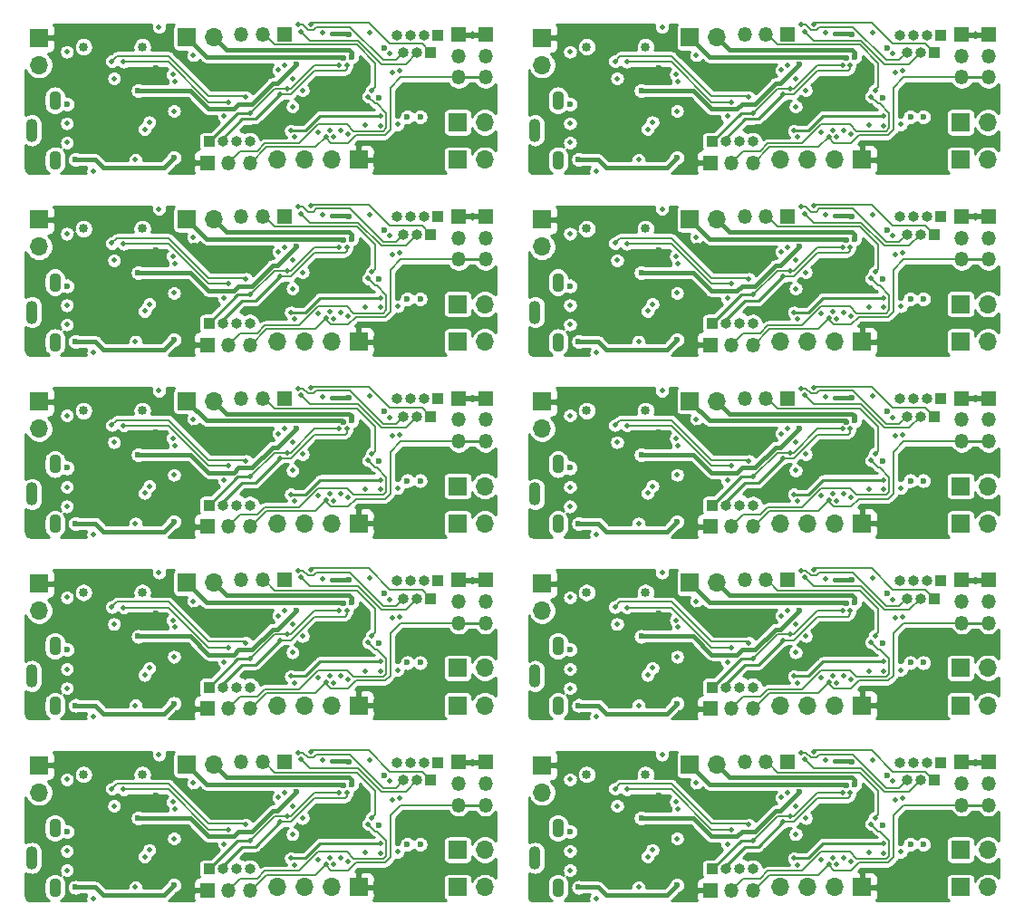
<source format=gbr>
G04 #@! TF.GenerationSoftware,KiCad,Pcbnew,(5.1.9)-1*
G04 #@! TF.CreationDate,2021-05-15T12:51:57+10:00*
G04 #@! TF.ProjectId,microBoSL-panel,6d696372-6f42-46f5-934c-2d70616e656c,rev?*
G04 #@! TF.SameCoordinates,Original*
G04 #@! TF.FileFunction,Copper,L3,Inr*
G04 #@! TF.FilePolarity,Positive*
%FSLAX46Y46*%
G04 Gerber Fmt 4.6, Leading zero omitted, Abs format (unit mm)*
G04 Created by KiCad (PCBNEW (5.1.9)-1) date 2021-05-15 12:51:57*
%MOMM*%
%LPD*%
G01*
G04 APERTURE LIST*
G04 #@! TA.AperFunction,ComponentPad*
%ADD10O,1.700000X1.700000*%
G04 #@! TD*
G04 #@! TA.AperFunction,ComponentPad*
%ADD11R,1.700000X1.700000*%
G04 #@! TD*
G04 #@! TA.AperFunction,ComponentPad*
%ADD12O,1.100000X1.800000*%
G04 #@! TD*
G04 #@! TA.AperFunction,ComponentPad*
%ADD13O,1.100000X2.200000*%
G04 #@! TD*
G04 #@! TA.AperFunction,WasherPad*
%ADD14C,0.850000*%
G04 #@! TD*
G04 #@! TA.AperFunction,ComponentPad*
%ADD15R,1.000000X1.000000*%
G04 #@! TD*
G04 #@! TA.AperFunction,ComponentPad*
%ADD16O,1.000000X1.000000*%
G04 #@! TD*
G04 #@! TA.AperFunction,ComponentPad*
%ADD17R,1.350000X1.350000*%
G04 #@! TD*
G04 #@! TA.AperFunction,ComponentPad*
%ADD18O,1.350000X1.350000*%
G04 #@! TD*
G04 #@! TA.AperFunction,ViaPad*
%ADD19C,0.500000*%
G04 #@! TD*
G04 #@! TA.AperFunction,ViaPad*
%ADD20C,0.600000*%
G04 #@! TD*
G04 #@! TA.AperFunction,Conductor*
%ADD21C,0.160000*%
G04 #@! TD*
G04 #@! TA.AperFunction,Conductor*
%ADD22C,0.250000*%
G04 #@! TD*
G04 #@! TA.AperFunction,Conductor*
%ADD23C,0.400000*%
G04 #@! TD*
G04 #@! TA.AperFunction,Conductor*
%ADD24C,0.254000*%
G04 #@! TD*
G04 #@! TA.AperFunction,Conductor*
%ADD25C,0.150000*%
G04 #@! TD*
G04 APERTURE END LIST*
D10*
X98550006Y-123700033D03*
X101090006Y-123700033D03*
X103630006Y-123700033D03*
D11*
X106170006Y-123700033D03*
X76300006Y-112300033D03*
D10*
X76300006Y-114840033D03*
D11*
X90100006Y-112250033D03*
D10*
X92640006Y-112250033D03*
D12*
X77775006Y-118150033D03*
X77775006Y-123750033D03*
D13*
X75625006Y-120950033D03*
D14*
X80450006Y-113150033D03*
X85950006Y-113150033D03*
D15*
X113550006Y-112050033D03*
D16*
X112280006Y-112050033D03*
X111010006Y-112050033D03*
X109740006Y-112050033D03*
D15*
X112900006Y-113700033D03*
D16*
X111630006Y-113700033D03*
X110360006Y-113700033D03*
D11*
X115400006Y-120200033D03*
D10*
X117940006Y-120200033D03*
D11*
X115400006Y-123700033D03*
D10*
X117940006Y-123700033D03*
D17*
X92000006Y-124000033D03*
D18*
X94000006Y-124000033D03*
X96000006Y-124000033D03*
D17*
X99200006Y-112000033D03*
D18*
X97200006Y-112000033D03*
X95200006Y-112000033D03*
D17*
X115500006Y-112000033D03*
D18*
X115500006Y-114000033D03*
X115500006Y-116000033D03*
D17*
X118000006Y-112000033D03*
D18*
X118000006Y-114000033D03*
X118000006Y-116000033D03*
D15*
X92190006Y-122000033D03*
D16*
X93460006Y-122000033D03*
X94730006Y-122000033D03*
X96000006Y-122000033D03*
D10*
X51549997Y-123700033D03*
X54089997Y-123700033D03*
X56629997Y-123700033D03*
D11*
X59169997Y-123700033D03*
X29299997Y-112300033D03*
D10*
X29299997Y-114840033D03*
D11*
X43099997Y-112250033D03*
D10*
X45639997Y-112250033D03*
D12*
X30774997Y-118150033D03*
X30774997Y-123750033D03*
D13*
X28624997Y-120950033D03*
D14*
X33449997Y-113150033D03*
X38949997Y-113150033D03*
D15*
X66549997Y-112050033D03*
D16*
X65279997Y-112050033D03*
X64009997Y-112050033D03*
X62739997Y-112050033D03*
D15*
X65899997Y-113700033D03*
D16*
X64629997Y-113700033D03*
X63359997Y-113700033D03*
D11*
X68399997Y-120200033D03*
D10*
X70939997Y-120200033D03*
D11*
X68399997Y-123700033D03*
D10*
X70939997Y-123700033D03*
D17*
X44999997Y-124000033D03*
D18*
X46999997Y-124000033D03*
X48999997Y-124000033D03*
D17*
X52199997Y-112000033D03*
D18*
X50199997Y-112000033D03*
X48199997Y-112000033D03*
D17*
X68499997Y-112000033D03*
D18*
X68499997Y-114000033D03*
X68499997Y-116000033D03*
D17*
X70999997Y-112000033D03*
D18*
X70999997Y-114000033D03*
X70999997Y-116000033D03*
D15*
X45189997Y-122000033D03*
D16*
X46459997Y-122000033D03*
X47729997Y-122000033D03*
X48999997Y-122000033D03*
D10*
X98550006Y-106700024D03*
X101090006Y-106700024D03*
X103630006Y-106700024D03*
D11*
X106170006Y-106700024D03*
X76300006Y-95300024D03*
D10*
X76300006Y-97840024D03*
D11*
X90100006Y-95250024D03*
D10*
X92640006Y-95250024D03*
D12*
X77775006Y-101150024D03*
X77775006Y-106750024D03*
D13*
X75625006Y-103950024D03*
D14*
X80450006Y-96150024D03*
X85950006Y-96150024D03*
D15*
X113550006Y-95050024D03*
D16*
X112280006Y-95050024D03*
X111010006Y-95050024D03*
X109740006Y-95050024D03*
D15*
X112900006Y-96700024D03*
D16*
X111630006Y-96700024D03*
X110360006Y-96700024D03*
D11*
X115400006Y-103200024D03*
D10*
X117940006Y-103200024D03*
D11*
X115400006Y-106700024D03*
D10*
X117940006Y-106700024D03*
D17*
X92000006Y-107000024D03*
D18*
X94000006Y-107000024D03*
X96000006Y-107000024D03*
D17*
X99200006Y-95000024D03*
D18*
X97200006Y-95000024D03*
X95200006Y-95000024D03*
D17*
X115500006Y-95000024D03*
D18*
X115500006Y-97000024D03*
X115500006Y-99000024D03*
D17*
X118000006Y-95000024D03*
D18*
X118000006Y-97000024D03*
X118000006Y-99000024D03*
D15*
X92190006Y-105000024D03*
D16*
X93460006Y-105000024D03*
X94730006Y-105000024D03*
X96000006Y-105000024D03*
D10*
X51549997Y-106700024D03*
X54089997Y-106700024D03*
X56629997Y-106700024D03*
D11*
X59169997Y-106700024D03*
X29299997Y-95300024D03*
D10*
X29299997Y-97840024D03*
D11*
X43099997Y-95250024D03*
D10*
X45639997Y-95250024D03*
D12*
X30774997Y-101150024D03*
X30774997Y-106750024D03*
D13*
X28624997Y-103950024D03*
D14*
X33449997Y-96150024D03*
X38949997Y-96150024D03*
D15*
X66549997Y-95050024D03*
D16*
X65279997Y-95050024D03*
X64009997Y-95050024D03*
X62739997Y-95050024D03*
D15*
X65899997Y-96700024D03*
D16*
X64629997Y-96700024D03*
X63359997Y-96700024D03*
D11*
X68399997Y-103200024D03*
D10*
X70939997Y-103200024D03*
D11*
X68399997Y-106700024D03*
D10*
X70939997Y-106700024D03*
D17*
X44999997Y-107000024D03*
D18*
X46999997Y-107000024D03*
X48999997Y-107000024D03*
D17*
X52199997Y-95000024D03*
D18*
X50199997Y-95000024D03*
X48199997Y-95000024D03*
D17*
X68499997Y-95000024D03*
D18*
X68499997Y-97000024D03*
X68499997Y-99000024D03*
D17*
X70999997Y-95000024D03*
D18*
X70999997Y-97000024D03*
X70999997Y-99000024D03*
D15*
X45189997Y-105000024D03*
D16*
X46459997Y-105000024D03*
X47729997Y-105000024D03*
X48999997Y-105000024D03*
D10*
X98550006Y-89700015D03*
X101090006Y-89700015D03*
X103630006Y-89700015D03*
D11*
X106170006Y-89700015D03*
X76300006Y-78300015D03*
D10*
X76300006Y-80840015D03*
D11*
X90100006Y-78250015D03*
D10*
X92640006Y-78250015D03*
D12*
X77775006Y-84150015D03*
X77775006Y-89750015D03*
D13*
X75625006Y-86950015D03*
D14*
X80450006Y-79150015D03*
X85950006Y-79150015D03*
D15*
X113550006Y-78050015D03*
D16*
X112280006Y-78050015D03*
X111010006Y-78050015D03*
X109740006Y-78050015D03*
D15*
X112900006Y-79700015D03*
D16*
X111630006Y-79700015D03*
X110360006Y-79700015D03*
D11*
X115400006Y-86200015D03*
D10*
X117940006Y-86200015D03*
D11*
X115400006Y-89700015D03*
D10*
X117940006Y-89700015D03*
D17*
X92000006Y-90000015D03*
D18*
X94000006Y-90000015D03*
X96000006Y-90000015D03*
D17*
X99200006Y-78000015D03*
D18*
X97200006Y-78000015D03*
X95200006Y-78000015D03*
D17*
X115500006Y-78000015D03*
D18*
X115500006Y-80000015D03*
X115500006Y-82000015D03*
D17*
X118000006Y-78000015D03*
D18*
X118000006Y-80000015D03*
X118000006Y-82000015D03*
D15*
X92190006Y-88000015D03*
D16*
X93460006Y-88000015D03*
X94730006Y-88000015D03*
X96000006Y-88000015D03*
D10*
X51549997Y-89700015D03*
X54089997Y-89700015D03*
X56629997Y-89700015D03*
D11*
X59169997Y-89700015D03*
X29299997Y-78300015D03*
D10*
X29299997Y-80840015D03*
D11*
X43099997Y-78250015D03*
D10*
X45639997Y-78250015D03*
D12*
X30774997Y-84150015D03*
X30774997Y-89750015D03*
D13*
X28624997Y-86950015D03*
D14*
X33449997Y-79150015D03*
X38949997Y-79150015D03*
D15*
X66549997Y-78050015D03*
D16*
X65279997Y-78050015D03*
X64009997Y-78050015D03*
X62739997Y-78050015D03*
D15*
X65899997Y-79700015D03*
D16*
X64629997Y-79700015D03*
X63359997Y-79700015D03*
D11*
X68399997Y-86200015D03*
D10*
X70939997Y-86200015D03*
D11*
X68399997Y-89700015D03*
D10*
X70939997Y-89700015D03*
D17*
X44999997Y-90000015D03*
D18*
X46999997Y-90000015D03*
X48999997Y-90000015D03*
D17*
X52199997Y-78000015D03*
D18*
X50199997Y-78000015D03*
X48199997Y-78000015D03*
D17*
X68499997Y-78000015D03*
D18*
X68499997Y-80000015D03*
X68499997Y-82000015D03*
D17*
X70999997Y-78000015D03*
D18*
X70999997Y-80000015D03*
X70999997Y-82000015D03*
D15*
X45189997Y-88000015D03*
D16*
X46459997Y-88000015D03*
X47729997Y-88000015D03*
X48999997Y-88000015D03*
D10*
X98550006Y-72700006D03*
X101090006Y-72700006D03*
X103630006Y-72700006D03*
D11*
X106170006Y-72700006D03*
X76300006Y-61300006D03*
D10*
X76300006Y-63840006D03*
D11*
X90100006Y-61250006D03*
D10*
X92640006Y-61250006D03*
D12*
X77775006Y-67150006D03*
X77775006Y-72750006D03*
D13*
X75625006Y-69950006D03*
D14*
X80450006Y-62150006D03*
X85950006Y-62150006D03*
D15*
X113550006Y-61050006D03*
D16*
X112280006Y-61050006D03*
X111010006Y-61050006D03*
X109740006Y-61050006D03*
D15*
X112900006Y-62700006D03*
D16*
X111630006Y-62700006D03*
X110360006Y-62700006D03*
D11*
X115400006Y-69200006D03*
D10*
X117940006Y-69200006D03*
D11*
X115400006Y-72700006D03*
D10*
X117940006Y-72700006D03*
D17*
X92000006Y-73000006D03*
D18*
X94000006Y-73000006D03*
X96000006Y-73000006D03*
D17*
X99200006Y-61000006D03*
D18*
X97200006Y-61000006D03*
X95200006Y-61000006D03*
D17*
X115500006Y-61000006D03*
D18*
X115500006Y-63000006D03*
X115500006Y-65000006D03*
D17*
X118000006Y-61000006D03*
D18*
X118000006Y-63000006D03*
X118000006Y-65000006D03*
D15*
X92190006Y-71000006D03*
D16*
X93460006Y-71000006D03*
X94730006Y-71000006D03*
X96000006Y-71000006D03*
D10*
X51549997Y-72700006D03*
X54089997Y-72700006D03*
X56629997Y-72700006D03*
D11*
X59169997Y-72700006D03*
X29299997Y-61300006D03*
D10*
X29299997Y-63840006D03*
D11*
X43099997Y-61250006D03*
D10*
X45639997Y-61250006D03*
D12*
X30774997Y-67150006D03*
X30774997Y-72750006D03*
D13*
X28624997Y-69950006D03*
D14*
X33449997Y-62150006D03*
X38949997Y-62150006D03*
D15*
X66549997Y-61050006D03*
D16*
X65279997Y-61050006D03*
X64009997Y-61050006D03*
X62739997Y-61050006D03*
D15*
X65899997Y-62700006D03*
D16*
X64629997Y-62700006D03*
X63359997Y-62700006D03*
D11*
X68399997Y-69200006D03*
D10*
X70939997Y-69200006D03*
D11*
X68399997Y-72700006D03*
D10*
X70939997Y-72700006D03*
D17*
X44999997Y-73000006D03*
D18*
X46999997Y-73000006D03*
X48999997Y-73000006D03*
D17*
X52199997Y-61000006D03*
D18*
X50199997Y-61000006D03*
X48199997Y-61000006D03*
D17*
X68499997Y-61000006D03*
D18*
X68499997Y-63000006D03*
X68499997Y-65000006D03*
D17*
X70999997Y-61000006D03*
D18*
X70999997Y-63000006D03*
X70999997Y-65000006D03*
D15*
X45189997Y-71000006D03*
D16*
X46459997Y-71000006D03*
X47729997Y-71000006D03*
X48999997Y-71000006D03*
D10*
X98550006Y-55699997D03*
X101090006Y-55699997D03*
X103630006Y-55699997D03*
D11*
X106170006Y-55699997D03*
X76300006Y-44299997D03*
D10*
X76300006Y-46839997D03*
D11*
X90100006Y-44249997D03*
D10*
X92640006Y-44249997D03*
D12*
X77775006Y-50149997D03*
X77775006Y-55749997D03*
D13*
X75625006Y-52949997D03*
D14*
X80450006Y-45149997D03*
X85950006Y-45149997D03*
D15*
X113550006Y-44049997D03*
D16*
X112280006Y-44049997D03*
X111010006Y-44049997D03*
X109740006Y-44049997D03*
D15*
X112900006Y-45699997D03*
D16*
X111630006Y-45699997D03*
X110360006Y-45699997D03*
D11*
X115400006Y-52199997D03*
D10*
X117940006Y-52199997D03*
D11*
X115400006Y-55699997D03*
D10*
X117940006Y-55699997D03*
D17*
X92000006Y-55999997D03*
D18*
X94000006Y-55999997D03*
X96000006Y-55999997D03*
D17*
X99200006Y-43999997D03*
D18*
X97200006Y-43999997D03*
X95200006Y-43999997D03*
D17*
X115500006Y-43999997D03*
D18*
X115500006Y-45999997D03*
X115500006Y-47999997D03*
D17*
X118000006Y-43999997D03*
D18*
X118000006Y-45999997D03*
X118000006Y-47999997D03*
D15*
X92190006Y-53999997D03*
D16*
X93460006Y-53999997D03*
X94730006Y-53999997D03*
X96000006Y-53999997D03*
D10*
X51549997Y-55699997D03*
X54089997Y-55699997D03*
X56629997Y-55699997D03*
D11*
X59169997Y-55699997D03*
X29299997Y-44299997D03*
D10*
X29299997Y-46839997D03*
D11*
X43099997Y-44249997D03*
D10*
X45639997Y-44249997D03*
D12*
X30774997Y-50149997D03*
X30774997Y-55749997D03*
D13*
X28624997Y-52949997D03*
D14*
X33449997Y-45149997D03*
X38949997Y-45149997D03*
D15*
X66549997Y-44049997D03*
D16*
X65279997Y-44049997D03*
X64009997Y-44049997D03*
X62739997Y-44049997D03*
D15*
X65899997Y-45699997D03*
D16*
X64629997Y-45699997D03*
X63359997Y-45699997D03*
D11*
X68399997Y-52199997D03*
D10*
X70939997Y-52199997D03*
D11*
X68399997Y-55699997D03*
D10*
X70939997Y-55699997D03*
D17*
X44999997Y-55999997D03*
D18*
X46999997Y-55999997D03*
X48999997Y-55999997D03*
D17*
X52199997Y-43999997D03*
D18*
X50199997Y-43999997D03*
X48199997Y-43999997D03*
D17*
X68499997Y-43999997D03*
D18*
X68499997Y-45999997D03*
X68499997Y-47999997D03*
D17*
X70999997Y-43999997D03*
D18*
X70999997Y-45999997D03*
X70999997Y-47999997D03*
D15*
X45189997Y-53999997D03*
D16*
X46459997Y-53999997D03*
X47729997Y-53999997D03*
X48999997Y-53999997D03*
D19*
X41899997Y-51149997D03*
X39149997Y-52849997D03*
X37199997Y-46549997D03*
X46999997Y-50299997D03*
D20*
X33699997Y-44099995D03*
D19*
X28699997Y-55299997D03*
D20*
X35376273Y-53083771D03*
X36482537Y-54107421D03*
X40199997Y-47129997D03*
X43849997Y-46749997D03*
X51999997Y-52699997D03*
X49458055Y-52658055D03*
X57049820Y-49249868D03*
X58199997Y-43969997D03*
D19*
X67549997Y-49599997D03*
X65599997Y-56749997D03*
X60399997Y-49199867D03*
X56087694Y-53532744D03*
X60039918Y-49800155D03*
X56795168Y-53582098D03*
X55799997Y-43844997D03*
X52999997Y-48099997D03*
X62950520Y-47389637D03*
X53149707Y-53595017D03*
X59799988Y-52469987D03*
X58128198Y-53289976D03*
X62080329Y-45780329D03*
X56439984Y-52927840D03*
X60199997Y-43799997D03*
X62799997Y-52399997D03*
X53919748Y-49223329D03*
X55379973Y-53099997D03*
X62264777Y-47530253D03*
X39599997Y-52199997D03*
X41794137Y-47730950D03*
X52975997Y-50742997D03*
X52825218Y-52974767D03*
X61204766Y-51605217D03*
X36099997Y-46499997D03*
X48599997Y-49849997D03*
D20*
X57699997Y-46200007D03*
X58499997Y-46099997D03*
D19*
X36299997Y-48099997D03*
X31899997Y-45609997D03*
X38299997Y-55699998D03*
X46599997Y-51649997D03*
X49024764Y-51324764D03*
X57348901Y-46862759D03*
X52449058Y-49069290D03*
X61199997Y-52499997D03*
X58052319Y-46862115D03*
X51799997Y-49599997D03*
X57499989Y-52949999D03*
X54645393Y-43025007D03*
X40499997Y-43299997D03*
X51668249Y-47305257D03*
X53793717Y-43729977D03*
X52199997Y-46849997D03*
X53460411Y-43099997D03*
D20*
X32699997Y-55699997D03*
X41882497Y-55517497D03*
D19*
X41999997Y-48399997D03*
X31899997Y-52299997D03*
X31899997Y-54099997D03*
D20*
X31899997Y-50499997D03*
D19*
X34349997Y-56749997D03*
D20*
X64899997Y-51699997D03*
X38549997Y-49249997D03*
X53318344Y-46800018D03*
X63700003Y-51699997D03*
X61549997Y-45249997D03*
D19*
X43699997Y-45949997D03*
D20*
X61069987Y-49880007D03*
D19*
X88900006Y-51149997D03*
X86150006Y-52849997D03*
X84200006Y-46549997D03*
X94000006Y-50299997D03*
D20*
X80700006Y-44099995D03*
D19*
X75700006Y-55299997D03*
D20*
X82376282Y-53083771D03*
X83482546Y-54107421D03*
X87200006Y-47129997D03*
X90850006Y-46749997D03*
X99000006Y-52699997D03*
X96458064Y-52658055D03*
X104049829Y-49249868D03*
X105200006Y-43969997D03*
D19*
X114550006Y-49599997D03*
X112600006Y-56749997D03*
X107400006Y-49199867D03*
X103087703Y-53532744D03*
X107039927Y-49800155D03*
X103795177Y-53582098D03*
X102800006Y-43844997D03*
X100000006Y-48099997D03*
X109950529Y-47389637D03*
X100149716Y-53595017D03*
X106799997Y-52469987D03*
X105128207Y-53289976D03*
X109080338Y-45780329D03*
X103439993Y-52927840D03*
X107200006Y-43799997D03*
X109800006Y-52399997D03*
X100919757Y-49223329D03*
X102379982Y-53099997D03*
X109264786Y-47530253D03*
X86600006Y-52199997D03*
X88794146Y-47730950D03*
X99976006Y-50742997D03*
X99825227Y-52974767D03*
X108204775Y-51605217D03*
X83100006Y-46499997D03*
X95600006Y-49849997D03*
D20*
X104700006Y-46200007D03*
X105500006Y-46099997D03*
D19*
X83300006Y-48099997D03*
X78900006Y-45609997D03*
X85300006Y-55699998D03*
X93600006Y-51649997D03*
X96024773Y-51324764D03*
X104348910Y-46862759D03*
X99449067Y-49069290D03*
X108200006Y-52499997D03*
X105052328Y-46862115D03*
X98800006Y-49599997D03*
X104499998Y-52949999D03*
X101645402Y-43025007D03*
X87500006Y-43299997D03*
X98668258Y-47305257D03*
X100793726Y-43729977D03*
X99200006Y-46849997D03*
X100460420Y-43099997D03*
D20*
X79700006Y-55699997D03*
X88882506Y-55517497D03*
D19*
X89000006Y-48399997D03*
X78900006Y-52299997D03*
X78900006Y-54099997D03*
D20*
X78900006Y-50499997D03*
D19*
X81350006Y-56749997D03*
D20*
X111900006Y-51699997D03*
X85550006Y-49249997D03*
X100318353Y-46800018D03*
X110700012Y-51699997D03*
X108550006Y-45249997D03*
D19*
X90700006Y-45949997D03*
D20*
X108069996Y-49880007D03*
D19*
X41899997Y-68150006D03*
X39149997Y-69850006D03*
X37199997Y-63550006D03*
X46999997Y-67300006D03*
D20*
X33699997Y-61100004D03*
D19*
X28699997Y-72300006D03*
D20*
X35376273Y-70083780D03*
X36482537Y-71107430D03*
X40199997Y-64130006D03*
X43849997Y-63750006D03*
X51999997Y-69700006D03*
X49458055Y-69658064D03*
X57049820Y-66249877D03*
X58199997Y-60970006D03*
D19*
X67549997Y-66600006D03*
X65599997Y-73750006D03*
X60399997Y-66199876D03*
X56087694Y-70532753D03*
X60039918Y-66800164D03*
X56795168Y-70582107D03*
X55799997Y-60845006D03*
X52999997Y-65100006D03*
X62950520Y-64389646D03*
X53149707Y-70595026D03*
X59799988Y-69469996D03*
X58128198Y-70289985D03*
X62080329Y-62780338D03*
X56439984Y-69927849D03*
X60199997Y-60800006D03*
X62799997Y-69400006D03*
X53919748Y-66223338D03*
X55379973Y-70100006D03*
X62264777Y-64530262D03*
X39599997Y-69200006D03*
X41794137Y-64730959D03*
X52975997Y-67743006D03*
X52825218Y-69974776D03*
X61204766Y-68605226D03*
X36099997Y-63500006D03*
X48599997Y-66850006D03*
D20*
X57699997Y-63200016D03*
X58499997Y-63100006D03*
D19*
X36299997Y-65100006D03*
X31899997Y-62610006D03*
X38299997Y-72700007D03*
X46599997Y-68650006D03*
X49024764Y-68324773D03*
X57348901Y-63862768D03*
X52449058Y-66069299D03*
X61199997Y-69500006D03*
X58052319Y-63862124D03*
X51799997Y-66600006D03*
X57499989Y-69950008D03*
X54645393Y-60025016D03*
X40499997Y-60300006D03*
X51668249Y-64305266D03*
X53793717Y-60729986D03*
X52199997Y-63850006D03*
X53460411Y-60100006D03*
D20*
X32699997Y-72700006D03*
X41882497Y-72517506D03*
D19*
X41999997Y-65400006D03*
X31899997Y-69300006D03*
X31899997Y-71100006D03*
D20*
X31899997Y-67500006D03*
D19*
X34349997Y-73750006D03*
D20*
X64899997Y-68700006D03*
X38549997Y-66250006D03*
X53318344Y-63800027D03*
X63700003Y-68700006D03*
X61549997Y-62250006D03*
D19*
X43699997Y-62950006D03*
D20*
X61069987Y-66880016D03*
D19*
X88900006Y-68150006D03*
X86150006Y-69850006D03*
X84200006Y-63550006D03*
X94000006Y-67300006D03*
D20*
X80700006Y-61100004D03*
D19*
X75700006Y-72300006D03*
D20*
X82376282Y-70083780D03*
X83482546Y-71107430D03*
X87200006Y-64130006D03*
X90850006Y-63750006D03*
X99000006Y-69700006D03*
X96458064Y-69658064D03*
X104049829Y-66249877D03*
X105200006Y-60970006D03*
D19*
X114550006Y-66600006D03*
X112600006Y-73750006D03*
X107400006Y-66199876D03*
X103087703Y-70532753D03*
X107039927Y-66800164D03*
X103795177Y-70582107D03*
X102800006Y-60845006D03*
X100000006Y-65100006D03*
X109950529Y-64389646D03*
X100149716Y-70595026D03*
X106799997Y-69469996D03*
X105128207Y-70289985D03*
X109080338Y-62780338D03*
X103439993Y-69927849D03*
X107200006Y-60800006D03*
X109800006Y-69400006D03*
X100919757Y-66223338D03*
X102379982Y-70100006D03*
X109264786Y-64530262D03*
X86600006Y-69200006D03*
X88794146Y-64730959D03*
X99976006Y-67743006D03*
X99825227Y-69974776D03*
X108204775Y-68605226D03*
X83100006Y-63500006D03*
X95600006Y-66850006D03*
D20*
X104700006Y-63200016D03*
X105500006Y-63100006D03*
D19*
X83300006Y-65100006D03*
X78900006Y-62610006D03*
X85300006Y-72700007D03*
X93600006Y-68650006D03*
X96024773Y-68324773D03*
X104348910Y-63862768D03*
X99449067Y-66069299D03*
X108200006Y-69500006D03*
X105052328Y-63862124D03*
X98800006Y-66600006D03*
X104499998Y-69950008D03*
X101645402Y-60025016D03*
X87500006Y-60300006D03*
X98668258Y-64305266D03*
X100793726Y-60729986D03*
X99200006Y-63850006D03*
X100460420Y-60100006D03*
D20*
X79700006Y-72700006D03*
X88882506Y-72517506D03*
D19*
X89000006Y-65400006D03*
X78900006Y-69300006D03*
X78900006Y-71100006D03*
D20*
X78900006Y-67500006D03*
D19*
X81350006Y-73750006D03*
D20*
X111900006Y-68700006D03*
X85550006Y-66250006D03*
X100318353Y-63800027D03*
X110700012Y-68700006D03*
X108550006Y-62250006D03*
D19*
X90700006Y-62950006D03*
D20*
X108069996Y-66880016D03*
D19*
X41899997Y-85150015D03*
X39149997Y-86850015D03*
X37199997Y-80550015D03*
X46999997Y-84300015D03*
D20*
X33699997Y-78100013D03*
D19*
X28699997Y-89300015D03*
D20*
X35376273Y-87083789D03*
X36482537Y-88107439D03*
X40199997Y-81130015D03*
X43849997Y-80750015D03*
X51999997Y-86700015D03*
X49458055Y-86658073D03*
X57049820Y-83249886D03*
X58199997Y-77970015D03*
D19*
X67549997Y-83600015D03*
X65599997Y-90750015D03*
X60399997Y-83199885D03*
X56087694Y-87532762D03*
X60039918Y-83800173D03*
X56795168Y-87582116D03*
X55799997Y-77845015D03*
X52999997Y-82100015D03*
X62950520Y-81389655D03*
X53149707Y-87595035D03*
X59799988Y-86470005D03*
X58128198Y-87289994D03*
X62080329Y-79780347D03*
X56439984Y-86927858D03*
X60199997Y-77800015D03*
X62799997Y-86400015D03*
X53919748Y-83223347D03*
X55379973Y-87100015D03*
X62264777Y-81530271D03*
X39599997Y-86200015D03*
X41794137Y-81730968D03*
X52975997Y-84743015D03*
X52825218Y-86974785D03*
X61204766Y-85605235D03*
X36099997Y-80500015D03*
X48599997Y-83850015D03*
D20*
X57699997Y-80200025D03*
X58499997Y-80100015D03*
D19*
X36299997Y-82100015D03*
X31899997Y-79610015D03*
X38299997Y-89700016D03*
X46599997Y-85650015D03*
X49024764Y-85324782D03*
X57348901Y-80862777D03*
X52449058Y-83069308D03*
X61199997Y-86500015D03*
X58052319Y-80862133D03*
X51799997Y-83600015D03*
X57499989Y-86950017D03*
X54645393Y-77025025D03*
X40499997Y-77300015D03*
X51668249Y-81305275D03*
X53793717Y-77729995D03*
X52199997Y-80850015D03*
X53460411Y-77100015D03*
D20*
X32699997Y-89700015D03*
X41882497Y-89517515D03*
D19*
X41999997Y-82400015D03*
X31899997Y-86300015D03*
X31899997Y-88100015D03*
D20*
X31899997Y-84500015D03*
D19*
X34349997Y-90750015D03*
D20*
X64899997Y-85700015D03*
X38549997Y-83250015D03*
X53318344Y-80800036D03*
X63700003Y-85700015D03*
X61549997Y-79250015D03*
D19*
X43699997Y-79950015D03*
D20*
X61069987Y-83880025D03*
D19*
X88900006Y-85150015D03*
X86150006Y-86850015D03*
X84200006Y-80550015D03*
X94000006Y-84300015D03*
D20*
X80700006Y-78100013D03*
D19*
X75700006Y-89300015D03*
D20*
X82376282Y-87083789D03*
X83482546Y-88107439D03*
X87200006Y-81130015D03*
X90850006Y-80750015D03*
X99000006Y-86700015D03*
X96458064Y-86658073D03*
X104049829Y-83249886D03*
X105200006Y-77970015D03*
D19*
X114550006Y-83600015D03*
X112600006Y-90750015D03*
X107400006Y-83199885D03*
X103087703Y-87532762D03*
X107039927Y-83800173D03*
X103795177Y-87582116D03*
X102800006Y-77845015D03*
X100000006Y-82100015D03*
X109950529Y-81389655D03*
X100149716Y-87595035D03*
X106799997Y-86470005D03*
X105128207Y-87289994D03*
X109080338Y-79780347D03*
X103439993Y-86927858D03*
X107200006Y-77800015D03*
X109800006Y-86400015D03*
X100919757Y-83223347D03*
X102379982Y-87100015D03*
X109264786Y-81530271D03*
X86600006Y-86200015D03*
X88794146Y-81730968D03*
X99976006Y-84743015D03*
X99825227Y-86974785D03*
X108204775Y-85605235D03*
X83100006Y-80500015D03*
X95600006Y-83850015D03*
D20*
X104700006Y-80200025D03*
X105500006Y-80100015D03*
D19*
X83300006Y-82100015D03*
X78900006Y-79610015D03*
X85300006Y-89700016D03*
X93600006Y-85650015D03*
X96024773Y-85324782D03*
X104348910Y-80862777D03*
X99449067Y-83069308D03*
X108200006Y-86500015D03*
X105052328Y-80862133D03*
X98800006Y-83600015D03*
X104499998Y-86950017D03*
X101645402Y-77025025D03*
X87500006Y-77300015D03*
X98668258Y-81305275D03*
X100793726Y-77729995D03*
X99200006Y-80850015D03*
X100460420Y-77100015D03*
D20*
X79700006Y-89700015D03*
X88882506Y-89517515D03*
D19*
X89000006Y-82400015D03*
X78900006Y-86300015D03*
X78900006Y-88100015D03*
D20*
X78900006Y-84500015D03*
D19*
X81350006Y-90750015D03*
D20*
X111900006Y-85700015D03*
X85550006Y-83250015D03*
X100318353Y-80800036D03*
X110700012Y-85700015D03*
X108550006Y-79250015D03*
D19*
X90700006Y-79950015D03*
D20*
X108069996Y-83880025D03*
D19*
X41899997Y-102150024D03*
X39149997Y-103850024D03*
X37199997Y-97550024D03*
X46999997Y-101300024D03*
D20*
X33699997Y-95100022D03*
D19*
X28699997Y-106300024D03*
D20*
X35376273Y-104083798D03*
X36482537Y-105107448D03*
X40199997Y-98130024D03*
X43849997Y-97750024D03*
X51999997Y-103700024D03*
X49458055Y-103658082D03*
X57049820Y-100249895D03*
X58199997Y-94970024D03*
D19*
X67549997Y-100600024D03*
X65599997Y-107750024D03*
X60399997Y-100199894D03*
X56087694Y-104532771D03*
X60039918Y-100800182D03*
X56795168Y-104582125D03*
X55799997Y-94845024D03*
X52999997Y-99100024D03*
X62950520Y-98389664D03*
X53149707Y-104595044D03*
X59799988Y-103470014D03*
X58128198Y-104290003D03*
X62080329Y-96780356D03*
X56439984Y-103927867D03*
X60199997Y-94800024D03*
X62799997Y-103400024D03*
X53919748Y-100223356D03*
X55379973Y-104100024D03*
X62264777Y-98530280D03*
X39599997Y-103200024D03*
X41794137Y-98730977D03*
X52975997Y-101743024D03*
X52825218Y-103974794D03*
X61204766Y-102605244D03*
X36099997Y-97500024D03*
X48599997Y-100850024D03*
D20*
X57699997Y-97200034D03*
X58499997Y-97100024D03*
D19*
X36299997Y-99100024D03*
X31899997Y-96610024D03*
X38299997Y-106700025D03*
X46599997Y-102650024D03*
X49024764Y-102324791D03*
X57348901Y-97862786D03*
X52449058Y-100069317D03*
X61199997Y-103500024D03*
X58052319Y-97862142D03*
X51799997Y-100600024D03*
X57499989Y-103950026D03*
X54645393Y-94025034D03*
X40499997Y-94300024D03*
X51668249Y-98305284D03*
X53793717Y-94730004D03*
X52199997Y-97850024D03*
X53460411Y-94100024D03*
D20*
X32699997Y-106700024D03*
X41882497Y-106517524D03*
D19*
X41999997Y-99400024D03*
X31899997Y-103300024D03*
X31899997Y-105100024D03*
D20*
X31899997Y-101500024D03*
D19*
X34349997Y-107750024D03*
D20*
X64899997Y-102700024D03*
X38549997Y-100250024D03*
X53318344Y-97800045D03*
X63700003Y-102700024D03*
X61549997Y-96250024D03*
D19*
X43699997Y-96950024D03*
D20*
X61069987Y-100880034D03*
D19*
X88900006Y-102150024D03*
X86150006Y-103850024D03*
X84200006Y-97550024D03*
X94000006Y-101300024D03*
D20*
X80700006Y-95100022D03*
D19*
X75700006Y-106300024D03*
D20*
X82376282Y-104083798D03*
X83482546Y-105107448D03*
X87200006Y-98130024D03*
X90850006Y-97750024D03*
X99000006Y-103700024D03*
X96458064Y-103658082D03*
X104049829Y-100249895D03*
X105200006Y-94970024D03*
D19*
X114550006Y-100600024D03*
X112600006Y-107750024D03*
X107400006Y-100199894D03*
X103087703Y-104532771D03*
X107039927Y-100800182D03*
X103795177Y-104582125D03*
X102800006Y-94845024D03*
X100000006Y-99100024D03*
X109950529Y-98389664D03*
X100149716Y-104595044D03*
X106799997Y-103470014D03*
X105128207Y-104290003D03*
X109080338Y-96780356D03*
X103439993Y-103927867D03*
X107200006Y-94800024D03*
X109800006Y-103400024D03*
X100919757Y-100223356D03*
X102379982Y-104100024D03*
X109264786Y-98530280D03*
X86600006Y-103200024D03*
X88794146Y-98730977D03*
X99976006Y-101743024D03*
X99825227Y-103974794D03*
X108204775Y-102605244D03*
X83100006Y-97500024D03*
X95600006Y-100850024D03*
D20*
X104700006Y-97200034D03*
X105500006Y-97100024D03*
D19*
X83300006Y-99100024D03*
X78900006Y-96610024D03*
X85300006Y-106700025D03*
X93600006Y-102650024D03*
X96024773Y-102324791D03*
X104348910Y-97862786D03*
X99449067Y-100069317D03*
X108200006Y-103500024D03*
X105052328Y-97862142D03*
X98800006Y-100600024D03*
X104499998Y-103950026D03*
X101645402Y-94025034D03*
X87500006Y-94300024D03*
X98668258Y-98305284D03*
X100793726Y-94730004D03*
X99200006Y-97850024D03*
X100460420Y-94100024D03*
D20*
X79700006Y-106700024D03*
X88882506Y-106517524D03*
D19*
X89000006Y-99400024D03*
X78900006Y-103300024D03*
X78900006Y-105100024D03*
D20*
X78900006Y-101500024D03*
D19*
X81350006Y-107750024D03*
D20*
X111900006Y-102700024D03*
X85550006Y-100250024D03*
X100318353Y-97800045D03*
X110700012Y-102700024D03*
X108550006Y-96250024D03*
D19*
X90700006Y-96950024D03*
D20*
X108069996Y-100880034D03*
D19*
X41899997Y-119150033D03*
X39149997Y-120850033D03*
X37199997Y-114550033D03*
X46999997Y-118300033D03*
D20*
X33699997Y-112100031D03*
D19*
X28699997Y-123300033D03*
D20*
X35376273Y-121083807D03*
X36482537Y-122107457D03*
X40199997Y-115130033D03*
X43849997Y-114750033D03*
X51999997Y-120700033D03*
X49458055Y-120658091D03*
X57049820Y-117249904D03*
X58199997Y-111970033D03*
D19*
X67549997Y-117600033D03*
X65599997Y-124750033D03*
X60399997Y-117199903D03*
X56087694Y-121532780D03*
X60039918Y-117800191D03*
X56795168Y-121582134D03*
X55799997Y-111845033D03*
X52999997Y-116100033D03*
X62950520Y-115389673D03*
X53149707Y-121595053D03*
X59799988Y-120470023D03*
X58128198Y-121290012D03*
X62080329Y-113780365D03*
X56439984Y-120927876D03*
X60199997Y-111800033D03*
X62799997Y-120400033D03*
X53919748Y-117223365D03*
X55379973Y-121100033D03*
X62264777Y-115530289D03*
X39599997Y-120200033D03*
X41794137Y-115730986D03*
X52975997Y-118743033D03*
X52825218Y-120974803D03*
X61204766Y-119605253D03*
X36099997Y-114500033D03*
X48599997Y-117850033D03*
D20*
X57699997Y-114200043D03*
X58499997Y-114100033D03*
D19*
X36299997Y-116100033D03*
X31899997Y-113610033D03*
X38299997Y-123700034D03*
X46599997Y-119650033D03*
X49024764Y-119324800D03*
X57348901Y-114862795D03*
X52449058Y-117069326D03*
X61199997Y-120500033D03*
X58052319Y-114862151D03*
X51799997Y-117600033D03*
X57499989Y-120950035D03*
X54645393Y-111025043D03*
X40499997Y-111300033D03*
X51668249Y-115305293D03*
X53793717Y-111730013D03*
X52199997Y-114850033D03*
X53460411Y-111100033D03*
D20*
X32699997Y-123700033D03*
X41882497Y-123517533D03*
D19*
X41999997Y-116400033D03*
X31899997Y-120300033D03*
X31899997Y-122100033D03*
D20*
X31899997Y-118500033D03*
D19*
X34349997Y-124750033D03*
D20*
X64899997Y-119700033D03*
X38549997Y-117250033D03*
X53318344Y-114800054D03*
X63700003Y-119700033D03*
X61549997Y-113250033D03*
D19*
X43699997Y-113950033D03*
D20*
X61069987Y-117880043D03*
D19*
X88900006Y-119150033D03*
X86150006Y-120850033D03*
X84200006Y-114550033D03*
X94000006Y-118300033D03*
D20*
X80700006Y-112100031D03*
D19*
X75700006Y-123300033D03*
D20*
X82376282Y-121083807D03*
X83482546Y-122107457D03*
X87200006Y-115130033D03*
X90850006Y-114750033D03*
X99000006Y-120700033D03*
X96458064Y-120658091D03*
X104049829Y-117249904D03*
X105200006Y-111970033D03*
D19*
X114550006Y-117600033D03*
X112600006Y-124750033D03*
X107400006Y-117199903D03*
X103087703Y-121532780D03*
X107039927Y-117800191D03*
X103795177Y-121582134D03*
X102800006Y-111845033D03*
X100000006Y-116100033D03*
X109950529Y-115389673D03*
X100149716Y-121595053D03*
X106799997Y-120470023D03*
X105128207Y-121290012D03*
X109080338Y-113780365D03*
X103439993Y-120927876D03*
X107200006Y-111800033D03*
X109800006Y-120400033D03*
X100919757Y-117223365D03*
X102379982Y-121100033D03*
X109264786Y-115530289D03*
X86600006Y-120200033D03*
X88794146Y-115730986D03*
X99976006Y-118743033D03*
X99825227Y-120974803D03*
X108204775Y-119605253D03*
X83100006Y-114500033D03*
X95600006Y-117850033D03*
D20*
X104700006Y-114200043D03*
X105500006Y-114100033D03*
D19*
X83300006Y-116100033D03*
X78900006Y-113610033D03*
X85300006Y-123700034D03*
X93600006Y-119650033D03*
X96024773Y-119324800D03*
X104348910Y-114862795D03*
X99449067Y-117069326D03*
X108200006Y-120500033D03*
X105052328Y-114862151D03*
X98800006Y-117600033D03*
X104499998Y-120950035D03*
X101645402Y-111025043D03*
X87500006Y-111300033D03*
X98668258Y-115305293D03*
X100793726Y-111730013D03*
X99200006Y-114850033D03*
X100460420Y-111100033D03*
D20*
X79700006Y-123700033D03*
X88882506Y-123517533D03*
D19*
X89000006Y-116400033D03*
X78900006Y-120300033D03*
X78900006Y-122100033D03*
D20*
X78900006Y-118500033D03*
D19*
X81350006Y-124750033D03*
D20*
X111900006Y-119700033D03*
X85550006Y-117250033D03*
X100318353Y-114800054D03*
X110700012Y-119700033D03*
X108550006Y-113250033D03*
D19*
X90700006Y-113950033D03*
D20*
X108069996Y-117880043D03*
D21*
X45149997Y-50299997D02*
X46999997Y-50299997D01*
X41399997Y-46549997D02*
X45149997Y-50299997D01*
X37199997Y-46549997D02*
X41399997Y-46549997D01*
X50345995Y-43999997D02*
X50199997Y-43999997D01*
X58979998Y-44954998D02*
X51300996Y-44954998D01*
X51300996Y-44954998D02*
X50345995Y-43999997D01*
X60699997Y-46674997D02*
X58979998Y-44954998D01*
X60699997Y-48899867D02*
X60699997Y-46674997D01*
X60399997Y-49199867D02*
X60699997Y-48899867D01*
D22*
X70999997Y-47999997D02*
X68499997Y-47999997D01*
D21*
X50529129Y-54529997D02*
X49059129Y-55999997D01*
X49059129Y-55999997D02*
X48999997Y-55999997D01*
X55090441Y-54529997D02*
X50529129Y-54529997D01*
X56087694Y-53532744D02*
X55090441Y-54529997D01*
X63084399Y-47999997D02*
X66599997Y-47999997D01*
X66599997Y-47999997D02*
X68499997Y-47999997D01*
X62094777Y-48989619D02*
X63084399Y-47999997D01*
X62094777Y-52898750D02*
X62094777Y-48989619D01*
X61603519Y-53390007D02*
X62094777Y-52898750D01*
X58884987Y-53390007D02*
X61603519Y-53390007D01*
X58162895Y-54112099D02*
X58884987Y-53390007D01*
X56540767Y-54112099D02*
X58162895Y-54112099D01*
X56087694Y-53659026D02*
X56540767Y-54112099D01*
X56087694Y-53532744D02*
X56087694Y-53659026D01*
X60699771Y-50460008D02*
X60039918Y-49800155D01*
X61734767Y-52749629D02*
X61734767Y-51350816D01*
X49649997Y-54899997D02*
X50380007Y-54169987D01*
X61454398Y-53029998D02*
X61734767Y-52749629D01*
X61734767Y-51350816D02*
X60843959Y-50460008D01*
X58679998Y-53029998D02*
X61454398Y-53029998D01*
X55324927Y-52397839D02*
X58047839Y-52397839D01*
X53552779Y-54169987D02*
X55324927Y-52397839D01*
X48099997Y-54899997D02*
X49649997Y-54899997D01*
X58047839Y-52397839D02*
X58679998Y-53029998D01*
X50380007Y-54169987D02*
X53552779Y-54169987D01*
X46999997Y-55999997D02*
X48099997Y-54899997D01*
X60843959Y-50460008D02*
X60699771Y-50460008D01*
D22*
X55544777Y-51605217D02*
X61204766Y-51605217D01*
X54175227Y-52974767D02*
X55544777Y-51605217D01*
X52825218Y-52974767D02*
X54175227Y-52974767D01*
D21*
X36579998Y-46019996D02*
X36099997Y-46499997D01*
X41379127Y-46019996D02*
X36579998Y-46019996D01*
X45109128Y-49749997D02*
X41379127Y-46019996D01*
X48499997Y-49749997D02*
X45109128Y-49749997D01*
X48599997Y-49849997D02*
X48499997Y-49749997D01*
D23*
X44950008Y-46100008D02*
X57599998Y-46100008D01*
X57599998Y-46100008D02*
X57699997Y-46200007D01*
X43099997Y-44249997D02*
X44950008Y-46100008D01*
X46825009Y-45435009D02*
X58259273Y-45435009D01*
X45639997Y-44249997D02*
X46825009Y-45435009D01*
X58259273Y-45435009D02*
X58499997Y-45675733D01*
X58499997Y-45675733D02*
X58499997Y-46099997D01*
D22*
X47865230Y-51324764D02*
X45189997Y-53999997D01*
X49024764Y-51324764D02*
X47865230Y-51324764D01*
D21*
X49024764Y-51324764D02*
X51280238Y-49069290D01*
X51280238Y-49069290D02*
X52449058Y-49069290D01*
X52788234Y-49069290D02*
X52449058Y-49069290D01*
X54994765Y-46862759D02*
X52788234Y-49069290D01*
X57348901Y-46862759D02*
X54994765Y-46862759D01*
D22*
X48250229Y-51899765D02*
X46459997Y-53689997D01*
X51799997Y-49599997D02*
X49500229Y-51899765D01*
X46459997Y-53689997D02*
X46459997Y-53999997D01*
X49500229Y-51899765D02*
X48250229Y-51899765D01*
D21*
X58052319Y-47215668D02*
X58052319Y-46862115D01*
X55000767Y-47392761D02*
X57875226Y-47392761D01*
X57875226Y-47392761D02*
X58052319Y-47215668D01*
X52793531Y-49599997D02*
X55000767Y-47392761D01*
X51799997Y-49599997D02*
X52793531Y-49599997D01*
X54770403Y-42899997D02*
X54645393Y-43025007D01*
X60108399Y-42899997D02*
X54770403Y-42899997D01*
X65069996Y-44869996D02*
X62078398Y-44869996D01*
X62078398Y-44869996D02*
X60108399Y-42899997D01*
X65899997Y-45699997D02*
X65069996Y-44869996D01*
X54638737Y-44574997D02*
X53793717Y-43729977D01*
X59116136Y-44574997D02*
X54638737Y-44574997D01*
X61296147Y-46755008D02*
X59116136Y-44574997D01*
X63574986Y-46755008D02*
X61296147Y-46755008D01*
X64629997Y-45699997D02*
X63574986Y-46755008D01*
X54390992Y-43555008D02*
X53935981Y-43099997D01*
X54899794Y-43555008D02*
X54390992Y-43555008D01*
X53935981Y-43099997D02*
X53460411Y-43099997D01*
X61445268Y-46394996D02*
X58329680Y-43279408D01*
X63359997Y-45699997D02*
X62664997Y-46394997D01*
X55175394Y-43279408D02*
X54899794Y-43555008D01*
X62664997Y-46394997D02*
X61445268Y-46394996D01*
X58329680Y-43279408D02*
X55175394Y-43279408D01*
D23*
X40949997Y-56449997D02*
X41882497Y-55517497D01*
X35299997Y-56449997D02*
X40949997Y-56449997D01*
X34549997Y-55699997D02*
X35299997Y-56449997D01*
X32699997Y-55699997D02*
X34549997Y-55699997D01*
X51543365Y-48574997D02*
X53318344Y-46800018D01*
X51095695Y-48574997D02*
X51543365Y-48574997D01*
X49170694Y-50499998D02*
X51095695Y-48574997D01*
X47497520Y-50949998D02*
X47947520Y-50499998D01*
X45121162Y-50949998D02*
X47497520Y-50949998D01*
X47947520Y-50499998D02*
X49170694Y-50499998D01*
X43421161Y-49249997D02*
X45121162Y-50949998D01*
X38549997Y-49249997D02*
X43421161Y-49249997D01*
D21*
X92150006Y-50299997D02*
X94000006Y-50299997D01*
X88400006Y-46549997D02*
X92150006Y-50299997D01*
X84200006Y-46549997D02*
X88400006Y-46549997D01*
X97346004Y-43999997D02*
X97200006Y-43999997D01*
X105980007Y-44954998D02*
X98301005Y-44954998D01*
X98301005Y-44954998D02*
X97346004Y-43999997D01*
X107700006Y-46674997D02*
X105980007Y-44954998D01*
X107700006Y-48899867D02*
X107700006Y-46674997D01*
X107400006Y-49199867D02*
X107700006Y-48899867D01*
D22*
X118000006Y-47999997D02*
X115500006Y-47999997D01*
D21*
X97529138Y-54529997D02*
X96059138Y-55999997D01*
X96059138Y-55999997D02*
X96000006Y-55999997D01*
X102090450Y-54529997D02*
X97529138Y-54529997D01*
X103087703Y-53532744D02*
X102090450Y-54529997D01*
X110084408Y-47999997D02*
X113600006Y-47999997D01*
X113600006Y-47999997D02*
X115500006Y-47999997D01*
X109094786Y-48989619D02*
X110084408Y-47999997D01*
X109094786Y-52898750D02*
X109094786Y-48989619D01*
X108603528Y-53390007D02*
X109094786Y-52898750D01*
X105884996Y-53390007D02*
X108603528Y-53390007D01*
X105162904Y-54112099D02*
X105884996Y-53390007D01*
X103540776Y-54112099D02*
X105162904Y-54112099D01*
X103087703Y-53659026D02*
X103540776Y-54112099D01*
X103087703Y-53532744D02*
X103087703Y-53659026D01*
X107699780Y-50460008D02*
X107039927Y-49800155D01*
X108734776Y-52749629D02*
X108734776Y-51350816D01*
X96650006Y-54899997D02*
X97380016Y-54169987D01*
X108454407Y-53029998D02*
X108734776Y-52749629D01*
X108734776Y-51350816D02*
X107843968Y-50460008D01*
X105680007Y-53029998D02*
X108454407Y-53029998D01*
X102324936Y-52397839D02*
X105047848Y-52397839D01*
X100552788Y-54169987D02*
X102324936Y-52397839D01*
X95100006Y-54899997D02*
X96650006Y-54899997D01*
X105047848Y-52397839D02*
X105680007Y-53029998D01*
X97380016Y-54169987D02*
X100552788Y-54169987D01*
X94000006Y-55999997D02*
X95100006Y-54899997D01*
X107843968Y-50460008D02*
X107699780Y-50460008D01*
D22*
X102544786Y-51605217D02*
X108204775Y-51605217D01*
X101175236Y-52974767D02*
X102544786Y-51605217D01*
X99825227Y-52974767D02*
X101175236Y-52974767D01*
D21*
X83580007Y-46019996D02*
X83100006Y-46499997D01*
X88379136Y-46019996D02*
X83580007Y-46019996D01*
X92109137Y-49749997D02*
X88379136Y-46019996D01*
X95500006Y-49749997D02*
X92109137Y-49749997D01*
X95600006Y-49849997D02*
X95500006Y-49749997D01*
D23*
X91950017Y-46100008D02*
X104600007Y-46100008D01*
X104600007Y-46100008D02*
X104700006Y-46200007D01*
X90100006Y-44249997D02*
X91950017Y-46100008D01*
X93825018Y-45435009D02*
X105259282Y-45435009D01*
X92640006Y-44249997D02*
X93825018Y-45435009D01*
X105259282Y-45435009D02*
X105500006Y-45675733D01*
X105500006Y-45675733D02*
X105500006Y-46099997D01*
D22*
X94865239Y-51324764D02*
X92190006Y-53999997D01*
X96024773Y-51324764D02*
X94865239Y-51324764D01*
D21*
X96024773Y-51324764D02*
X98280247Y-49069290D01*
X98280247Y-49069290D02*
X99449067Y-49069290D01*
X99788243Y-49069290D02*
X99449067Y-49069290D01*
X101994774Y-46862759D02*
X99788243Y-49069290D01*
X104348910Y-46862759D02*
X101994774Y-46862759D01*
D22*
X95250238Y-51899765D02*
X93460006Y-53689997D01*
X98800006Y-49599997D02*
X96500238Y-51899765D01*
X93460006Y-53689997D02*
X93460006Y-53999997D01*
X96500238Y-51899765D02*
X95250238Y-51899765D01*
D21*
X105052328Y-47215668D02*
X105052328Y-46862115D01*
X102000776Y-47392761D02*
X104875235Y-47392761D01*
X104875235Y-47392761D02*
X105052328Y-47215668D01*
X99793540Y-49599997D02*
X102000776Y-47392761D01*
X98800006Y-49599997D02*
X99793540Y-49599997D01*
X101770412Y-42899997D02*
X101645402Y-43025007D01*
X107108408Y-42899997D02*
X101770412Y-42899997D01*
X112070005Y-44869996D02*
X109078407Y-44869996D01*
X109078407Y-44869996D02*
X107108408Y-42899997D01*
X112900006Y-45699997D02*
X112070005Y-44869996D01*
X101638746Y-44574997D02*
X100793726Y-43729977D01*
X106116145Y-44574997D02*
X101638746Y-44574997D01*
X108296156Y-46755008D02*
X106116145Y-44574997D01*
X110574995Y-46755008D02*
X108296156Y-46755008D01*
X111630006Y-45699997D02*
X110574995Y-46755008D01*
X101391001Y-43555008D02*
X100935990Y-43099997D01*
X101899803Y-43555008D02*
X101391001Y-43555008D01*
X100935990Y-43099997D02*
X100460420Y-43099997D01*
X108445277Y-46394996D02*
X105329689Y-43279408D01*
X110360006Y-45699997D02*
X109665006Y-46394997D01*
X102175403Y-43279408D02*
X101899803Y-43555008D01*
X109665006Y-46394997D02*
X108445277Y-46394996D01*
X105329689Y-43279408D02*
X102175403Y-43279408D01*
D23*
X87950006Y-56449997D02*
X88882506Y-55517497D01*
X82300006Y-56449997D02*
X87950006Y-56449997D01*
X81550006Y-55699997D02*
X82300006Y-56449997D01*
X79700006Y-55699997D02*
X81550006Y-55699997D01*
X98543374Y-48574997D02*
X100318353Y-46800018D01*
X98095704Y-48574997D02*
X98543374Y-48574997D01*
X96170703Y-50499998D02*
X98095704Y-48574997D01*
X94497529Y-50949998D02*
X94947529Y-50499998D01*
X92121171Y-50949998D02*
X94497529Y-50949998D01*
X94947529Y-50499998D02*
X96170703Y-50499998D01*
X90421170Y-49249997D02*
X92121171Y-50949998D01*
X85550006Y-49249997D02*
X90421170Y-49249997D01*
D21*
X45149997Y-67300006D02*
X46999997Y-67300006D01*
X41399997Y-63550006D02*
X45149997Y-67300006D01*
X37199997Y-63550006D02*
X41399997Y-63550006D01*
X50345995Y-61000006D02*
X50199997Y-61000006D01*
X58979998Y-61955007D02*
X51300996Y-61955007D01*
X51300996Y-61955007D02*
X50345995Y-61000006D01*
X60699997Y-63675006D02*
X58979998Y-61955007D01*
X60699997Y-65899876D02*
X60699997Y-63675006D01*
X60399997Y-66199876D02*
X60699997Y-65899876D01*
D22*
X70999997Y-65000006D02*
X68499997Y-65000006D01*
D21*
X50529129Y-71530006D02*
X49059129Y-73000006D01*
X49059129Y-73000006D02*
X48999997Y-73000006D01*
X55090441Y-71530006D02*
X50529129Y-71530006D01*
X56087694Y-70532753D02*
X55090441Y-71530006D01*
X63084399Y-65000006D02*
X66599997Y-65000006D01*
X66599997Y-65000006D02*
X68499997Y-65000006D01*
X62094777Y-65989628D02*
X63084399Y-65000006D01*
X62094777Y-69898759D02*
X62094777Y-65989628D01*
X61603519Y-70390016D02*
X62094777Y-69898759D01*
X58884987Y-70390016D02*
X61603519Y-70390016D01*
X58162895Y-71112108D02*
X58884987Y-70390016D01*
X56540767Y-71112108D02*
X58162895Y-71112108D01*
X56087694Y-70659035D02*
X56540767Y-71112108D01*
X56087694Y-70532753D02*
X56087694Y-70659035D01*
X60699771Y-67460017D02*
X60039918Y-66800164D01*
X61734767Y-69749638D02*
X61734767Y-68350825D01*
X49649997Y-71900006D02*
X50380007Y-71169996D01*
X61454398Y-70030007D02*
X61734767Y-69749638D01*
X61734767Y-68350825D02*
X60843959Y-67460017D01*
X58679998Y-70030007D02*
X61454398Y-70030007D01*
X55324927Y-69397848D02*
X58047839Y-69397848D01*
X53552779Y-71169996D02*
X55324927Y-69397848D01*
X48099997Y-71900006D02*
X49649997Y-71900006D01*
X58047839Y-69397848D02*
X58679998Y-70030007D01*
X50380007Y-71169996D02*
X53552779Y-71169996D01*
X46999997Y-73000006D02*
X48099997Y-71900006D01*
X60843959Y-67460017D02*
X60699771Y-67460017D01*
D22*
X55544777Y-68605226D02*
X61204766Y-68605226D01*
X54175227Y-69974776D02*
X55544777Y-68605226D01*
X52825218Y-69974776D02*
X54175227Y-69974776D01*
D21*
X36579998Y-63020005D02*
X36099997Y-63500006D01*
X41379127Y-63020005D02*
X36579998Y-63020005D01*
X45109128Y-66750006D02*
X41379127Y-63020005D01*
X48499997Y-66750006D02*
X45109128Y-66750006D01*
X48599997Y-66850006D02*
X48499997Y-66750006D01*
D23*
X44950008Y-63100017D02*
X57599998Y-63100017D01*
X57599998Y-63100017D02*
X57699997Y-63200016D01*
X43099997Y-61250006D02*
X44950008Y-63100017D01*
X46825009Y-62435018D02*
X58259273Y-62435018D01*
X45639997Y-61250006D02*
X46825009Y-62435018D01*
X58259273Y-62435018D02*
X58499997Y-62675742D01*
X58499997Y-62675742D02*
X58499997Y-63100006D01*
D22*
X47865230Y-68324773D02*
X45189997Y-71000006D01*
X49024764Y-68324773D02*
X47865230Y-68324773D01*
D21*
X49024764Y-68324773D02*
X51280238Y-66069299D01*
X51280238Y-66069299D02*
X52449058Y-66069299D01*
X52788234Y-66069299D02*
X52449058Y-66069299D01*
X54994765Y-63862768D02*
X52788234Y-66069299D01*
X57348901Y-63862768D02*
X54994765Y-63862768D01*
D22*
X48250229Y-68899774D02*
X46459997Y-70690006D01*
X51799997Y-66600006D02*
X49500229Y-68899774D01*
X46459997Y-70690006D02*
X46459997Y-71000006D01*
X49500229Y-68899774D02*
X48250229Y-68899774D01*
D21*
X58052319Y-64215677D02*
X58052319Y-63862124D01*
X55000767Y-64392770D02*
X57875226Y-64392770D01*
X57875226Y-64392770D02*
X58052319Y-64215677D01*
X52793531Y-66600006D02*
X55000767Y-64392770D01*
X51799997Y-66600006D02*
X52793531Y-66600006D01*
X54770403Y-59900006D02*
X54645393Y-60025016D01*
X60108399Y-59900006D02*
X54770403Y-59900006D01*
X65069996Y-61870005D02*
X62078398Y-61870005D01*
X62078398Y-61870005D02*
X60108399Y-59900006D01*
X65899997Y-62700006D02*
X65069996Y-61870005D01*
X54638737Y-61575006D02*
X53793717Y-60729986D01*
X59116136Y-61575006D02*
X54638737Y-61575006D01*
X61296147Y-63755017D02*
X59116136Y-61575006D01*
X63574986Y-63755017D02*
X61296147Y-63755017D01*
X64629997Y-62700006D02*
X63574986Y-63755017D01*
X54390992Y-60555017D02*
X53935981Y-60100006D01*
X54899794Y-60555017D02*
X54390992Y-60555017D01*
X53935981Y-60100006D02*
X53460411Y-60100006D01*
X61445268Y-63395005D02*
X58329680Y-60279417D01*
X63359997Y-62700006D02*
X62664997Y-63395006D01*
X55175394Y-60279417D02*
X54899794Y-60555017D01*
X62664997Y-63395006D02*
X61445268Y-63395005D01*
X58329680Y-60279417D02*
X55175394Y-60279417D01*
D23*
X40949997Y-73450006D02*
X41882497Y-72517506D01*
X35299997Y-73450006D02*
X40949997Y-73450006D01*
X34549997Y-72700006D02*
X35299997Y-73450006D01*
X32699997Y-72700006D02*
X34549997Y-72700006D01*
X51543365Y-65575006D02*
X53318344Y-63800027D01*
X51095695Y-65575006D02*
X51543365Y-65575006D01*
X49170694Y-67500007D02*
X51095695Y-65575006D01*
X47497520Y-67950007D02*
X47947520Y-67500007D01*
X45121162Y-67950007D02*
X47497520Y-67950007D01*
X47947520Y-67500007D02*
X49170694Y-67500007D01*
X43421161Y-66250006D02*
X45121162Y-67950007D01*
X38549997Y-66250006D02*
X43421161Y-66250006D01*
D21*
X92150006Y-67300006D02*
X94000006Y-67300006D01*
X88400006Y-63550006D02*
X92150006Y-67300006D01*
X84200006Y-63550006D02*
X88400006Y-63550006D01*
X97346004Y-61000006D02*
X97200006Y-61000006D01*
X105980007Y-61955007D02*
X98301005Y-61955007D01*
X98301005Y-61955007D02*
X97346004Y-61000006D01*
X107700006Y-63675006D02*
X105980007Y-61955007D01*
X107700006Y-65899876D02*
X107700006Y-63675006D01*
X107400006Y-66199876D02*
X107700006Y-65899876D01*
D22*
X118000006Y-65000006D02*
X115500006Y-65000006D01*
D21*
X97529138Y-71530006D02*
X96059138Y-73000006D01*
X96059138Y-73000006D02*
X96000006Y-73000006D01*
X102090450Y-71530006D02*
X97529138Y-71530006D01*
X103087703Y-70532753D02*
X102090450Y-71530006D01*
X110084408Y-65000006D02*
X113600006Y-65000006D01*
X113600006Y-65000006D02*
X115500006Y-65000006D01*
X109094786Y-65989628D02*
X110084408Y-65000006D01*
X109094786Y-69898759D02*
X109094786Y-65989628D01*
X108603528Y-70390016D02*
X109094786Y-69898759D01*
X105884996Y-70390016D02*
X108603528Y-70390016D01*
X105162904Y-71112108D02*
X105884996Y-70390016D01*
X103540776Y-71112108D02*
X105162904Y-71112108D01*
X103087703Y-70659035D02*
X103540776Y-71112108D01*
X103087703Y-70532753D02*
X103087703Y-70659035D01*
X107699780Y-67460017D02*
X107039927Y-66800164D01*
X108734776Y-69749638D02*
X108734776Y-68350825D01*
X96650006Y-71900006D02*
X97380016Y-71169996D01*
X108454407Y-70030007D02*
X108734776Y-69749638D01*
X108734776Y-68350825D02*
X107843968Y-67460017D01*
X105680007Y-70030007D02*
X108454407Y-70030007D01*
X102324936Y-69397848D02*
X105047848Y-69397848D01*
X100552788Y-71169996D02*
X102324936Y-69397848D01*
X95100006Y-71900006D02*
X96650006Y-71900006D01*
X105047848Y-69397848D02*
X105680007Y-70030007D01*
X97380016Y-71169996D02*
X100552788Y-71169996D01*
X94000006Y-73000006D02*
X95100006Y-71900006D01*
X107843968Y-67460017D02*
X107699780Y-67460017D01*
D22*
X102544786Y-68605226D02*
X108204775Y-68605226D01*
X101175236Y-69974776D02*
X102544786Y-68605226D01*
X99825227Y-69974776D02*
X101175236Y-69974776D01*
D21*
X83580007Y-63020005D02*
X83100006Y-63500006D01*
X88379136Y-63020005D02*
X83580007Y-63020005D01*
X92109137Y-66750006D02*
X88379136Y-63020005D01*
X95500006Y-66750006D02*
X92109137Y-66750006D01*
X95600006Y-66850006D02*
X95500006Y-66750006D01*
D23*
X91950017Y-63100017D02*
X104600007Y-63100017D01*
X104600007Y-63100017D02*
X104700006Y-63200016D01*
X90100006Y-61250006D02*
X91950017Y-63100017D01*
X93825018Y-62435018D02*
X105259282Y-62435018D01*
X92640006Y-61250006D02*
X93825018Y-62435018D01*
X105259282Y-62435018D02*
X105500006Y-62675742D01*
X105500006Y-62675742D02*
X105500006Y-63100006D01*
D22*
X94865239Y-68324773D02*
X92190006Y-71000006D01*
X96024773Y-68324773D02*
X94865239Y-68324773D01*
D21*
X96024773Y-68324773D02*
X98280247Y-66069299D01*
X98280247Y-66069299D02*
X99449067Y-66069299D01*
X99788243Y-66069299D02*
X99449067Y-66069299D01*
X101994774Y-63862768D02*
X99788243Y-66069299D01*
X104348910Y-63862768D02*
X101994774Y-63862768D01*
D22*
X95250238Y-68899774D02*
X93460006Y-70690006D01*
X98800006Y-66600006D02*
X96500238Y-68899774D01*
X93460006Y-70690006D02*
X93460006Y-71000006D01*
X96500238Y-68899774D02*
X95250238Y-68899774D01*
D21*
X105052328Y-64215677D02*
X105052328Y-63862124D01*
X102000776Y-64392770D02*
X104875235Y-64392770D01*
X104875235Y-64392770D02*
X105052328Y-64215677D01*
X99793540Y-66600006D02*
X102000776Y-64392770D01*
X98800006Y-66600006D02*
X99793540Y-66600006D01*
X101770412Y-59900006D02*
X101645402Y-60025016D01*
X107108408Y-59900006D02*
X101770412Y-59900006D01*
X112070005Y-61870005D02*
X109078407Y-61870005D01*
X109078407Y-61870005D02*
X107108408Y-59900006D01*
X112900006Y-62700006D02*
X112070005Y-61870005D01*
X101638746Y-61575006D02*
X100793726Y-60729986D01*
X106116145Y-61575006D02*
X101638746Y-61575006D01*
X108296156Y-63755017D02*
X106116145Y-61575006D01*
X110574995Y-63755017D02*
X108296156Y-63755017D01*
X111630006Y-62700006D02*
X110574995Y-63755017D01*
X101391001Y-60555017D02*
X100935990Y-60100006D01*
X101899803Y-60555017D02*
X101391001Y-60555017D01*
X100935990Y-60100006D02*
X100460420Y-60100006D01*
X108445277Y-63395005D02*
X105329689Y-60279417D01*
X110360006Y-62700006D02*
X109665006Y-63395006D01*
X102175403Y-60279417D02*
X101899803Y-60555017D01*
X109665006Y-63395006D02*
X108445277Y-63395005D01*
X105329689Y-60279417D02*
X102175403Y-60279417D01*
D23*
X87950006Y-73450006D02*
X88882506Y-72517506D01*
X82300006Y-73450006D02*
X87950006Y-73450006D01*
X81550006Y-72700006D02*
X82300006Y-73450006D01*
X79700006Y-72700006D02*
X81550006Y-72700006D01*
X98543374Y-65575006D02*
X100318353Y-63800027D01*
X98095704Y-65575006D02*
X98543374Y-65575006D01*
X96170703Y-67500007D02*
X98095704Y-65575006D01*
X94497529Y-67950007D02*
X94947529Y-67500007D01*
X92121171Y-67950007D02*
X94497529Y-67950007D01*
X94947529Y-67500007D02*
X96170703Y-67500007D01*
X90421170Y-66250006D02*
X92121171Y-67950007D01*
X85550006Y-66250006D02*
X90421170Y-66250006D01*
D21*
X45149997Y-84300015D02*
X46999997Y-84300015D01*
X41399997Y-80550015D02*
X45149997Y-84300015D01*
X37199997Y-80550015D02*
X41399997Y-80550015D01*
X50345995Y-78000015D02*
X50199997Y-78000015D01*
X58979998Y-78955016D02*
X51300996Y-78955016D01*
X51300996Y-78955016D02*
X50345995Y-78000015D01*
X60699997Y-80675015D02*
X58979998Y-78955016D01*
X60699997Y-82899885D02*
X60699997Y-80675015D01*
X60399997Y-83199885D02*
X60699997Y-82899885D01*
D22*
X70999997Y-82000015D02*
X68499997Y-82000015D01*
D21*
X50529129Y-88530015D02*
X49059129Y-90000015D01*
X49059129Y-90000015D02*
X48999997Y-90000015D01*
X55090441Y-88530015D02*
X50529129Y-88530015D01*
X56087694Y-87532762D02*
X55090441Y-88530015D01*
X63084399Y-82000015D02*
X66599997Y-82000015D01*
X66599997Y-82000015D02*
X68499997Y-82000015D01*
X62094777Y-82989637D02*
X63084399Y-82000015D01*
X62094777Y-86898768D02*
X62094777Y-82989637D01*
X61603519Y-87390025D02*
X62094777Y-86898768D01*
X58884987Y-87390025D02*
X61603519Y-87390025D01*
X58162895Y-88112117D02*
X58884987Y-87390025D01*
X56540767Y-88112117D02*
X58162895Y-88112117D01*
X56087694Y-87659044D02*
X56540767Y-88112117D01*
X56087694Y-87532762D02*
X56087694Y-87659044D01*
X60699771Y-84460026D02*
X60039918Y-83800173D01*
X61734767Y-86749647D02*
X61734767Y-85350834D01*
X49649997Y-88900015D02*
X50380007Y-88170005D01*
X61454398Y-87030016D02*
X61734767Y-86749647D01*
X61734767Y-85350834D02*
X60843959Y-84460026D01*
X58679998Y-87030016D02*
X61454398Y-87030016D01*
X55324927Y-86397857D02*
X58047839Y-86397857D01*
X53552779Y-88170005D02*
X55324927Y-86397857D01*
X48099997Y-88900015D02*
X49649997Y-88900015D01*
X58047839Y-86397857D02*
X58679998Y-87030016D01*
X50380007Y-88170005D02*
X53552779Y-88170005D01*
X46999997Y-90000015D02*
X48099997Y-88900015D01*
X60843959Y-84460026D02*
X60699771Y-84460026D01*
D22*
X55544777Y-85605235D02*
X61204766Y-85605235D01*
X54175227Y-86974785D02*
X55544777Y-85605235D01*
X52825218Y-86974785D02*
X54175227Y-86974785D01*
D21*
X36579998Y-80020014D02*
X36099997Y-80500015D01*
X41379127Y-80020014D02*
X36579998Y-80020014D01*
X45109128Y-83750015D02*
X41379127Y-80020014D01*
X48499997Y-83750015D02*
X45109128Y-83750015D01*
X48599997Y-83850015D02*
X48499997Y-83750015D01*
D23*
X44950008Y-80100026D02*
X57599998Y-80100026D01*
X57599998Y-80100026D02*
X57699997Y-80200025D01*
X43099997Y-78250015D02*
X44950008Y-80100026D01*
X46825009Y-79435027D02*
X58259273Y-79435027D01*
X45639997Y-78250015D02*
X46825009Y-79435027D01*
X58259273Y-79435027D02*
X58499997Y-79675751D01*
X58499997Y-79675751D02*
X58499997Y-80100015D01*
D22*
X47865230Y-85324782D02*
X45189997Y-88000015D01*
X49024764Y-85324782D02*
X47865230Y-85324782D01*
D21*
X49024764Y-85324782D02*
X51280238Y-83069308D01*
X51280238Y-83069308D02*
X52449058Y-83069308D01*
X52788234Y-83069308D02*
X52449058Y-83069308D01*
X54994765Y-80862777D02*
X52788234Y-83069308D01*
X57348901Y-80862777D02*
X54994765Y-80862777D01*
D22*
X48250229Y-85899783D02*
X46459997Y-87690015D01*
X51799997Y-83600015D02*
X49500229Y-85899783D01*
X46459997Y-87690015D02*
X46459997Y-88000015D01*
X49500229Y-85899783D02*
X48250229Y-85899783D01*
D21*
X58052319Y-81215686D02*
X58052319Y-80862133D01*
X55000767Y-81392779D02*
X57875226Y-81392779D01*
X57875226Y-81392779D02*
X58052319Y-81215686D01*
X52793531Y-83600015D02*
X55000767Y-81392779D01*
X51799997Y-83600015D02*
X52793531Y-83600015D01*
X54770403Y-76900015D02*
X54645393Y-77025025D01*
X60108399Y-76900015D02*
X54770403Y-76900015D01*
X65069996Y-78870014D02*
X62078398Y-78870014D01*
X62078398Y-78870014D02*
X60108399Y-76900015D01*
X65899997Y-79700015D02*
X65069996Y-78870014D01*
X54638737Y-78575015D02*
X53793717Y-77729995D01*
X59116136Y-78575015D02*
X54638737Y-78575015D01*
X61296147Y-80755026D02*
X59116136Y-78575015D01*
X63574986Y-80755026D02*
X61296147Y-80755026D01*
X64629997Y-79700015D02*
X63574986Y-80755026D01*
X54390992Y-77555026D02*
X53935981Y-77100015D01*
X54899794Y-77555026D02*
X54390992Y-77555026D01*
X53935981Y-77100015D02*
X53460411Y-77100015D01*
X61445268Y-80395014D02*
X58329680Y-77279426D01*
X63359997Y-79700015D02*
X62664997Y-80395015D01*
X55175394Y-77279426D02*
X54899794Y-77555026D01*
X62664997Y-80395015D02*
X61445268Y-80395014D01*
X58329680Y-77279426D02*
X55175394Y-77279426D01*
D23*
X40949997Y-90450015D02*
X41882497Y-89517515D01*
X35299997Y-90450015D02*
X40949997Y-90450015D01*
X34549997Y-89700015D02*
X35299997Y-90450015D01*
X32699997Y-89700015D02*
X34549997Y-89700015D01*
X51543365Y-82575015D02*
X53318344Y-80800036D01*
X51095695Y-82575015D02*
X51543365Y-82575015D01*
X49170694Y-84500016D02*
X51095695Y-82575015D01*
X47497520Y-84950016D02*
X47947520Y-84500016D01*
X45121162Y-84950016D02*
X47497520Y-84950016D01*
X47947520Y-84500016D02*
X49170694Y-84500016D01*
X43421161Y-83250015D02*
X45121162Y-84950016D01*
X38549997Y-83250015D02*
X43421161Y-83250015D01*
D21*
X92150006Y-84300015D02*
X94000006Y-84300015D01*
X88400006Y-80550015D02*
X92150006Y-84300015D01*
X84200006Y-80550015D02*
X88400006Y-80550015D01*
X97346004Y-78000015D02*
X97200006Y-78000015D01*
X105980007Y-78955016D02*
X98301005Y-78955016D01*
X98301005Y-78955016D02*
X97346004Y-78000015D01*
X107700006Y-80675015D02*
X105980007Y-78955016D01*
X107700006Y-82899885D02*
X107700006Y-80675015D01*
X107400006Y-83199885D02*
X107700006Y-82899885D01*
D22*
X118000006Y-82000015D02*
X115500006Y-82000015D01*
D21*
X97529138Y-88530015D02*
X96059138Y-90000015D01*
X96059138Y-90000015D02*
X96000006Y-90000015D01*
X102090450Y-88530015D02*
X97529138Y-88530015D01*
X103087703Y-87532762D02*
X102090450Y-88530015D01*
X110084408Y-82000015D02*
X113600006Y-82000015D01*
X113600006Y-82000015D02*
X115500006Y-82000015D01*
X109094786Y-82989637D02*
X110084408Y-82000015D01*
X109094786Y-86898768D02*
X109094786Y-82989637D01*
X108603528Y-87390025D02*
X109094786Y-86898768D01*
X105884996Y-87390025D02*
X108603528Y-87390025D01*
X105162904Y-88112117D02*
X105884996Y-87390025D01*
X103540776Y-88112117D02*
X105162904Y-88112117D01*
X103087703Y-87659044D02*
X103540776Y-88112117D01*
X103087703Y-87532762D02*
X103087703Y-87659044D01*
X107699780Y-84460026D02*
X107039927Y-83800173D01*
X108734776Y-86749647D02*
X108734776Y-85350834D01*
X96650006Y-88900015D02*
X97380016Y-88170005D01*
X108454407Y-87030016D02*
X108734776Y-86749647D01*
X108734776Y-85350834D02*
X107843968Y-84460026D01*
X105680007Y-87030016D02*
X108454407Y-87030016D01*
X102324936Y-86397857D02*
X105047848Y-86397857D01*
X100552788Y-88170005D02*
X102324936Y-86397857D01*
X95100006Y-88900015D02*
X96650006Y-88900015D01*
X105047848Y-86397857D02*
X105680007Y-87030016D01*
X97380016Y-88170005D02*
X100552788Y-88170005D01*
X94000006Y-90000015D02*
X95100006Y-88900015D01*
X107843968Y-84460026D02*
X107699780Y-84460026D01*
D22*
X102544786Y-85605235D02*
X108204775Y-85605235D01*
X101175236Y-86974785D02*
X102544786Y-85605235D01*
X99825227Y-86974785D02*
X101175236Y-86974785D01*
D21*
X83580007Y-80020014D02*
X83100006Y-80500015D01*
X88379136Y-80020014D02*
X83580007Y-80020014D01*
X92109137Y-83750015D02*
X88379136Y-80020014D01*
X95500006Y-83750015D02*
X92109137Y-83750015D01*
X95600006Y-83850015D02*
X95500006Y-83750015D01*
D23*
X91950017Y-80100026D02*
X104600007Y-80100026D01*
X104600007Y-80100026D02*
X104700006Y-80200025D01*
X90100006Y-78250015D02*
X91950017Y-80100026D01*
X93825018Y-79435027D02*
X105259282Y-79435027D01*
X92640006Y-78250015D02*
X93825018Y-79435027D01*
X105259282Y-79435027D02*
X105500006Y-79675751D01*
X105500006Y-79675751D02*
X105500006Y-80100015D01*
D22*
X94865239Y-85324782D02*
X92190006Y-88000015D01*
X96024773Y-85324782D02*
X94865239Y-85324782D01*
D21*
X96024773Y-85324782D02*
X98280247Y-83069308D01*
X98280247Y-83069308D02*
X99449067Y-83069308D01*
X99788243Y-83069308D02*
X99449067Y-83069308D01*
X101994774Y-80862777D02*
X99788243Y-83069308D01*
X104348910Y-80862777D02*
X101994774Y-80862777D01*
D22*
X95250238Y-85899783D02*
X93460006Y-87690015D01*
X98800006Y-83600015D02*
X96500238Y-85899783D01*
X93460006Y-87690015D02*
X93460006Y-88000015D01*
X96500238Y-85899783D02*
X95250238Y-85899783D01*
D21*
X105052328Y-81215686D02*
X105052328Y-80862133D01*
X102000776Y-81392779D02*
X104875235Y-81392779D01*
X104875235Y-81392779D02*
X105052328Y-81215686D01*
X99793540Y-83600015D02*
X102000776Y-81392779D01*
X98800006Y-83600015D02*
X99793540Y-83600015D01*
X101770412Y-76900015D02*
X101645402Y-77025025D01*
X107108408Y-76900015D02*
X101770412Y-76900015D01*
X112070005Y-78870014D02*
X109078407Y-78870014D01*
X109078407Y-78870014D02*
X107108408Y-76900015D01*
X112900006Y-79700015D02*
X112070005Y-78870014D01*
X101638746Y-78575015D02*
X100793726Y-77729995D01*
X106116145Y-78575015D02*
X101638746Y-78575015D01*
X108296156Y-80755026D02*
X106116145Y-78575015D01*
X110574995Y-80755026D02*
X108296156Y-80755026D01*
X111630006Y-79700015D02*
X110574995Y-80755026D01*
X101391001Y-77555026D02*
X100935990Y-77100015D01*
X101899803Y-77555026D02*
X101391001Y-77555026D01*
X100935990Y-77100015D02*
X100460420Y-77100015D01*
X108445277Y-80395014D02*
X105329689Y-77279426D01*
X110360006Y-79700015D02*
X109665006Y-80395015D01*
X102175403Y-77279426D02*
X101899803Y-77555026D01*
X109665006Y-80395015D02*
X108445277Y-80395014D01*
X105329689Y-77279426D02*
X102175403Y-77279426D01*
D23*
X87950006Y-90450015D02*
X88882506Y-89517515D01*
X82300006Y-90450015D02*
X87950006Y-90450015D01*
X81550006Y-89700015D02*
X82300006Y-90450015D01*
X79700006Y-89700015D02*
X81550006Y-89700015D01*
X98543374Y-82575015D02*
X100318353Y-80800036D01*
X98095704Y-82575015D02*
X98543374Y-82575015D01*
X96170703Y-84500016D02*
X98095704Y-82575015D01*
X94497529Y-84950016D02*
X94947529Y-84500016D01*
X92121171Y-84950016D02*
X94497529Y-84950016D01*
X94947529Y-84500016D02*
X96170703Y-84500016D01*
X90421170Y-83250015D02*
X92121171Y-84950016D01*
X85550006Y-83250015D02*
X90421170Y-83250015D01*
D21*
X45149997Y-101300024D02*
X46999997Y-101300024D01*
X41399997Y-97550024D02*
X45149997Y-101300024D01*
X37199997Y-97550024D02*
X41399997Y-97550024D01*
X50345995Y-95000024D02*
X50199997Y-95000024D01*
X58979998Y-95955025D02*
X51300996Y-95955025D01*
X51300996Y-95955025D02*
X50345995Y-95000024D01*
X60699997Y-97675024D02*
X58979998Y-95955025D01*
X60699997Y-99899894D02*
X60699997Y-97675024D01*
X60399997Y-100199894D02*
X60699997Y-99899894D01*
D22*
X70999997Y-99000024D02*
X68499997Y-99000024D01*
D21*
X50529129Y-105530024D02*
X49059129Y-107000024D01*
X49059129Y-107000024D02*
X48999997Y-107000024D01*
X55090441Y-105530024D02*
X50529129Y-105530024D01*
X56087694Y-104532771D02*
X55090441Y-105530024D01*
X63084399Y-99000024D02*
X66599997Y-99000024D01*
X66599997Y-99000024D02*
X68499997Y-99000024D01*
X62094777Y-99989646D02*
X63084399Y-99000024D01*
X62094777Y-103898777D02*
X62094777Y-99989646D01*
X61603519Y-104390034D02*
X62094777Y-103898777D01*
X58884987Y-104390034D02*
X61603519Y-104390034D01*
X58162895Y-105112126D02*
X58884987Y-104390034D01*
X56540767Y-105112126D02*
X58162895Y-105112126D01*
X56087694Y-104659053D02*
X56540767Y-105112126D01*
X56087694Y-104532771D02*
X56087694Y-104659053D01*
X60699771Y-101460035D02*
X60039918Y-100800182D01*
X61734767Y-103749656D02*
X61734767Y-102350843D01*
X49649997Y-105900024D02*
X50380007Y-105170014D01*
X61454398Y-104030025D02*
X61734767Y-103749656D01*
X61734767Y-102350843D02*
X60843959Y-101460035D01*
X58679998Y-104030025D02*
X61454398Y-104030025D01*
X55324927Y-103397866D02*
X58047839Y-103397866D01*
X53552779Y-105170014D02*
X55324927Y-103397866D01*
X48099997Y-105900024D02*
X49649997Y-105900024D01*
X58047839Y-103397866D02*
X58679998Y-104030025D01*
X50380007Y-105170014D02*
X53552779Y-105170014D01*
X46999997Y-107000024D02*
X48099997Y-105900024D01*
X60843959Y-101460035D02*
X60699771Y-101460035D01*
D22*
X55544777Y-102605244D02*
X61204766Y-102605244D01*
X54175227Y-103974794D02*
X55544777Y-102605244D01*
X52825218Y-103974794D02*
X54175227Y-103974794D01*
D21*
X36579998Y-97020023D02*
X36099997Y-97500024D01*
X41379127Y-97020023D02*
X36579998Y-97020023D01*
X45109128Y-100750024D02*
X41379127Y-97020023D01*
X48499997Y-100750024D02*
X45109128Y-100750024D01*
X48599997Y-100850024D02*
X48499997Y-100750024D01*
D23*
X44950008Y-97100035D02*
X57599998Y-97100035D01*
X57599998Y-97100035D02*
X57699997Y-97200034D01*
X43099997Y-95250024D02*
X44950008Y-97100035D01*
X46825009Y-96435036D02*
X58259273Y-96435036D01*
X45639997Y-95250024D02*
X46825009Y-96435036D01*
X58259273Y-96435036D02*
X58499997Y-96675760D01*
X58499997Y-96675760D02*
X58499997Y-97100024D01*
D22*
X47865230Y-102324791D02*
X45189997Y-105000024D01*
X49024764Y-102324791D02*
X47865230Y-102324791D01*
D21*
X49024764Y-102324791D02*
X51280238Y-100069317D01*
X51280238Y-100069317D02*
X52449058Y-100069317D01*
X52788234Y-100069317D02*
X52449058Y-100069317D01*
X54994765Y-97862786D02*
X52788234Y-100069317D01*
X57348901Y-97862786D02*
X54994765Y-97862786D01*
D22*
X48250229Y-102899792D02*
X46459997Y-104690024D01*
X51799997Y-100600024D02*
X49500229Y-102899792D01*
X46459997Y-104690024D02*
X46459997Y-105000024D01*
X49500229Y-102899792D02*
X48250229Y-102899792D01*
D21*
X58052319Y-98215695D02*
X58052319Y-97862142D01*
X55000767Y-98392788D02*
X57875226Y-98392788D01*
X57875226Y-98392788D02*
X58052319Y-98215695D01*
X52793531Y-100600024D02*
X55000767Y-98392788D01*
X51799997Y-100600024D02*
X52793531Y-100600024D01*
X54770403Y-93900024D02*
X54645393Y-94025034D01*
X60108399Y-93900024D02*
X54770403Y-93900024D01*
X65069996Y-95870023D02*
X62078398Y-95870023D01*
X62078398Y-95870023D02*
X60108399Y-93900024D01*
X65899997Y-96700024D02*
X65069996Y-95870023D01*
X54638737Y-95575024D02*
X53793717Y-94730004D01*
X59116136Y-95575024D02*
X54638737Y-95575024D01*
X61296147Y-97755035D02*
X59116136Y-95575024D01*
X63574986Y-97755035D02*
X61296147Y-97755035D01*
X64629997Y-96700024D02*
X63574986Y-97755035D01*
X54390992Y-94555035D02*
X53935981Y-94100024D01*
X54899794Y-94555035D02*
X54390992Y-94555035D01*
X53935981Y-94100024D02*
X53460411Y-94100024D01*
X61445268Y-97395023D02*
X58329680Y-94279435D01*
X63359997Y-96700024D02*
X62664997Y-97395024D01*
X55175394Y-94279435D02*
X54899794Y-94555035D01*
X62664997Y-97395024D02*
X61445268Y-97395023D01*
X58329680Y-94279435D02*
X55175394Y-94279435D01*
D23*
X40949997Y-107450024D02*
X41882497Y-106517524D01*
X35299997Y-107450024D02*
X40949997Y-107450024D01*
X34549997Y-106700024D02*
X35299997Y-107450024D01*
X32699997Y-106700024D02*
X34549997Y-106700024D01*
X51543365Y-99575024D02*
X53318344Y-97800045D01*
X51095695Y-99575024D02*
X51543365Y-99575024D01*
X49170694Y-101500025D02*
X51095695Y-99575024D01*
X47497520Y-101950025D02*
X47947520Y-101500025D01*
X45121162Y-101950025D02*
X47497520Y-101950025D01*
X47947520Y-101500025D02*
X49170694Y-101500025D01*
X43421161Y-100250024D02*
X45121162Y-101950025D01*
X38549997Y-100250024D02*
X43421161Y-100250024D01*
D21*
X92150006Y-101300024D02*
X94000006Y-101300024D01*
X88400006Y-97550024D02*
X92150006Y-101300024D01*
X84200006Y-97550024D02*
X88400006Y-97550024D01*
X97346004Y-95000024D02*
X97200006Y-95000024D01*
X105980007Y-95955025D02*
X98301005Y-95955025D01*
X98301005Y-95955025D02*
X97346004Y-95000024D01*
X107700006Y-97675024D02*
X105980007Y-95955025D01*
X107700006Y-99899894D02*
X107700006Y-97675024D01*
X107400006Y-100199894D02*
X107700006Y-99899894D01*
D22*
X118000006Y-99000024D02*
X115500006Y-99000024D01*
D21*
X97529138Y-105530024D02*
X96059138Y-107000024D01*
X96059138Y-107000024D02*
X96000006Y-107000024D01*
X102090450Y-105530024D02*
X97529138Y-105530024D01*
X103087703Y-104532771D02*
X102090450Y-105530024D01*
X110084408Y-99000024D02*
X113600006Y-99000024D01*
X113600006Y-99000024D02*
X115500006Y-99000024D01*
X109094786Y-99989646D02*
X110084408Y-99000024D01*
X109094786Y-103898777D02*
X109094786Y-99989646D01*
X108603528Y-104390034D02*
X109094786Y-103898777D01*
X105884996Y-104390034D02*
X108603528Y-104390034D01*
X105162904Y-105112126D02*
X105884996Y-104390034D01*
X103540776Y-105112126D02*
X105162904Y-105112126D01*
X103087703Y-104659053D02*
X103540776Y-105112126D01*
X103087703Y-104532771D02*
X103087703Y-104659053D01*
X107699780Y-101460035D02*
X107039927Y-100800182D01*
X108734776Y-103749656D02*
X108734776Y-102350843D01*
X96650006Y-105900024D02*
X97380016Y-105170014D01*
X108454407Y-104030025D02*
X108734776Y-103749656D01*
X108734776Y-102350843D02*
X107843968Y-101460035D01*
X105680007Y-104030025D02*
X108454407Y-104030025D01*
X102324936Y-103397866D02*
X105047848Y-103397866D01*
X100552788Y-105170014D02*
X102324936Y-103397866D01*
X95100006Y-105900024D02*
X96650006Y-105900024D01*
X105047848Y-103397866D02*
X105680007Y-104030025D01*
X97380016Y-105170014D02*
X100552788Y-105170014D01*
X94000006Y-107000024D02*
X95100006Y-105900024D01*
X107843968Y-101460035D02*
X107699780Y-101460035D01*
D22*
X102544786Y-102605244D02*
X108204775Y-102605244D01*
X101175236Y-103974794D02*
X102544786Y-102605244D01*
X99825227Y-103974794D02*
X101175236Y-103974794D01*
D21*
X83580007Y-97020023D02*
X83100006Y-97500024D01*
X88379136Y-97020023D02*
X83580007Y-97020023D01*
X92109137Y-100750024D02*
X88379136Y-97020023D01*
X95500006Y-100750024D02*
X92109137Y-100750024D01*
X95600006Y-100850024D02*
X95500006Y-100750024D01*
D23*
X91950017Y-97100035D02*
X104600007Y-97100035D01*
X104600007Y-97100035D02*
X104700006Y-97200034D01*
X90100006Y-95250024D02*
X91950017Y-97100035D01*
X93825018Y-96435036D02*
X105259282Y-96435036D01*
X92640006Y-95250024D02*
X93825018Y-96435036D01*
X105259282Y-96435036D02*
X105500006Y-96675760D01*
X105500006Y-96675760D02*
X105500006Y-97100024D01*
D22*
X94865239Y-102324791D02*
X92190006Y-105000024D01*
X96024773Y-102324791D02*
X94865239Y-102324791D01*
D21*
X96024773Y-102324791D02*
X98280247Y-100069317D01*
X98280247Y-100069317D02*
X99449067Y-100069317D01*
X99788243Y-100069317D02*
X99449067Y-100069317D01*
X101994774Y-97862786D02*
X99788243Y-100069317D01*
X104348910Y-97862786D02*
X101994774Y-97862786D01*
D22*
X95250238Y-102899792D02*
X93460006Y-104690024D01*
X98800006Y-100600024D02*
X96500238Y-102899792D01*
X93460006Y-104690024D02*
X93460006Y-105000024D01*
X96500238Y-102899792D02*
X95250238Y-102899792D01*
D21*
X105052328Y-98215695D02*
X105052328Y-97862142D01*
X102000776Y-98392788D02*
X104875235Y-98392788D01*
X104875235Y-98392788D02*
X105052328Y-98215695D01*
X99793540Y-100600024D02*
X102000776Y-98392788D01*
X98800006Y-100600024D02*
X99793540Y-100600024D01*
X101770412Y-93900024D02*
X101645402Y-94025034D01*
X107108408Y-93900024D02*
X101770412Y-93900024D01*
X112070005Y-95870023D02*
X109078407Y-95870023D01*
X109078407Y-95870023D02*
X107108408Y-93900024D01*
X112900006Y-96700024D02*
X112070005Y-95870023D01*
X101638746Y-95575024D02*
X100793726Y-94730004D01*
X106116145Y-95575024D02*
X101638746Y-95575024D01*
X108296156Y-97755035D02*
X106116145Y-95575024D01*
X110574995Y-97755035D02*
X108296156Y-97755035D01*
X111630006Y-96700024D02*
X110574995Y-97755035D01*
X101391001Y-94555035D02*
X100935990Y-94100024D01*
X101899803Y-94555035D02*
X101391001Y-94555035D01*
X100935990Y-94100024D02*
X100460420Y-94100024D01*
X108445277Y-97395023D02*
X105329689Y-94279435D01*
X110360006Y-96700024D02*
X109665006Y-97395024D01*
X102175403Y-94279435D02*
X101899803Y-94555035D01*
X109665006Y-97395024D02*
X108445277Y-97395023D01*
X105329689Y-94279435D02*
X102175403Y-94279435D01*
D23*
X87950006Y-107450024D02*
X88882506Y-106517524D01*
X82300006Y-107450024D02*
X87950006Y-107450024D01*
X81550006Y-106700024D02*
X82300006Y-107450024D01*
X79700006Y-106700024D02*
X81550006Y-106700024D01*
X98543374Y-99575024D02*
X100318353Y-97800045D01*
X98095704Y-99575024D02*
X98543374Y-99575024D01*
X96170703Y-101500025D02*
X98095704Y-99575024D01*
X94497529Y-101950025D02*
X94947529Y-101500025D01*
X92121171Y-101950025D02*
X94497529Y-101950025D01*
X94947529Y-101500025D02*
X96170703Y-101500025D01*
X90421170Y-100250024D02*
X92121171Y-101950025D01*
X85550006Y-100250024D02*
X90421170Y-100250024D01*
D21*
X45149997Y-118300033D02*
X46999997Y-118300033D01*
X41399997Y-114550033D02*
X45149997Y-118300033D01*
X37199997Y-114550033D02*
X41399997Y-114550033D01*
X50345995Y-112000033D02*
X50199997Y-112000033D01*
X58979998Y-112955034D02*
X51300996Y-112955034D01*
X51300996Y-112955034D02*
X50345995Y-112000033D01*
X60699997Y-114675033D02*
X58979998Y-112955034D01*
X60699997Y-116899903D02*
X60699997Y-114675033D01*
X60399997Y-117199903D02*
X60699997Y-116899903D01*
D22*
X70999997Y-116000033D02*
X68499997Y-116000033D01*
D21*
X50529129Y-122530033D02*
X49059129Y-124000033D01*
X49059129Y-124000033D02*
X48999997Y-124000033D01*
X55090441Y-122530033D02*
X50529129Y-122530033D01*
X56087694Y-121532780D02*
X55090441Y-122530033D01*
X63084399Y-116000033D02*
X66599997Y-116000033D01*
X66599997Y-116000033D02*
X68499997Y-116000033D01*
X62094777Y-116989655D02*
X63084399Y-116000033D01*
X62094777Y-120898786D02*
X62094777Y-116989655D01*
X61603519Y-121390043D02*
X62094777Y-120898786D01*
X58884987Y-121390043D02*
X61603519Y-121390043D01*
X58162895Y-122112135D02*
X58884987Y-121390043D01*
X56540767Y-122112135D02*
X58162895Y-122112135D01*
X56087694Y-121659062D02*
X56540767Y-122112135D01*
X56087694Y-121532780D02*
X56087694Y-121659062D01*
X60699771Y-118460044D02*
X60039918Y-117800191D01*
X61734767Y-120749665D02*
X61734767Y-119350852D01*
X49649997Y-122900033D02*
X50380007Y-122170023D01*
X61454398Y-121030034D02*
X61734767Y-120749665D01*
X61734767Y-119350852D02*
X60843959Y-118460044D01*
X58679998Y-121030034D02*
X61454398Y-121030034D01*
X55324927Y-120397875D02*
X58047839Y-120397875D01*
X53552779Y-122170023D02*
X55324927Y-120397875D01*
X48099997Y-122900033D02*
X49649997Y-122900033D01*
X58047839Y-120397875D02*
X58679998Y-121030034D01*
X50380007Y-122170023D02*
X53552779Y-122170023D01*
X46999997Y-124000033D02*
X48099997Y-122900033D01*
X60843959Y-118460044D02*
X60699771Y-118460044D01*
D22*
X55544777Y-119605253D02*
X61204766Y-119605253D01*
X54175227Y-120974803D02*
X55544777Y-119605253D01*
X52825218Y-120974803D02*
X54175227Y-120974803D01*
D21*
X36579998Y-114020032D02*
X36099997Y-114500033D01*
X41379127Y-114020032D02*
X36579998Y-114020032D01*
X45109128Y-117750033D02*
X41379127Y-114020032D01*
X48499997Y-117750033D02*
X45109128Y-117750033D01*
X48599997Y-117850033D02*
X48499997Y-117750033D01*
D23*
X44950008Y-114100044D02*
X57599998Y-114100044D01*
X57599998Y-114100044D02*
X57699997Y-114200043D01*
X43099997Y-112250033D02*
X44950008Y-114100044D01*
X46825009Y-113435045D02*
X58259273Y-113435045D01*
X45639997Y-112250033D02*
X46825009Y-113435045D01*
X58259273Y-113435045D02*
X58499997Y-113675769D01*
X58499997Y-113675769D02*
X58499997Y-114100033D01*
D22*
X47865230Y-119324800D02*
X45189997Y-122000033D01*
X49024764Y-119324800D02*
X47865230Y-119324800D01*
D21*
X49024764Y-119324800D02*
X51280238Y-117069326D01*
X51280238Y-117069326D02*
X52449058Y-117069326D01*
X52788234Y-117069326D02*
X52449058Y-117069326D01*
X54994765Y-114862795D02*
X52788234Y-117069326D01*
X57348901Y-114862795D02*
X54994765Y-114862795D01*
D22*
X48250229Y-119899801D02*
X46459997Y-121690033D01*
X51799997Y-117600033D02*
X49500229Y-119899801D01*
X46459997Y-121690033D02*
X46459997Y-122000033D01*
X49500229Y-119899801D02*
X48250229Y-119899801D01*
D21*
X58052319Y-115215704D02*
X58052319Y-114862151D01*
X55000767Y-115392797D02*
X57875226Y-115392797D01*
X57875226Y-115392797D02*
X58052319Y-115215704D01*
X52793531Y-117600033D02*
X55000767Y-115392797D01*
X51799997Y-117600033D02*
X52793531Y-117600033D01*
X54770403Y-110900033D02*
X54645393Y-111025043D01*
X60108399Y-110900033D02*
X54770403Y-110900033D01*
X65069996Y-112870032D02*
X62078398Y-112870032D01*
X62078398Y-112870032D02*
X60108399Y-110900033D01*
X65899997Y-113700033D02*
X65069996Y-112870032D01*
X54638737Y-112575033D02*
X53793717Y-111730013D01*
X59116136Y-112575033D02*
X54638737Y-112575033D01*
X61296147Y-114755044D02*
X59116136Y-112575033D01*
X63574986Y-114755044D02*
X61296147Y-114755044D01*
X64629997Y-113700033D02*
X63574986Y-114755044D01*
X54390992Y-111555044D02*
X53935981Y-111100033D01*
X54899794Y-111555044D02*
X54390992Y-111555044D01*
X53935981Y-111100033D02*
X53460411Y-111100033D01*
X61445268Y-114395032D02*
X58329680Y-111279444D01*
X63359997Y-113700033D02*
X62664997Y-114395033D01*
X55175394Y-111279444D02*
X54899794Y-111555044D01*
X62664997Y-114395033D02*
X61445268Y-114395032D01*
X58329680Y-111279444D02*
X55175394Y-111279444D01*
D23*
X40949997Y-124450033D02*
X41882497Y-123517533D01*
X35299997Y-124450033D02*
X40949997Y-124450033D01*
X34549997Y-123700033D02*
X35299997Y-124450033D01*
X32699997Y-123700033D02*
X34549997Y-123700033D01*
X51543365Y-116575033D02*
X53318344Y-114800054D01*
X51095695Y-116575033D02*
X51543365Y-116575033D01*
X49170694Y-118500034D02*
X51095695Y-116575033D01*
X47497520Y-118950034D02*
X47947520Y-118500034D01*
X45121162Y-118950034D02*
X47497520Y-118950034D01*
X47947520Y-118500034D02*
X49170694Y-118500034D01*
X43421161Y-117250033D02*
X45121162Y-118950034D01*
X38549997Y-117250033D02*
X43421161Y-117250033D01*
D21*
X92150006Y-118300033D02*
X94000006Y-118300033D01*
X88400006Y-114550033D02*
X92150006Y-118300033D01*
X84200006Y-114550033D02*
X88400006Y-114550033D01*
X97346004Y-112000033D02*
X97200006Y-112000033D01*
X105980007Y-112955034D02*
X98301005Y-112955034D01*
X98301005Y-112955034D02*
X97346004Y-112000033D01*
X107700006Y-114675033D02*
X105980007Y-112955034D01*
X107700006Y-116899903D02*
X107700006Y-114675033D01*
X107400006Y-117199903D02*
X107700006Y-116899903D01*
D22*
X118000006Y-116000033D02*
X115500006Y-116000033D01*
D21*
X97529138Y-122530033D02*
X96059138Y-124000033D01*
X96059138Y-124000033D02*
X96000006Y-124000033D01*
X102090450Y-122530033D02*
X97529138Y-122530033D01*
X103087703Y-121532780D02*
X102090450Y-122530033D01*
X110084408Y-116000033D02*
X113600006Y-116000033D01*
X113600006Y-116000033D02*
X115500006Y-116000033D01*
X109094786Y-116989655D02*
X110084408Y-116000033D01*
X109094786Y-120898786D02*
X109094786Y-116989655D01*
X108603528Y-121390043D02*
X109094786Y-120898786D01*
X105884996Y-121390043D02*
X108603528Y-121390043D01*
X105162904Y-122112135D02*
X105884996Y-121390043D01*
X103540776Y-122112135D02*
X105162904Y-122112135D01*
X103087703Y-121659062D02*
X103540776Y-122112135D01*
X103087703Y-121532780D02*
X103087703Y-121659062D01*
X107699780Y-118460044D02*
X107039927Y-117800191D01*
X108734776Y-120749665D02*
X108734776Y-119350852D01*
X96650006Y-122900033D02*
X97380016Y-122170023D01*
X108454407Y-121030034D02*
X108734776Y-120749665D01*
X108734776Y-119350852D02*
X107843968Y-118460044D01*
X105680007Y-121030034D02*
X108454407Y-121030034D01*
X102324936Y-120397875D02*
X105047848Y-120397875D01*
X100552788Y-122170023D02*
X102324936Y-120397875D01*
X95100006Y-122900033D02*
X96650006Y-122900033D01*
X105047848Y-120397875D02*
X105680007Y-121030034D01*
X97380016Y-122170023D02*
X100552788Y-122170023D01*
X94000006Y-124000033D02*
X95100006Y-122900033D01*
X107843968Y-118460044D02*
X107699780Y-118460044D01*
D22*
X102544786Y-119605253D02*
X108204775Y-119605253D01*
X101175236Y-120974803D02*
X102544786Y-119605253D01*
X99825227Y-120974803D02*
X101175236Y-120974803D01*
D21*
X83580007Y-114020032D02*
X83100006Y-114500033D01*
X88379136Y-114020032D02*
X83580007Y-114020032D01*
X92109137Y-117750033D02*
X88379136Y-114020032D01*
X95500006Y-117750033D02*
X92109137Y-117750033D01*
X95600006Y-117850033D02*
X95500006Y-117750033D01*
D23*
X91950017Y-114100044D02*
X104600007Y-114100044D01*
X104600007Y-114100044D02*
X104700006Y-114200043D01*
X90100006Y-112250033D02*
X91950017Y-114100044D01*
X93825018Y-113435045D02*
X105259282Y-113435045D01*
X92640006Y-112250033D02*
X93825018Y-113435045D01*
X105259282Y-113435045D02*
X105500006Y-113675769D01*
X105500006Y-113675769D02*
X105500006Y-114100033D01*
D22*
X94865239Y-119324800D02*
X92190006Y-122000033D01*
X96024773Y-119324800D02*
X94865239Y-119324800D01*
D21*
X96024773Y-119324800D02*
X98280247Y-117069326D01*
X98280247Y-117069326D02*
X99449067Y-117069326D01*
X99788243Y-117069326D02*
X99449067Y-117069326D01*
X101994774Y-114862795D02*
X99788243Y-117069326D01*
X104348910Y-114862795D02*
X101994774Y-114862795D01*
D22*
X95250238Y-119899801D02*
X93460006Y-121690033D01*
X98800006Y-117600033D02*
X96500238Y-119899801D01*
X93460006Y-121690033D02*
X93460006Y-122000033D01*
X96500238Y-119899801D02*
X95250238Y-119899801D01*
D21*
X105052328Y-115215704D02*
X105052328Y-114862151D01*
X102000776Y-115392797D02*
X104875235Y-115392797D01*
X104875235Y-115392797D02*
X105052328Y-115215704D01*
X99793540Y-117600033D02*
X102000776Y-115392797D01*
X98800006Y-117600033D02*
X99793540Y-117600033D01*
X101770412Y-110900033D02*
X101645402Y-111025043D01*
X107108408Y-110900033D02*
X101770412Y-110900033D01*
X112070005Y-112870032D02*
X109078407Y-112870032D01*
X109078407Y-112870032D02*
X107108408Y-110900033D01*
X112900006Y-113700033D02*
X112070005Y-112870032D01*
X101638746Y-112575033D02*
X100793726Y-111730013D01*
X106116145Y-112575033D02*
X101638746Y-112575033D01*
X108296156Y-114755044D02*
X106116145Y-112575033D01*
X110574995Y-114755044D02*
X108296156Y-114755044D01*
X111630006Y-113700033D02*
X110574995Y-114755044D01*
X101391001Y-111555044D02*
X100935990Y-111100033D01*
X101899803Y-111555044D02*
X101391001Y-111555044D01*
X100935990Y-111100033D02*
X100460420Y-111100033D01*
X108445277Y-114395032D02*
X105329689Y-111279444D01*
X110360006Y-113700033D02*
X109665006Y-114395033D01*
X102175403Y-111279444D02*
X101899803Y-111555044D01*
X109665006Y-114395033D02*
X108445277Y-114395032D01*
X105329689Y-111279444D02*
X102175403Y-111279444D01*
D23*
X87950006Y-124450033D02*
X88882506Y-123517533D01*
X82300006Y-124450033D02*
X87950006Y-124450033D01*
X81550006Y-123700033D02*
X82300006Y-124450033D01*
X79700006Y-123700033D02*
X81550006Y-123700033D01*
X98543374Y-116575033D02*
X100318353Y-114800054D01*
X98095704Y-116575033D02*
X98543374Y-116575033D01*
X96170703Y-118500034D02*
X98095704Y-116575033D01*
X94497529Y-118950034D02*
X94947529Y-118500034D01*
X92121171Y-118950034D02*
X94497529Y-118950034D01*
X94947529Y-118500034D02*
X96170703Y-118500034D01*
X90421170Y-117250033D02*
X92121171Y-118950034D01*
X85550006Y-117250033D02*
X90421170Y-117250033D01*
D24*
X67605180Y-48734354D02*
X67765640Y-48894814D01*
X67954320Y-49020886D01*
X68163971Y-49107726D01*
X68386535Y-49151997D01*
X68613459Y-49151997D01*
X68836023Y-49107726D01*
X69045674Y-49020886D01*
X69234354Y-48894814D01*
X69394814Y-48734354D01*
X69483252Y-48601997D01*
X70016742Y-48601997D01*
X70105180Y-48734354D01*
X70265640Y-48894814D01*
X70454320Y-49020886D01*
X70663971Y-49107726D01*
X70886535Y-49151997D01*
X71113459Y-49151997D01*
X71336023Y-49107726D01*
X71545674Y-49020886D01*
X71734354Y-48894814D01*
X71894814Y-48734354D01*
X71947998Y-48654759D01*
X71947997Y-51331336D01*
X71785910Y-51169249D01*
X71568567Y-51024025D01*
X71327069Y-50923993D01*
X71070695Y-50872997D01*
X70809299Y-50872997D01*
X70552925Y-50923993D01*
X70311427Y-51024025D01*
X70094084Y-51169249D01*
X69909249Y-51354084D01*
X69764025Y-51571427D01*
X69729304Y-51655251D01*
X69729304Y-51349997D01*
X69720094Y-51256489D01*
X69692819Y-51166574D01*
X69648526Y-51083708D01*
X69588918Y-51011076D01*
X69516286Y-50951468D01*
X69433420Y-50907175D01*
X69343505Y-50879900D01*
X69249997Y-50870690D01*
X67549997Y-50870690D01*
X67456489Y-50879900D01*
X67366574Y-50907175D01*
X67283708Y-50951468D01*
X67211076Y-51011076D01*
X67151468Y-51083708D01*
X67107175Y-51166574D01*
X67079900Y-51256489D01*
X67070690Y-51349997D01*
X67070690Y-53049997D01*
X67079900Y-53143505D01*
X67107175Y-53233420D01*
X67151468Y-53316286D01*
X67211076Y-53388918D01*
X67283708Y-53448526D01*
X67366574Y-53492819D01*
X67456489Y-53520094D01*
X67549997Y-53529304D01*
X69249997Y-53529304D01*
X69343505Y-53520094D01*
X69433420Y-53492819D01*
X69516286Y-53448526D01*
X69588918Y-53388918D01*
X69648526Y-53316286D01*
X69692819Y-53233420D01*
X69720094Y-53143505D01*
X69729304Y-53049997D01*
X69729304Y-52744743D01*
X69764025Y-52828567D01*
X69909249Y-53045910D01*
X70094084Y-53230745D01*
X70311427Y-53375969D01*
X70552925Y-53476001D01*
X70809299Y-53526997D01*
X71070695Y-53526997D01*
X71327069Y-53476001D01*
X71568567Y-53375969D01*
X71785910Y-53230745D01*
X71947997Y-53068658D01*
X71947997Y-54831336D01*
X71785910Y-54669249D01*
X71568567Y-54524025D01*
X71327069Y-54423993D01*
X71070695Y-54372997D01*
X70809299Y-54372997D01*
X70552925Y-54423993D01*
X70311427Y-54524025D01*
X70094084Y-54669249D01*
X69909249Y-54854084D01*
X69764025Y-55071427D01*
X69729304Y-55155251D01*
X69729304Y-54849997D01*
X69720094Y-54756489D01*
X69692819Y-54666574D01*
X69648526Y-54583708D01*
X69588918Y-54511076D01*
X69516286Y-54451468D01*
X69433420Y-54407175D01*
X69343505Y-54379900D01*
X69249997Y-54370690D01*
X67549997Y-54370690D01*
X67456489Y-54379900D01*
X67366574Y-54407175D01*
X67283708Y-54451468D01*
X67211076Y-54511076D01*
X67151468Y-54583708D01*
X67107175Y-54666574D01*
X67079900Y-54756489D01*
X67070690Y-54849997D01*
X67070690Y-56549997D01*
X67079900Y-56643505D01*
X67107175Y-56733420D01*
X67151468Y-56816286D01*
X67211076Y-56888918D01*
X67283063Y-56947997D01*
X60514830Y-56947997D01*
X60550534Y-56904491D01*
X60609499Y-56794177D01*
X60645809Y-56674479D01*
X60658069Y-56549997D01*
X60654997Y-55985747D01*
X60496247Y-55826997D01*
X59296997Y-55826997D01*
X59296997Y-55846997D01*
X59042997Y-55846997D01*
X59042997Y-55826997D01*
X59022997Y-55826997D01*
X59022997Y-55572997D01*
X59042997Y-55572997D01*
X59042997Y-54373747D01*
X59296997Y-54373747D01*
X59296997Y-55572997D01*
X60496247Y-55572997D01*
X60654997Y-55414247D01*
X60658069Y-54849997D01*
X60645809Y-54725515D01*
X60609499Y-54605817D01*
X60550534Y-54495503D01*
X60471182Y-54398812D01*
X60374491Y-54319460D01*
X60264177Y-54260495D01*
X60144479Y-54224185D01*
X60019997Y-54211925D01*
X59455747Y-54214997D01*
X59296997Y-54373747D01*
X59042997Y-54373747D01*
X58884247Y-54214997D01*
X58847911Y-54214799D01*
X59115704Y-53947007D01*
X61576165Y-53947007D01*
X61603519Y-53949701D01*
X61630872Y-53947007D01*
X61630883Y-53947007D01*
X61712710Y-53938948D01*
X61817705Y-53907098D01*
X61914469Y-53855376D01*
X61999283Y-53785771D01*
X62016728Y-53764514D01*
X62469288Y-53311956D01*
X62490541Y-53294514D01*
X62507984Y-53273260D01*
X62560146Y-53209701D01*
X62605881Y-53124137D01*
X62611868Y-53112936D01*
X62614476Y-53104338D01*
X62728394Y-53126997D01*
X62871600Y-53126997D01*
X63012055Y-53099059D01*
X63144361Y-53044256D01*
X63263433Y-52964695D01*
X63364695Y-52863433D01*
X63444256Y-52744361D01*
X63499059Y-52612055D01*
X63526997Y-52471600D01*
X63526997Y-52457807D01*
X63623475Y-52476997D01*
X63776531Y-52476997D01*
X63926646Y-52447138D01*
X64068051Y-52388566D01*
X64195312Y-52303533D01*
X64300000Y-52198845D01*
X64404688Y-52303533D01*
X64531949Y-52388566D01*
X64673354Y-52447138D01*
X64823469Y-52476997D01*
X64976525Y-52476997D01*
X65126640Y-52447138D01*
X65268045Y-52388566D01*
X65395306Y-52303533D01*
X65503533Y-52195306D01*
X65588566Y-52068045D01*
X65647138Y-51926640D01*
X65676997Y-51776525D01*
X65676997Y-51623469D01*
X65647138Y-51473354D01*
X65588566Y-51331949D01*
X65503533Y-51204688D01*
X65395306Y-51096461D01*
X65268045Y-51011428D01*
X65126640Y-50952856D01*
X64976525Y-50922997D01*
X64823469Y-50922997D01*
X64673354Y-50952856D01*
X64531949Y-51011428D01*
X64404688Y-51096461D01*
X64300000Y-51201149D01*
X64195312Y-51096461D01*
X64068051Y-51011428D01*
X63926646Y-50952856D01*
X63776531Y-50922997D01*
X63623475Y-50922997D01*
X63473360Y-50952856D01*
X63331955Y-51011428D01*
X63204694Y-51096461D01*
X63096467Y-51204688D01*
X63011434Y-51331949D01*
X62952862Y-51473354D01*
X62923003Y-51623469D01*
X62923003Y-51683222D01*
X62871600Y-51672997D01*
X62728394Y-51672997D01*
X62651777Y-51688237D01*
X62651777Y-49220335D01*
X63315116Y-48556997D01*
X67486674Y-48556997D01*
X67605180Y-48734354D01*
G04 #@! TA.AperFunction,Conductor*
D25*
G36*
X67605180Y-48734354D02*
G01*
X67765640Y-48894814D01*
X67954320Y-49020886D01*
X68163971Y-49107726D01*
X68386535Y-49151997D01*
X68613459Y-49151997D01*
X68836023Y-49107726D01*
X69045674Y-49020886D01*
X69234354Y-48894814D01*
X69394814Y-48734354D01*
X69483252Y-48601997D01*
X70016742Y-48601997D01*
X70105180Y-48734354D01*
X70265640Y-48894814D01*
X70454320Y-49020886D01*
X70663971Y-49107726D01*
X70886535Y-49151997D01*
X71113459Y-49151997D01*
X71336023Y-49107726D01*
X71545674Y-49020886D01*
X71734354Y-48894814D01*
X71894814Y-48734354D01*
X71947998Y-48654759D01*
X71947997Y-51331336D01*
X71785910Y-51169249D01*
X71568567Y-51024025D01*
X71327069Y-50923993D01*
X71070695Y-50872997D01*
X70809299Y-50872997D01*
X70552925Y-50923993D01*
X70311427Y-51024025D01*
X70094084Y-51169249D01*
X69909249Y-51354084D01*
X69764025Y-51571427D01*
X69729304Y-51655251D01*
X69729304Y-51349997D01*
X69720094Y-51256489D01*
X69692819Y-51166574D01*
X69648526Y-51083708D01*
X69588918Y-51011076D01*
X69516286Y-50951468D01*
X69433420Y-50907175D01*
X69343505Y-50879900D01*
X69249997Y-50870690D01*
X67549997Y-50870690D01*
X67456489Y-50879900D01*
X67366574Y-50907175D01*
X67283708Y-50951468D01*
X67211076Y-51011076D01*
X67151468Y-51083708D01*
X67107175Y-51166574D01*
X67079900Y-51256489D01*
X67070690Y-51349997D01*
X67070690Y-53049997D01*
X67079900Y-53143505D01*
X67107175Y-53233420D01*
X67151468Y-53316286D01*
X67211076Y-53388918D01*
X67283708Y-53448526D01*
X67366574Y-53492819D01*
X67456489Y-53520094D01*
X67549997Y-53529304D01*
X69249997Y-53529304D01*
X69343505Y-53520094D01*
X69433420Y-53492819D01*
X69516286Y-53448526D01*
X69588918Y-53388918D01*
X69648526Y-53316286D01*
X69692819Y-53233420D01*
X69720094Y-53143505D01*
X69729304Y-53049997D01*
X69729304Y-52744743D01*
X69764025Y-52828567D01*
X69909249Y-53045910D01*
X70094084Y-53230745D01*
X70311427Y-53375969D01*
X70552925Y-53476001D01*
X70809299Y-53526997D01*
X71070695Y-53526997D01*
X71327069Y-53476001D01*
X71568567Y-53375969D01*
X71785910Y-53230745D01*
X71947997Y-53068658D01*
X71947997Y-54831336D01*
X71785910Y-54669249D01*
X71568567Y-54524025D01*
X71327069Y-54423993D01*
X71070695Y-54372997D01*
X70809299Y-54372997D01*
X70552925Y-54423993D01*
X70311427Y-54524025D01*
X70094084Y-54669249D01*
X69909249Y-54854084D01*
X69764025Y-55071427D01*
X69729304Y-55155251D01*
X69729304Y-54849997D01*
X69720094Y-54756489D01*
X69692819Y-54666574D01*
X69648526Y-54583708D01*
X69588918Y-54511076D01*
X69516286Y-54451468D01*
X69433420Y-54407175D01*
X69343505Y-54379900D01*
X69249997Y-54370690D01*
X67549997Y-54370690D01*
X67456489Y-54379900D01*
X67366574Y-54407175D01*
X67283708Y-54451468D01*
X67211076Y-54511076D01*
X67151468Y-54583708D01*
X67107175Y-54666574D01*
X67079900Y-54756489D01*
X67070690Y-54849997D01*
X67070690Y-56549997D01*
X67079900Y-56643505D01*
X67107175Y-56733420D01*
X67151468Y-56816286D01*
X67211076Y-56888918D01*
X67283063Y-56947997D01*
X60514830Y-56947997D01*
X60550534Y-56904491D01*
X60609499Y-56794177D01*
X60645809Y-56674479D01*
X60658069Y-56549997D01*
X60654997Y-55985747D01*
X60496247Y-55826997D01*
X59296997Y-55826997D01*
X59296997Y-55846997D01*
X59042997Y-55846997D01*
X59042997Y-55826997D01*
X59022997Y-55826997D01*
X59022997Y-55572997D01*
X59042997Y-55572997D01*
X59042997Y-54373747D01*
X59296997Y-54373747D01*
X59296997Y-55572997D01*
X60496247Y-55572997D01*
X60654997Y-55414247D01*
X60658069Y-54849997D01*
X60645809Y-54725515D01*
X60609499Y-54605817D01*
X60550534Y-54495503D01*
X60471182Y-54398812D01*
X60374491Y-54319460D01*
X60264177Y-54260495D01*
X60144479Y-54224185D01*
X60019997Y-54211925D01*
X59455747Y-54214997D01*
X59296997Y-54373747D01*
X59042997Y-54373747D01*
X58884247Y-54214997D01*
X58847911Y-54214799D01*
X59115704Y-53947007D01*
X61576165Y-53947007D01*
X61603519Y-53949701D01*
X61630872Y-53947007D01*
X61630883Y-53947007D01*
X61712710Y-53938948D01*
X61817705Y-53907098D01*
X61914469Y-53855376D01*
X61999283Y-53785771D01*
X62016728Y-53764514D01*
X62469288Y-53311956D01*
X62490541Y-53294514D01*
X62507984Y-53273260D01*
X62560146Y-53209701D01*
X62605881Y-53124137D01*
X62611868Y-53112936D01*
X62614476Y-53104338D01*
X62728394Y-53126997D01*
X62871600Y-53126997D01*
X63012055Y-53099059D01*
X63144361Y-53044256D01*
X63263433Y-52964695D01*
X63364695Y-52863433D01*
X63444256Y-52744361D01*
X63499059Y-52612055D01*
X63526997Y-52471600D01*
X63526997Y-52457807D01*
X63623475Y-52476997D01*
X63776531Y-52476997D01*
X63926646Y-52447138D01*
X64068051Y-52388566D01*
X64195312Y-52303533D01*
X64300000Y-52198845D01*
X64404688Y-52303533D01*
X64531949Y-52388566D01*
X64673354Y-52447138D01*
X64823469Y-52476997D01*
X64976525Y-52476997D01*
X65126640Y-52447138D01*
X65268045Y-52388566D01*
X65395306Y-52303533D01*
X65503533Y-52195306D01*
X65588566Y-52068045D01*
X65647138Y-51926640D01*
X65676997Y-51776525D01*
X65676997Y-51623469D01*
X65647138Y-51473354D01*
X65588566Y-51331949D01*
X65503533Y-51204688D01*
X65395306Y-51096461D01*
X65268045Y-51011428D01*
X65126640Y-50952856D01*
X64976525Y-50922997D01*
X64823469Y-50922997D01*
X64673354Y-50952856D01*
X64531949Y-51011428D01*
X64404688Y-51096461D01*
X64300000Y-51201149D01*
X64195312Y-51096461D01*
X64068051Y-51011428D01*
X63926646Y-50952856D01*
X63776531Y-50922997D01*
X63623475Y-50922997D01*
X63473360Y-50952856D01*
X63331955Y-51011428D01*
X63204694Y-51096461D01*
X63096467Y-51204688D01*
X63011434Y-51331949D01*
X62952862Y-51473354D01*
X62923003Y-51623469D01*
X62923003Y-51683222D01*
X62871600Y-51672997D01*
X62728394Y-51672997D01*
X62651777Y-51688237D01*
X62651777Y-49220335D01*
X63315116Y-48556997D01*
X67486674Y-48556997D01*
X67605180Y-48734354D01*
G37*
G04 #@! TD.AperFunction*
D24*
X39800935Y-43087939D02*
X39772997Y-43228394D01*
X39772997Y-43371600D01*
X39800935Y-43512055D01*
X39855738Y-43644361D01*
X39935299Y-43763433D01*
X40036561Y-43864695D01*
X40155633Y-43944256D01*
X40287939Y-43999059D01*
X40428394Y-44026997D01*
X40571600Y-44026997D01*
X40712055Y-43999059D01*
X40844361Y-43944256D01*
X40963433Y-43864695D01*
X41064695Y-43763433D01*
X41144256Y-43644361D01*
X41199059Y-43512055D01*
X41226997Y-43371600D01*
X41226997Y-43228394D01*
X41199059Y-43087939D01*
X41184171Y-43051997D01*
X41922139Y-43051997D01*
X41911076Y-43061076D01*
X41851468Y-43133708D01*
X41807175Y-43216574D01*
X41779900Y-43306489D01*
X41770690Y-43399997D01*
X41770690Y-45099997D01*
X41779900Y-45193505D01*
X41807175Y-45283420D01*
X41851468Y-45366286D01*
X41911076Y-45438918D01*
X41983708Y-45498526D01*
X42066574Y-45542819D01*
X42156489Y-45570094D01*
X42249997Y-45579304D01*
X43073330Y-45579304D01*
X43055738Y-45605633D01*
X43000935Y-45737939D01*
X42972997Y-45878394D01*
X42972997Y-46021600D01*
X43000935Y-46162055D01*
X43055738Y-46294361D01*
X43135299Y-46413433D01*
X43236561Y-46514695D01*
X43355633Y-46594256D01*
X43487939Y-46649059D01*
X43628394Y-46676997D01*
X43771600Y-46676997D01*
X43912055Y-46649059D01*
X44044361Y-46594256D01*
X44163433Y-46514695D01*
X44264695Y-46413433D01*
X44281243Y-46388666D01*
X44447786Y-46555209D01*
X44468981Y-46581035D01*
X44494807Y-46602230D01*
X44494809Y-46602232D01*
X44572067Y-46665636D01*
X44689678Y-46728500D01*
X44817293Y-46767212D01*
X44950008Y-46780283D01*
X44983260Y-46777008D01*
X51168364Y-46777008D01*
X51103551Y-46841821D01*
X51023990Y-46960893D01*
X50969187Y-47093199D01*
X50941249Y-47233654D01*
X50941249Y-47376860D01*
X50969187Y-47517315D01*
X51023990Y-47649621D01*
X51103551Y-47768693D01*
X51204813Y-47869955D01*
X51246781Y-47897997D01*
X51128947Y-47897997D01*
X51095695Y-47894722D01*
X51062443Y-47897997D01*
X50962980Y-47907793D01*
X50835365Y-47946505D01*
X50717754Y-48009369D01*
X50614668Y-48093970D01*
X50593473Y-48119796D01*
X49229588Y-49483681D01*
X49164695Y-49386561D01*
X49063433Y-49285299D01*
X48944361Y-49205738D01*
X48812055Y-49150935D01*
X48671600Y-49122997D01*
X48528394Y-49122997D01*
X48387939Y-49150935D01*
X48286392Y-49192997D01*
X45339845Y-49192997D01*
X41792337Y-45645490D01*
X41774891Y-45624232D01*
X41690077Y-45554627D01*
X41593313Y-45502905D01*
X41488318Y-45471055D01*
X41406491Y-45462996D01*
X41406480Y-45462996D01*
X41379127Y-45460302D01*
X41351774Y-45462996D01*
X39796666Y-45462996D01*
X39817333Y-45413101D01*
X39851997Y-45238836D01*
X39851997Y-45061158D01*
X39817333Y-44886893D01*
X39749339Y-44722740D01*
X39650626Y-44575006D01*
X39524988Y-44449368D01*
X39377254Y-44350655D01*
X39213101Y-44282661D01*
X39038836Y-44247997D01*
X38861158Y-44247997D01*
X38686893Y-44282661D01*
X38522740Y-44350655D01*
X38375006Y-44449368D01*
X38249368Y-44575006D01*
X38150655Y-44722740D01*
X38082661Y-44886893D01*
X38047997Y-45061158D01*
X38047997Y-45238836D01*
X38082661Y-45413101D01*
X38103328Y-45462996D01*
X36607351Y-45462996D01*
X36579998Y-45460302D01*
X36552644Y-45462996D01*
X36552634Y-45462996D01*
X36470807Y-45471055D01*
X36365812Y-45502905D01*
X36322603Y-45526001D01*
X36269047Y-45554627D01*
X36208048Y-45604688D01*
X36184234Y-45624232D01*
X36166792Y-45645485D01*
X36039280Y-45772997D01*
X36028394Y-45772997D01*
X35887939Y-45800935D01*
X35755633Y-45855738D01*
X35636561Y-45935299D01*
X35535299Y-46036561D01*
X35455738Y-46155633D01*
X35400935Y-46287939D01*
X35372997Y-46428394D01*
X35372997Y-46571600D01*
X35400935Y-46712055D01*
X35455738Y-46844361D01*
X35535299Y-46963433D01*
X35636561Y-47064695D01*
X35755633Y-47144256D01*
X35887939Y-47199059D01*
X36028394Y-47226997D01*
X36171600Y-47226997D01*
X36312055Y-47199059D01*
X36444361Y-47144256D01*
X36563433Y-47064695D01*
X36627046Y-47001082D01*
X36635299Y-47013433D01*
X36736561Y-47114695D01*
X36855633Y-47194256D01*
X36987939Y-47249059D01*
X37128394Y-47276997D01*
X37271600Y-47276997D01*
X37412055Y-47249059D01*
X37544361Y-47194256D01*
X37663433Y-47114695D01*
X37671131Y-47106997D01*
X41169281Y-47106997D01*
X41279618Y-47217335D01*
X41229439Y-47267514D01*
X41149878Y-47386586D01*
X41095075Y-47518892D01*
X41067137Y-47659347D01*
X41067137Y-47802553D01*
X41095075Y-47943008D01*
X41149878Y-48075314D01*
X41229439Y-48194386D01*
X41288004Y-48252951D01*
X41272997Y-48328394D01*
X41272997Y-48471600D01*
X41293166Y-48572997D01*
X38935359Y-48572997D01*
X38918045Y-48561428D01*
X38776640Y-48502856D01*
X38626525Y-48472997D01*
X38473469Y-48472997D01*
X38323354Y-48502856D01*
X38181949Y-48561428D01*
X38054688Y-48646461D01*
X37946461Y-48754688D01*
X37861428Y-48881949D01*
X37802856Y-49023354D01*
X37772997Y-49173469D01*
X37772997Y-49326525D01*
X37802856Y-49476640D01*
X37861428Y-49618045D01*
X37946461Y-49745306D01*
X38054688Y-49853533D01*
X38181949Y-49938566D01*
X38323354Y-49997138D01*
X38473469Y-50026997D01*
X38626525Y-50026997D01*
X38776640Y-49997138D01*
X38918045Y-49938566D01*
X38935359Y-49926997D01*
X43140739Y-49926997D01*
X44618936Y-51405194D01*
X44640135Y-51431025D01*
X44743221Y-51515626D01*
X44860832Y-51578490D01*
X44988447Y-51617202D01*
X45087910Y-51626998D01*
X45087919Y-51626998D01*
X45121161Y-51630272D01*
X45154403Y-51626998D01*
X45872997Y-51626998D01*
X45872997Y-51721600D01*
X45900935Y-51862055D01*
X45955738Y-51994361D01*
X46035299Y-52113433D01*
X46130252Y-52208386D01*
X45317949Y-53020690D01*
X44689997Y-53020690D01*
X44596489Y-53029900D01*
X44506574Y-53057175D01*
X44423708Y-53101468D01*
X44351076Y-53161076D01*
X44291468Y-53233708D01*
X44247175Y-53316574D01*
X44219900Y-53406489D01*
X44210690Y-53499997D01*
X44210690Y-54499997D01*
X44219900Y-54593505D01*
X44247175Y-54683420D01*
X44252847Y-54694031D01*
X44200515Y-54699185D01*
X44080817Y-54735495D01*
X43970503Y-54794460D01*
X43873812Y-54873812D01*
X43794460Y-54970503D01*
X43735495Y-55080817D01*
X43699185Y-55200515D01*
X43686925Y-55324997D01*
X43689997Y-55714247D01*
X43848747Y-55872997D01*
X44872997Y-55872997D01*
X44872997Y-55852997D01*
X45126997Y-55852997D01*
X45126997Y-55872997D01*
X45146997Y-55872997D01*
X45146997Y-56126997D01*
X45126997Y-56126997D01*
X45126997Y-56146997D01*
X44872997Y-56146997D01*
X44872997Y-56126997D01*
X43848747Y-56126997D01*
X43689997Y-56285747D01*
X43686925Y-56674997D01*
X43699185Y-56799479D01*
X43735495Y-56919177D01*
X43750900Y-56947997D01*
X41410342Y-56947997D01*
X41431024Y-56931024D01*
X41452223Y-56905193D01*
X42088715Y-56268701D01*
X42109140Y-56264638D01*
X42250545Y-56206066D01*
X42377806Y-56121033D01*
X42486033Y-56012806D01*
X42571066Y-55885545D01*
X42629638Y-55744140D01*
X42659497Y-55594025D01*
X42659497Y-55440969D01*
X42629638Y-55290854D01*
X42571066Y-55149449D01*
X42486033Y-55022188D01*
X42377806Y-54913961D01*
X42250545Y-54828928D01*
X42109140Y-54770356D01*
X41959025Y-54740497D01*
X41805969Y-54740497D01*
X41655854Y-54770356D01*
X41514449Y-54828928D01*
X41387188Y-54913961D01*
X41278961Y-55022188D01*
X41193928Y-55149449D01*
X41135356Y-55290854D01*
X41131293Y-55311279D01*
X40669575Y-55772997D01*
X39026719Y-55772997D01*
X39026997Y-55771601D01*
X39026997Y-55628395D01*
X38999059Y-55487940D01*
X38944256Y-55355634D01*
X38864695Y-55236562D01*
X38763433Y-55135300D01*
X38644361Y-55055739D01*
X38512055Y-55000936D01*
X38371600Y-54972998D01*
X38228394Y-54972998D01*
X38087939Y-55000936D01*
X37955633Y-55055739D01*
X37836561Y-55135300D01*
X37735299Y-55236562D01*
X37655738Y-55355634D01*
X37600935Y-55487940D01*
X37572997Y-55628395D01*
X37572997Y-55771601D01*
X37573275Y-55772997D01*
X35580419Y-55772997D01*
X35052223Y-55244801D01*
X35031024Y-55218970D01*
X34927938Y-55134369D01*
X34810327Y-55071505D01*
X34682712Y-55032793D01*
X34583249Y-55022997D01*
X34583242Y-55022997D01*
X34549997Y-55019723D01*
X34516752Y-55022997D01*
X33085359Y-55022997D01*
X33068045Y-55011428D01*
X32926640Y-54952856D01*
X32776525Y-54922997D01*
X32623469Y-54922997D01*
X32473354Y-54952856D01*
X32331949Y-55011428D01*
X32204688Y-55096461D01*
X32096461Y-55204688D01*
X32011428Y-55331949D01*
X31952856Y-55473354D01*
X31922997Y-55623469D01*
X31922997Y-55776525D01*
X31952856Y-55926640D01*
X32011428Y-56068045D01*
X32096461Y-56195306D01*
X32204688Y-56303533D01*
X32331949Y-56388566D01*
X32473354Y-56447138D01*
X32623469Y-56476997D01*
X32776525Y-56476997D01*
X32926640Y-56447138D01*
X33068045Y-56388566D01*
X33085359Y-56376997D01*
X33724872Y-56376997D01*
X33705738Y-56405633D01*
X33650935Y-56537939D01*
X33622997Y-56678394D01*
X33622997Y-56821600D01*
X33648139Y-56947997D01*
X31360575Y-56947997D01*
X31504709Y-56829709D01*
X31633048Y-56673328D01*
X31728412Y-56494914D01*
X31787137Y-56301324D01*
X31801997Y-56150448D01*
X31801997Y-55349547D01*
X31787137Y-55198671D01*
X31728412Y-55005080D01*
X31633048Y-54826666D01*
X31570454Y-54750395D01*
X31687939Y-54799059D01*
X31828394Y-54826997D01*
X31971600Y-54826997D01*
X32112055Y-54799059D01*
X32244361Y-54744256D01*
X32363433Y-54664695D01*
X32464695Y-54563433D01*
X32544256Y-54444361D01*
X32599059Y-54312055D01*
X32626997Y-54171600D01*
X32626997Y-54028394D01*
X32599059Y-53887939D01*
X32544256Y-53755633D01*
X32464695Y-53636561D01*
X32363433Y-53535299D01*
X32244361Y-53455738D01*
X32112055Y-53400935D01*
X31971600Y-53372997D01*
X31828394Y-53372997D01*
X31687939Y-53400935D01*
X31555633Y-53455738D01*
X31436561Y-53535299D01*
X31335299Y-53636561D01*
X31255738Y-53755633D01*
X31200935Y-53887939D01*
X31172997Y-54028394D01*
X31172997Y-54171600D01*
X31200935Y-54312055D01*
X31255738Y-54444361D01*
X31305727Y-54519175D01*
X31169914Y-54446582D01*
X30976324Y-54387857D01*
X30774997Y-54368028D01*
X30573671Y-54387857D01*
X30380081Y-54446582D01*
X30201667Y-54541946D01*
X30045286Y-54670285D01*
X29916947Y-54826666D01*
X29821583Y-55005080D01*
X29762857Y-55198670D01*
X29747997Y-55349546D01*
X29747997Y-56150447D01*
X29762857Y-56301323D01*
X29821582Y-56494913D01*
X29916946Y-56673328D01*
X30045285Y-56829709D01*
X30189419Y-56947997D01*
X28526998Y-56947997D01*
X28413494Y-56936868D01*
X28330287Y-56911747D01*
X28253541Y-56870940D01*
X28186186Y-56816007D01*
X28130781Y-56749033D01*
X28089444Y-56672581D01*
X28063741Y-56589547D01*
X28051997Y-56477819D01*
X28051997Y-54358225D01*
X28230080Y-54453412D01*
X28423670Y-54512137D01*
X28624997Y-54531966D01*
X28826323Y-54512137D01*
X29019913Y-54453412D01*
X29198328Y-54358048D01*
X29354709Y-54229709D01*
X29483048Y-54073328D01*
X29578412Y-53894914D01*
X29637137Y-53701324D01*
X29651997Y-53550448D01*
X29651997Y-52349546D01*
X29640065Y-52228394D01*
X31172997Y-52228394D01*
X31172997Y-52371600D01*
X31200935Y-52512055D01*
X31255738Y-52644361D01*
X31335299Y-52763433D01*
X31436561Y-52864695D01*
X31555633Y-52944256D01*
X31687939Y-52999059D01*
X31828394Y-53026997D01*
X31971600Y-53026997D01*
X32112055Y-52999059D01*
X32244361Y-52944256D01*
X32363433Y-52864695D01*
X32449734Y-52778394D01*
X38422997Y-52778394D01*
X38422997Y-52921600D01*
X38450935Y-53062055D01*
X38505738Y-53194361D01*
X38585299Y-53313433D01*
X38686561Y-53414695D01*
X38805633Y-53494256D01*
X38937939Y-53549059D01*
X39078394Y-53576997D01*
X39221600Y-53576997D01*
X39362055Y-53549059D01*
X39494361Y-53494256D01*
X39613433Y-53414695D01*
X39714695Y-53313433D01*
X39794256Y-53194361D01*
X39849059Y-53062055D01*
X39876997Y-52921600D01*
X39876997Y-52872159D01*
X39944361Y-52844256D01*
X40063433Y-52764695D01*
X40164695Y-52663433D01*
X40244256Y-52544361D01*
X40299059Y-52412055D01*
X40326997Y-52271600D01*
X40326997Y-52128394D01*
X40299059Y-51987939D01*
X40244256Y-51855633D01*
X40164695Y-51736561D01*
X40063433Y-51635299D01*
X39944361Y-51555738D01*
X39812055Y-51500935D01*
X39671600Y-51472997D01*
X39528394Y-51472997D01*
X39387939Y-51500935D01*
X39255633Y-51555738D01*
X39136561Y-51635299D01*
X39035299Y-51736561D01*
X38955738Y-51855633D01*
X38900935Y-51987939D01*
X38872997Y-52128394D01*
X38872997Y-52177835D01*
X38805633Y-52205738D01*
X38686561Y-52285299D01*
X38585299Y-52386561D01*
X38505738Y-52505633D01*
X38450935Y-52637939D01*
X38422997Y-52778394D01*
X32449734Y-52778394D01*
X32464695Y-52763433D01*
X32544256Y-52644361D01*
X32599059Y-52512055D01*
X32626997Y-52371600D01*
X32626997Y-52228394D01*
X32599059Y-52087939D01*
X32544256Y-51955633D01*
X32464695Y-51836561D01*
X32363433Y-51735299D01*
X32244361Y-51655738D01*
X32112055Y-51600935D01*
X31971600Y-51572997D01*
X31828394Y-51572997D01*
X31687939Y-51600935D01*
X31555633Y-51655738D01*
X31436561Y-51735299D01*
X31335299Y-51836561D01*
X31255738Y-51955633D01*
X31200935Y-52087939D01*
X31172997Y-52228394D01*
X29640065Y-52228394D01*
X29637137Y-52198670D01*
X29578412Y-52005080D01*
X29483048Y-51826666D01*
X29354709Y-51670285D01*
X29198328Y-51541946D01*
X29019914Y-51446582D01*
X28826324Y-51387857D01*
X28624997Y-51368028D01*
X28423671Y-51387857D01*
X28230081Y-51446582D01*
X28051997Y-51541770D01*
X28051997Y-49749546D01*
X29747997Y-49749546D01*
X29747997Y-50550447D01*
X29762857Y-50701323D01*
X29821582Y-50894913D01*
X29916946Y-51073328D01*
X30045285Y-51229709D01*
X30201666Y-51358048D01*
X30380080Y-51453412D01*
X30573670Y-51512137D01*
X30774997Y-51531966D01*
X30976323Y-51512137D01*
X31169913Y-51453412D01*
X31348328Y-51358048D01*
X31504709Y-51229709D01*
X31536819Y-51190583D01*
X31673354Y-51247138D01*
X31823469Y-51276997D01*
X31976525Y-51276997D01*
X32126640Y-51247138D01*
X32268045Y-51188566D01*
X32395306Y-51103533D01*
X32420445Y-51078394D01*
X41172997Y-51078394D01*
X41172997Y-51221600D01*
X41200935Y-51362055D01*
X41255738Y-51494361D01*
X41335299Y-51613433D01*
X41436561Y-51714695D01*
X41555633Y-51794256D01*
X41687939Y-51849059D01*
X41828394Y-51876997D01*
X41971600Y-51876997D01*
X42112055Y-51849059D01*
X42244361Y-51794256D01*
X42363433Y-51714695D01*
X42464695Y-51613433D01*
X42544256Y-51494361D01*
X42599059Y-51362055D01*
X42626997Y-51221600D01*
X42626997Y-51078394D01*
X42599059Y-50937939D01*
X42544256Y-50805633D01*
X42464695Y-50686561D01*
X42363433Y-50585299D01*
X42244361Y-50505738D01*
X42112055Y-50450935D01*
X41971600Y-50422997D01*
X41828394Y-50422997D01*
X41687939Y-50450935D01*
X41555633Y-50505738D01*
X41436561Y-50585299D01*
X41335299Y-50686561D01*
X41255738Y-50805633D01*
X41200935Y-50937939D01*
X41172997Y-51078394D01*
X32420445Y-51078394D01*
X32503533Y-50995306D01*
X32588566Y-50868045D01*
X32647138Y-50726640D01*
X32676997Y-50576525D01*
X32676997Y-50423469D01*
X32647138Y-50273354D01*
X32588566Y-50131949D01*
X32503533Y-50004688D01*
X32395306Y-49896461D01*
X32268045Y-49811428D01*
X32126640Y-49752856D01*
X31976525Y-49722997D01*
X31823469Y-49722997D01*
X31799845Y-49727696D01*
X31787137Y-49598671D01*
X31728412Y-49405080D01*
X31633048Y-49226666D01*
X31504709Y-49070285D01*
X31348328Y-48941946D01*
X31169914Y-48846582D01*
X30976324Y-48787857D01*
X30774997Y-48768028D01*
X30573671Y-48787857D01*
X30380081Y-48846582D01*
X30201667Y-48941946D01*
X30045286Y-49070285D01*
X29916947Y-49226666D01*
X29821583Y-49405080D01*
X29762857Y-49598670D01*
X29747997Y-49749546D01*
X28051997Y-49749546D01*
X28051997Y-47294676D01*
X28124025Y-47468567D01*
X28269249Y-47685910D01*
X28454084Y-47870745D01*
X28671427Y-48015969D01*
X28912925Y-48116001D01*
X29169299Y-48166997D01*
X29430695Y-48166997D01*
X29687069Y-48116001D01*
X29898570Y-48028394D01*
X35572997Y-48028394D01*
X35572997Y-48171600D01*
X35600935Y-48312055D01*
X35655738Y-48444361D01*
X35735299Y-48563433D01*
X35836561Y-48664695D01*
X35955633Y-48744256D01*
X36087939Y-48799059D01*
X36228394Y-48826997D01*
X36371600Y-48826997D01*
X36512055Y-48799059D01*
X36644361Y-48744256D01*
X36763433Y-48664695D01*
X36864695Y-48563433D01*
X36944256Y-48444361D01*
X36999059Y-48312055D01*
X37026997Y-48171600D01*
X37026997Y-48028394D01*
X36999059Y-47887939D01*
X36944256Y-47755633D01*
X36864695Y-47636561D01*
X36763433Y-47535299D01*
X36644361Y-47455738D01*
X36512055Y-47400935D01*
X36371600Y-47372997D01*
X36228394Y-47372997D01*
X36087939Y-47400935D01*
X35955633Y-47455738D01*
X35836561Y-47535299D01*
X35735299Y-47636561D01*
X35655738Y-47755633D01*
X35600935Y-47887939D01*
X35572997Y-48028394D01*
X29898570Y-48028394D01*
X29928567Y-48015969D01*
X30145910Y-47870745D01*
X30330745Y-47685910D01*
X30475969Y-47468567D01*
X30576001Y-47227069D01*
X30626997Y-46970695D01*
X30626997Y-46709299D01*
X30576001Y-46452925D01*
X30475969Y-46211427D01*
X30330745Y-45994084D01*
X30145910Y-45809249D01*
X30113918Y-45787873D01*
X30149997Y-45788069D01*
X30274479Y-45775809D01*
X30394177Y-45739499D01*
X30504491Y-45680534D01*
X30601182Y-45601182D01*
X30652710Y-45538394D01*
X31172997Y-45538394D01*
X31172997Y-45681600D01*
X31200935Y-45822055D01*
X31255738Y-45954361D01*
X31335299Y-46073433D01*
X31436561Y-46174695D01*
X31555633Y-46254256D01*
X31687939Y-46309059D01*
X31828394Y-46336997D01*
X31971600Y-46336997D01*
X32112055Y-46309059D01*
X32244361Y-46254256D01*
X32363433Y-46174695D01*
X32464695Y-46073433D01*
X32544256Y-45954361D01*
X32599059Y-45822055D01*
X32626997Y-45681600D01*
X32626997Y-45538394D01*
X32620011Y-45503272D01*
X32650655Y-45577254D01*
X32749368Y-45724988D01*
X32875006Y-45850626D01*
X33022740Y-45949339D01*
X33186893Y-46017333D01*
X33361158Y-46051997D01*
X33538836Y-46051997D01*
X33713101Y-46017333D01*
X33877254Y-45949339D01*
X34024988Y-45850626D01*
X34150626Y-45724988D01*
X34249339Y-45577254D01*
X34317333Y-45413101D01*
X34351997Y-45238836D01*
X34351997Y-45061158D01*
X34317333Y-44886893D01*
X34249339Y-44722740D01*
X34150626Y-44575006D01*
X34024988Y-44449368D01*
X33877254Y-44350655D01*
X33713101Y-44282661D01*
X33538836Y-44247997D01*
X33361158Y-44247997D01*
X33186893Y-44282661D01*
X33022740Y-44350655D01*
X32875006Y-44449368D01*
X32749368Y-44575006D01*
X32650655Y-44722740D01*
X32582661Y-44886893D01*
X32547997Y-45061158D01*
X32547997Y-45238836D01*
X32561708Y-45307767D01*
X32544256Y-45265633D01*
X32464695Y-45146561D01*
X32363433Y-45045299D01*
X32244361Y-44965738D01*
X32112055Y-44910935D01*
X31971600Y-44882997D01*
X31828394Y-44882997D01*
X31687939Y-44910935D01*
X31555633Y-44965738D01*
X31436561Y-45045299D01*
X31335299Y-45146561D01*
X31255738Y-45265633D01*
X31200935Y-45397939D01*
X31172997Y-45538394D01*
X30652710Y-45538394D01*
X30680534Y-45504491D01*
X30739499Y-45394177D01*
X30775809Y-45274479D01*
X30788069Y-45149997D01*
X30784997Y-44585747D01*
X30626247Y-44426997D01*
X29426997Y-44426997D01*
X29426997Y-44446997D01*
X29172997Y-44446997D01*
X29172997Y-44426997D01*
X29152997Y-44426997D01*
X29152997Y-44172997D01*
X29172997Y-44172997D01*
X29172997Y-44152997D01*
X29426997Y-44152997D01*
X29426997Y-44172997D01*
X30626247Y-44172997D01*
X30784997Y-44014247D01*
X30788069Y-43449997D01*
X30775809Y-43325515D01*
X30739499Y-43205817D01*
X30680534Y-43095503D01*
X30644830Y-43051997D01*
X39815823Y-43051997D01*
X39800935Y-43087939D01*
G04 #@! TA.AperFunction,Conductor*
D25*
G36*
X39800935Y-43087939D02*
G01*
X39772997Y-43228394D01*
X39772997Y-43371600D01*
X39800935Y-43512055D01*
X39855738Y-43644361D01*
X39935299Y-43763433D01*
X40036561Y-43864695D01*
X40155633Y-43944256D01*
X40287939Y-43999059D01*
X40428394Y-44026997D01*
X40571600Y-44026997D01*
X40712055Y-43999059D01*
X40844361Y-43944256D01*
X40963433Y-43864695D01*
X41064695Y-43763433D01*
X41144256Y-43644361D01*
X41199059Y-43512055D01*
X41226997Y-43371600D01*
X41226997Y-43228394D01*
X41199059Y-43087939D01*
X41184171Y-43051997D01*
X41922139Y-43051997D01*
X41911076Y-43061076D01*
X41851468Y-43133708D01*
X41807175Y-43216574D01*
X41779900Y-43306489D01*
X41770690Y-43399997D01*
X41770690Y-45099997D01*
X41779900Y-45193505D01*
X41807175Y-45283420D01*
X41851468Y-45366286D01*
X41911076Y-45438918D01*
X41983708Y-45498526D01*
X42066574Y-45542819D01*
X42156489Y-45570094D01*
X42249997Y-45579304D01*
X43073330Y-45579304D01*
X43055738Y-45605633D01*
X43000935Y-45737939D01*
X42972997Y-45878394D01*
X42972997Y-46021600D01*
X43000935Y-46162055D01*
X43055738Y-46294361D01*
X43135299Y-46413433D01*
X43236561Y-46514695D01*
X43355633Y-46594256D01*
X43487939Y-46649059D01*
X43628394Y-46676997D01*
X43771600Y-46676997D01*
X43912055Y-46649059D01*
X44044361Y-46594256D01*
X44163433Y-46514695D01*
X44264695Y-46413433D01*
X44281243Y-46388666D01*
X44447786Y-46555209D01*
X44468981Y-46581035D01*
X44494807Y-46602230D01*
X44494809Y-46602232D01*
X44572067Y-46665636D01*
X44689678Y-46728500D01*
X44817293Y-46767212D01*
X44950008Y-46780283D01*
X44983260Y-46777008D01*
X51168364Y-46777008D01*
X51103551Y-46841821D01*
X51023990Y-46960893D01*
X50969187Y-47093199D01*
X50941249Y-47233654D01*
X50941249Y-47376860D01*
X50969187Y-47517315D01*
X51023990Y-47649621D01*
X51103551Y-47768693D01*
X51204813Y-47869955D01*
X51246781Y-47897997D01*
X51128947Y-47897997D01*
X51095695Y-47894722D01*
X51062443Y-47897997D01*
X50962980Y-47907793D01*
X50835365Y-47946505D01*
X50717754Y-48009369D01*
X50614668Y-48093970D01*
X50593473Y-48119796D01*
X49229588Y-49483681D01*
X49164695Y-49386561D01*
X49063433Y-49285299D01*
X48944361Y-49205738D01*
X48812055Y-49150935D01*
X48671600Y-49122997D01*
X48528394Y-49122997D01*
X48387939Y-49150935D01*
X48286392Y-49192997D01*
X45339845Y-49192997D01*
X41792337Y-45645490D01*
X41774891Y-45624232D01*
X41690077Y-45554627D01*
X41593313Y-45502905D01*
X41488318Y-45471055D01*
X41406491Y-45462996D01*
X41406480Y-45462996D01*
X41379127Y-45460302D01*
X41351774Y-45462996D01*
X39796666Y-45462996D01*
X39817333Y-45413101D01*
X39851997Y-45238836D01*
X39851997Y-45061158D01*
X39817333Y-44886893D01*
X39749339Y-44722740D01*
X39650626Y-44575006D01*
X39524988Y-44449368D01*
X39377254Y-44350655D01*
X39213101Y-44282661D01*
X39038836Y-44247997D01*
X38861158Y-44247997D01*
X38686893Y-44282661D01*
X38522740Y-44350655D01*
X38375006Y-44449368D01*
X38249368Y-44575006D01*
X38150655Y-44722740D01*
X38082661Y-44886893D01*
X38047997Y-45061158D01*
X38047997Y-45238836D01*
X38082661Y-45413101D01*
X38103328Y-45462996D01*
X36607351Y-45462996D01*
X36579998Y-45460302D01*
X36552644Y-45462996D01*
X36552634Y-45462996D01*
X36470807Y-45471055D01*
X36365812Y-45502905D01*
X36322603Y-45526001D01*
X36269047Y-45554627D01*
X36208048Y-45604688D01*
X36184234Y-45624232D01*
X36166792Y-45645485D01*
X36039280Y-45772997D01*
X36028394Y-45772997D01*
X35887939Y-45800935D01*
X35755633Y-45855738D01*
X35636561Y-45935299D01*
X35535299Y-46036561D01*
X35455738Y-46155633D01*
X35400935Y-46287939D01*
X35372997Y-46428394D01*
X35372997Y-46571600D01*
X35400935Y-46712055D01*
X35455738Y-46844361D01*
X35535299Y-46963433D01*
X35636561Y-47064695D01*
X35755633Y-47144256D01*
X35887939Y-47199059D01*
X36028394Y-47226997D01*
X36171600Y-47226997D01*
X36312055Y-47199059D01*
X36444361Y-47144256D01*
X36563433Y-47064695D01*
X36627046Y-47001082D01*
X36635299Y-47013433D01*
X36736561Y-47114695D01*
X36855633Y-47194256D01*
X36987939Y-47249059D01*
X37128394Y-47276997D01*
X37271600Y-47276997D01*
X37412055Y-47249059D01*
X37544361Y-47194256D01*
X37663433Y-47114695D01*
X37671131Y-47106997D01*
X41169281Y-47106997D01*
X41279618Y-47217335D01*
X41229439Y-47267514D01*
X41149878Y-47386586D01*
X41095075Y-47518892D01*
X41067137Y-47659347D01*
X41067137Y-47802553D01*
X41095075Y-47943008D01*
X41149878Y-48075314D01*
X41229439Y-48194386D01*
X41288004Y-48252951D01*
X41272997Y-48328394D01*
X41272997Y-48471600D01*
X41293166Y-48572997D01*
X38935359Y-48572997D01*
X38918045Y-48561428D01*
X38776640Y-48502856D01*
X38626525Y-48472997D01*
X38473469Y-48472997D01*
X38323354Y-48502856D01*
X38181949Y-48561428D01*
X38054688Y-48646461D01*
X37946461Y-48754688D01*
X37861428Y-48881949D01*
X37802856Y-49023354D01*
X37772997Y-49173469D01*
X37772997Y-49326525D01*
X37802856Y-49476640D01*
X37861428Y-49618045D01*
X37946461Y-49745306D01*
X38054688Y-49853533D01*
X38181949Y-49938566D01*
X38323354Y-49997138D01*
X38473469Y-50026997D01*
X38626525Y-50026997D01*
X38776640Y-49997138D01*
X38918045Y-49938566D01*
X38935359Y-49926997D01*
X43140739Y-49926997D01*
X44618936Y-51405194D01*
X44640135Y-51431025D01*
X44743221Y-51515626D01*
X44860832Y-51578490D01*
X44988447Y-51617202D01*
X45087910Y-51626998D01*
X45087919Y-51626998D01*
X45121161Y-51630272D01*
X45154403Y-51626998D01*
X45872997Y-51626998D01*
X45872997Y-51721600D01*
X45900935Y-51862055D01*
X45955738Y-51994361D01*
X46035299Y-52113433D01*
X46130252Y-52208386D01*
X45317949Y-53020690D01*
X44689997Y-53020690D01*
X44596489Y-53029900D01*
X44506574Y-53057175D01*
X44423708Y-53101468D01*
X44351076Y-53161076D01*
X44291468Y-53233708D01*
X44247175Y-53316574D01*
X44219900Y-53406489D01*
X44210690Y-53499997D01*
X44210690Y-54499997D01*
X44219900Y-54593505D01*
X44247175Y-54683420D01*
X44252847Y-54694031D01*
X44200515Y-54699185D01*
X44080817Y-54735495D01*
X43970503Y-54794460D01*
X43873812Y-54873812D01*
X43794460Y-54970503D01*
X43735495Y-55080817D01*
X43699185Y-55200515D01*
X43686925Y-55324997D01*
X43689997Y-55714247D01*
X43848747Y-55872997D01*
X44872997Y-55872997D01*
X44872997Y-55852997D01*
X45126997Y-55852997D01*
X45126997Y-55872997D01*
X45146997Y-55872997D01*
X45146997Y-56126997D01*
X45126997Y-56126997D01*
X45126997Y-56146997D01*
X44872997Y-56146997D01*
X44872997Y-56126997D01*
X43848747Y-56126997D01*
X43689997Y-56285747D01*
X43686925Y-56674997D01*
X43699185Y-56799479D01*
X43735495Y-56919177D01*
X43750900Y-56947997D01*
X41410342Y-56947997D01*
X41431024Y-56931024D01*
X41452223Y-56905193D01*
X42088715Y-56268701D01*
X42109140Y-56264638D01*
X42250545Y-56206066D01*
X42377806Y-56121033D01*
X42486033Y-56012806D01*
X42571066Y-55885545D01*
X42629638Y-55744140D01*
X42659497Y-55594025D01*
X42659497Y-55440969D01*
X42629638Y-55290854D01*
X42571066Y-55149449D01*
X42486033Y-55022188D01*
X42377806Y-54913961D01*
X42250545Y-54828928D01*
X42109140Y-54770356D01*
X41959025Y-54740497D01*
X41805969Y-54740497D01*
X41655854Y-54770356D01*
X41514449Y-54828928D01*
X41387188Y-54913961D01*
X41278961Y-55022188D01*
X41193928Y-55149449D01*
X41135356Y-55290854D01*
X41131293Y-55311279D01*
X40669575Y-55772997D01*
X39026719Y-55772997D01*
X39026997Y-55771601D01*
X39026997Y-55628395D01*
X38999059Y-55487940D01*
X38944256Y-55355634D01*
X38864695Y-55236562D01*
X38763433Y-55135300D01*
X38644361Y-55055739D01*
X38512055Y-55000936D01*
X38371600Y-54972998D01*
X38228394Y-54972998D01*
X38087939Y-55000936D01*
X37955633Y-55055739D01*
X37836561Y-55135300D01*
X37735299Y-55236562D01*
X37655738Y-55355634D01*
X37600935Y-55487940D01*
X37572997Y-55628395D01*
X37572997Y-55771601D01*
X37573275Y-55772997D01*
X35580419Y-55772997D01*
X35052223Y-55244801D01*
X35031024Y-55218970D01*
X34927938Y-55134369D01*
X34810327Y-55071505D01*
X34682712Y-55032793D01*
X34583249Y-55022997D01*
X34583242Y-55022997D01*
X34549997Y-55019723D01*
X34516752Y-55022997D01*
X33085359Y-55022997D01*
X33068045Y-55011428D01*
X32926640Y-54952856D01*
X32776525Y-54922997D01*
X32623469Y-54922997D01*
X32473354Y-54952856D01*
X32331949Y-55011428D01*
X32204688Y-55096461D01*
X32096461Y-55204688D01*
X32011428Y-55331949D01*
X31952856Y-55473354D01*
X31922997Y-55623469D01*
X31922997Y-55776525D01*
X31952856Y-55926640D01*
X32011428Y-56068045D01*
X32096461Y-56195306D01*
X32204688Y-56303533D01*
X32331949Y-56388566D01*
X32473354Y-56447138D01*
X32623469Y-56476997D01*
X32776525Y-56476997D01*
X32926640Y-56447138D01*
X33068045Y-56388566D01*
X33085359Y-56376997D01*
X33724872Y-56376997D01*
X33705738Y-56405633D01*
X33650935Y-56537939D01*
X33622997Y-56678394D01*
X33622997Y-56821600D01*
X33648139Y-56947997D01*
X31360575Y-56947997D01*
X31504709Y-56829709D01*
X31633048Y-56673328D01*
X31728412Y-56494914D01*
X31787137Y-56301324D01*
X31801997Y-56150448D01*
X31801997Y-55349547D01*
X31787137Y-55198671D01*
X31728412Y-55005080D01*
X31633048Y-54826666D01*
X31570454Y-54750395D01*
X31687939Y-54799059D01*
X31828394Y-54826997D01*
X31971600Y-54826997D01*
X32112055Y-54799059D01*
X32244361Y-54744256D01*
X32363433Y-54664695D01*
X32464695Y-54563433D01*
X32544256Y-54444361D01*
X32599059Y-54312055D01*
X32626997Y-54171600D01*
X32626997Y-54028394D01*
X32599059Y-53887939D01*
X32544256Y-53755633D01*
X32464695Y-53636561D01*
X32363433Y-53535299D01*
X32244361Y-53455738D01*
X32112055Y-53400935D01*
X31971600Y-53372997D01*
X31828394Y-53372997D01*
X31687939Y-53400935D01*
X31555633Y-53455738D01*
X31436561Y-53535299D01*
X31335299Y-53636561D01*
X31255738Y-53755633D01*
X31200935Y-53887939D01*
X31172997Y-54028394D01*
X31172997Y-54171600D01*
X31200935Y-54312055D01*
X31255738Y-54444361D01*
X31305727Y-54519175D01*
X31169914Y-54446582D01*
X30976324Y-54387857D01*
X30774997Y-54368028D01*
X30573671Y-54387857D01*
X30380081Y-54446582D01*
X30201667Y-54541946D01*
X30045286Y-54670285D01*
X29916947Y-54826666D01*
X29821583Y-55005080D01*
X29762857Y-55198670D01*
X29747997Y-55349546D01*
X29747997Y-56150447D01*
X29762857Y-56301323D01*
X29821582Y-56494913D01*
X29916946Y-56673328D01*
X30045285Y-56829709D01*
X30189419Y-56947997D01*
X28526998Y-56947997D01*
X28413494Y-56936868D01*
X28330287Y-56911747D01*
X28253541Y-56870940D01*
X28186186Y-56816007D01*
X28130781Y-56749033D01*
X28089444Y-56672581D01*
X28063741Y-56589547D01*
X28051997Y-56477819D01*
X28051997Y-54358225D01*
X28230080Y-54453412D01*
X28423670Y-54512137D01*
X28624997Y-54531966D01*
X28826323Y-54512137D01*
X29019913Y-54453412D01*
X29198328Y-54358048D01*
X29354709Y-54229709D01*
X29483048Y-54073328D01*
X29578412Y-53894914D01*
X29637137Y-53701324D01*
X29651997Y-53550448D01*
X29651997Y-52349546D01*
X29640065Y-52228394D01*
X31172997Y-52228394D01*
X31172997Y-52371600D01*
X31200935Y-52512055D01*
X31255738Y-52644361D01*
X31335299Y-52763433D01*
X31436561Y-52864695D01*
X31555633Y-52944256D01*
X31687939Y-52999059D01*
X31828394Y-53026997D01*
X31971600Y-53026997D01*
X32112055Y-52999059D01*
X32244361Y-52944256D01*
X32363433Y-52864695D01*
X32449734Y-52778394D01*
X38422997Y-52778394D01*
X38422997Y-52921600D01*
X38450935Y-53062055D01*
X38505738Y-53194361D01*
X38585299Y-53313433D01*
X38686561Y-53414695D01*
X38805633Y-53494256D01*
X38937939Y-53549059D01*
X39078394Y-53576997D01*
X39221600Y-53576997D01*
X39362055Y-53549059D01*
X39494361Y-53494256D01*
X39613433Y-53414695D01*
X39714695Y-53313433D01*
X39794256Y-53194361D01*
X39849059Y-53062055D01*
X39876997Y-52921600D01*
X39876997Y-52872159D01*
X39944361Y-52844256D01*
X40063433Y-52764695D01*
X40164695Y-52663433D01*
X40244256Y-52544361D01*
X40299059Y-52412055D01*
X40326997Y-52271600D01*
X40326997Y-52128394D01*
X40299059Y-51987939D01*
X40244256Y-51855633D01*
X40164695Y-51736561D01*
X40063433Y-51635299D01*
X39944361Y-51555738D01*
X39812055Y-51500935D01*
X39671600Y-51472997D01*
X39528394Y-51472997D01*
X39387939Y-51500935D01*
X39255633Y-51555738D01*
X39136561Y-51635299D01*
X39035299Y-51736561D01*
X38955738Y-51855633D01*
X38900935Y-51987939D01*
X38872997Y-52128394D01*
X38872997Y-52177835D01*
X38805633Y-52205738D01*
X38686561Y-52285299D01*
X38585299Y-52386561D01*
X38505738Y-52505633D01*
X38450935Y-52637939D01*
X38422997Y-52778394D01*
X32449734Y-52778394D01*
X32464695Y-52763433D01*
X32544256Y-52644361D01*
X32599059Y-52512055D01*
X32626997Y-52371600D01*
X32626997Y-52228394D01*
X32599059Y-52087939D01*
X32544256Y-51955633D01*
X32464695Y-51836561D01*
X32363433Y-51735299D01*
X32244361Y-51655738D01*
X32112055Y-51600935D01*
X31971600Y-51572997D01*
X31828394Y-51572997D01*
X31687939Y-51600935D01*
X31555633Y-51655738D01*
X31436561Y-51735299D01*
X31335299Y-51836561D01*
X31255738Y-51955633D01*
X31200935Y-52087939D01*
X31172997Y-52228394D01*
X29640065Y-52228394D01*
X29637137Y-52198670D01*
X29578412Y-52005080D01*
X29483048Y-51826666D01*
X29354709Y-51670285D01*
X29198328Y-51541946D01*
X29019914Y-51446582D01*
X28826324Y-51387857D01*
X28624997Y-51368028D01*
X28423671Y-51387857D01*
X28230081Y-51446582D01*
X28051997Y-51541770D01*
X28051997Y-49749546D01*
X29747997Y-49749546D01*
X29747997Y-50550447D01*
X29762857Y-50701323D01*
X29821582Y-50894913D01*
X29916946Y-51073328D01*
X30045285Y-51229709D01*
X30201666Y-51358048D01*
X30380080Y-51453412D01*
X30573670Y-51512137D01*
X30774997Y-51531966D01*
X30976323Y-51512137D01*
X31169913Y-51453412D01*
X31348328Y-51358048D01*
X31504709Y-51229709D01*
X31536819Y-51190583D01*
X31673354Y-51247138D01*
X31823469Y-51276997D01*
X31976525Y-51276997D01*
X32126640Y-51247138D01*
X32268045Y-51188566D01*
X32395306Y-51103533D01*
X32420445Y-51078394D01*
X41172997Y-51078394D01*
X41172997Y-51221600D01*
X41200935Y-51362055D01*
X41255738Y-51494361D01*
X41335299Y-51613433D01*
X41436561Y-51714695D01*
X41555633Y-51794256D01*
X41687939Y-51849059D01*
X41828394Y-51876997D01*
X41971600Y-51876997D01*
X42112055Y-51849059D01*
X42244361Y-51794256D01*
X42363433Y-51714695D01*
X42464695Y-51613433D01*
X42544256Y-51494361D01*
X42599059Y-51362055D01*
X42626997Y-51221600D01*
X42626997Y-51078394D01*
X42599059Y-50937939D01*
X42544256Y-50805633D01*
X42464695Y-50686561D01*
X42363433Y-50585299D01*
X42244361Y-50505738D01*
X42112055Y-50450935D01*
X41971600Y-50422997D01*
X41828394Y-50422997D01*
X41687939Y-50450935D01*
X41555633Y-50505738D01*
X41436561Y-50585299D01*
X41335299Y-50686561D01*
X41255738Y-50805633D01*
X41200935Y-50937939D01*
X41172997Y-51078394D01*
X32420445Y-51078394D01*
X32503533Y-50995306D01*
X32588566Y-50868045D01*
X32647138Y-50726640D01*
X32676997Y-50576525D01*
X32676997Y-50423469D01*
X32647138Y-50273354D01*
X32588566Y-50131949D01*
X32503533Y-50004688D01*
X32395306Y-49896461D01*
X32268045Y-49811428D01*
X32126640Y-49752856D01*
X31976525Y-49722997D01*
X31823469Y-49722997D01*
X31799845Y-49727696D01*
X31787137Y-49598671D01*
X31728412Y-49405080D01*
X31633048Y-49226666D01*
X31504709Y-49070285D01*
X31348328Y-48941946D01*
X31169914Y-48846582D01*
X30976324Y-48787857D01*
X30774997Y-48768028D01*
X30573671Y-48787857D01*
X30380081Y-48846582D01*
X30201667Y-48941946D01*
X30045286Y-49070285D01*
X29916947Y-49226666D01*
X29821583Y-49405080D01*
X29762857Y-49598670D01*
X29747997Y-49749546D01*
X28051997Y-49749546D01*
X28051997Y-47294676D01*
X28124025Y-47468567D01*
X28269249Y-47685910D01*
X28454084Y-47870745D01*
X28671427Y-48015969D01*
X28912925Y-48116001D01*
X29169299Y-48166997D01*
X29430695Y-48166997D01*
X29687069Y-48116001D01*
X29898570Y-48028394D01*
X35572997Y-48028394D01*
X35572997Y-48171600D01*
X35600935Y-48312055D01*
X35655738Y-48444361D01*
X35735299Y-48563433D01*
X35836561Y-48664695D01*
X35955633Y-48744256D01*
X36087939Y-48799059D01*
X36228394Y-48826997D01*
X36371600Y-48826997D01*
X36512055Y-48799059D01*
X36644361Y-48744256D01*
X36763433Y-48664695D01*
X36864695Y-48563433D01*
X36944256Y-48444361D01*
X36999059Y-48312055D01*
X37026997Y-48171600D01*
X37026997Y-48028394D01*
X36999059Y-47887939D01*
X36944256Y-47755633D01*
X36864695Y-47636561D01*
X36763433Y-47535299D01*
X36644361Y-47455738D01*
X36512055Y-47400935D01*
X36371600Y-47372997D01*
X36228394Y-47372997D01*
X36087939Y-47400935D01*
X35955633Y-47455738D01*
X35836561Y-47535299D01*
X35735299Y-47636561D01*
X35655738Y-47755633D01*
X35600935Y-47887939D01*
X35572997Y-48028394D01*
X29898570Y-48028394D01*
X29928567Y-48015969D01*
X30145910Y-47870745D01*
X30330745Y-47685910D01*
X30475969Y-47468567D01*
X30576001Y-47227069D01*
X30626997Y-46970695D01*
X30626997Y-46709299D01*
X30576001Y-46452925D01*
X30475969Y-46211427D01*
X30330745Y-45994084D01*
X30145910Y-45809249D01*
X30113918Y-45787873D01*
X30149997Y-45788069D01*
X30274479Y-45775809D01*
X30394177Y-45739499D01*
X30504491Y-45680534D01*
X30601182Y-45601182D01*
X30652710Y-45538394D01*
X31172997Y-45538394D01*
X31172997Y-45681600D01*
X31200935Y-45822055D01*
X31255738Y-45954361D01*
X31335299Y-46073433D01*
X31436561Y-46174695D01*
X31555633Y-46254256D01*
X31687939Y-46309059D01*
X31828394Y-46336997D01*
X31971600Y-46336997D01*
X32112055Y-46309059D01*
X32244361Y-46254256D01*
X32363433Y-46174695D01*
X32464695Y-46073433D01*
X32544256Y-45954361D01*
X32599059Y-45822055D01*
X32626997Y-45681600D01*
X32626997Y-45538394D01*
X32620011Y-45503272D01*
X32650655Y-45577254D01*
X32749368Y-45724988D01*
X32875006Y-45850626D01*
X33022740Y-45949339D01*
X33186893Y-46017333D01*
X33361158Y-46051997D01*
X33538836Y-46051997D01*
X33713101Y-46017333D01*
X33877254Y-45949339D01*
X34024988Y-45850626D01*
X34150626Y-45724988D01*
X34249339Y-45577254D01*
X34317333Y-45413101D01*
X34351997Y-45238836D01*
X34351997Y-45061158D01*
X34317333Y-44886893D01*
X34249339Y-44722740D01*
X34150626Y-44575006D01*
X34024988Y-44449368D01*
X33877254Y-44350655D01*
X33713101Y-44282661D01*
X33538836Y-44247997D01*
X33361158Y-44247997D01*
X33186893Y-44282661D01*
X33022740Y-44350655D01*
X32875006Y-44449368D01*
X32749368Y-44575006D01*
X32650655Y-44722740D01*
X32582661Y-44886893D01*
X32547997Y-45061158D01*
X32547997Y-45238836D01*
X32561708Y-45307767D01*
X32544256Y-45265633D01*
X32464695Y-45146561D01*
X32363433Y-45045299D01*
X32244361Y-44965738D01*
X32112055Y-44910935D01*
X31971600Y-44882997D01*
X31828394Y-44882997D01*
X31687939Y-44910935D01*
X31555633Y-44965738D01*
X31436561Y-45045299D01*
X31335299Y-45146561D01*
X31255738Y-45265633D01*
X31200935Y-45397939D01*
X31172997Y-45538394D01*
X30652710Y-45538394D01*
X30680534Y-45504491D01*
X30739499Y-45394177D01*
X30775809Y-45274479D01*
X30788069Y-45149997D01*
X30784997Y-44585747D01*
X30626247Y-44426997D01*
X29426997Y-44426997D01*
X29426997Y-44446997D01*
X29172997Y-44446997D01*
X29172997Y-44426997D01*
X29152997Y-44426997D01*
X29152997Y-44172997D01*
X29172997Y-44172997D01*
X29172997Y-44152997D01*
X29426997Y-44152997D01*
X29426997Y-44172997D01*
X30626247Y-44172997D01*
X30784997Y-44014247D01*
X30788069Y-43449997D01*
X30775809Y-43325515D01*
X30739499Y-43205817D01*
X30680534Y-43095503D01*
X30644830Y-43051997D01*
X39815823Y-43051997D01*
X39800935Y-43087939D01*
G37*
G04 #@! TD.AperFunction*
D24*
X54216997Y-55572997D02*
X54236997Y-55572997D01*
X54236997Y-55826997D01*
X54216997Y-55826997D01*
X54216997Y-55846997D01*
X53962997Y-55846997D01*
X53962997Y-55826997D01*
X53942997Y-55826997D01*
X53942997Y-55572997D01*
X53962997Y-55572997D01*
X53962997Y-55552997D01*
X54216997Y-55552997D01*
X54216997Y-55572997D01*
G04 #@! TA.AperFunction,Conductor*
D25*
G36*
X54216997Y-55572997D02*
G01*
X54236997Y-55572997D01*
X54236997Y-55826997D01*
X54216997Y-55826997D01*
X54216997Y-55846997D01*
X53962997Y-55846997D01*
X53962997Y-55826997D01*
X53942997Y-55826997D01*
X53942997Y-55572997D01*
X53962997Y-55572997D01*
X53962997Y-55552997D01*
X54216997Y-55552997D01*
X54216997Y-55572997D01*
G37*
G04 #@! TD.AperFunction*
D24*
X47856997Y-53872997D02*
X47876997Y-53872997D01*
X47876997Y-54126997D01*
X47856997Y-54126997D01*
X47856997Y-54146997D01*
X47602997Y-54146997D01*
X47602997Y-54126997D01*
X47582997Y-54126997D01*
X47582997Y-53872997D01*
X47602997Y-53872997D01*
X47602997Y-53852997D01*
X47856997Y-53852997D01*
X47856997Y-53872997D01*
G04 #@! TA.AperFunction,Conductor*
D25*
G36*
X47856997Y-53872997D02*
G01*
X47876997Y-53872997D01*
X47876997Y-54126997D01*
X47856997Y-54126997D01*
X47856997Y-54146997D01*
X47602997Y-54146997D01*
X47602997Y-54126997D01*
X47582997Y-54126997D01*
X47582997Y-53872997D01*
X47602997Y-53872997D01*
X47602997Y-53852997D01*
X47856997Y-53852997D01*
X47856997Y-53872997D01*
G37*
G04 #@! TD.AperFunction*
D24*
X60142998Y-46905715D02*
X60142997Y-48519421D01*
X60055633Y-48555608D01*
X59936561Y-48635169D01*
X59835299Y-48736431D01*
X59755738Y-48855503D01*
X59700935Y-48987809D01*
X59672997Y-49128264D01*
X59672997Y-49170968D01*
X59576482Y-49235457D01*
X59475220Y-49336719D01*
X59395659Y-49455791D01*
X59340856Y-49588097D01*
X59312918Y-49728552D01*
X59312918Y-49871758D01*
X59340856Y-50012213D01*
X59395659Y-50144519D01*
X59475220Y-50263591D01*
X59576482Y-50364853D01*
X59695554Y-50444414D01*
X59827860Y-50499217D01*
X59968315Y-50527155D01*
X59979201Y-50527155D01*
X60286563Y-50834517D01*
X60304007Y-50855772D01*
X60325259Y-50873213D01*
X60325261Y-50873215D01*
X60388820Y-50925377D01*
X60434881Y-50949997D01*
X60485585Y-50977099D01*
X60571684Y-51003217D01*
X55574333Y-51003217D01*
X55544776Y-51000306D01*
X55515220Y-51003217D01*
X55515211Y-51003217D01*
X55426765Y-51011928D01*
X55313287Y-51046351D01*
X55208706Y-51102251D01*
X55208704Y-51102252D01*
X55208705Y-51102252D01*
X55140004Y-51158633D01*
X55140000Y-51158637D01*
X55117040Y-51177480D01*
X55098197Y-51200440D01*
X53925872Y-52372767D01*
X53232827Y-52372767D01*
X53169582Y-52330508D01*
X53037276Y-52275705D01*
X52896821Y-52247767D01*
X52753615Y-52247767D01*
X52613160Y-52275705D01*
X52480854Y-52330508D01*
X52361782Y-52410069D01*
X52260520Y-52511331D01*
X52180959Y-52630403D01*
X52126156Y-52762709D01*
X52098218Y-52903164D01*
X52098218Y-53046370D01*
X52126156Y-53186825D01*
X52180959Y-53319131D01*
X52260520Y-53438203D01*
X52361782Y-53539465D01*
X52422707Y-53580174D01*
X52422707Y-53612987D01*
X50407360Y-53612987D01*
X50380006Y-53610293D01*
X50352653Y-53612987D01*
X50352643Y-53612987D01*
X50270816Y-53621046D01*
X50165821Y-53652896D01*
X50126659Y-53673829D01*
X50069056Y-53704618D01*
X50009601Y-53753412D01*
X49984243Y-53774223D01*
X49966801Y-53795476D01*
X49957338Y-53804939D01*
X49939451Y-53715017D01*
X49865803Y-53537214D01*
X49758882Y-53377196D01*
X49622798Y-53241112D01*
X49462780Y-53134191D01*
X49284977Y-53060543D01*
X49096223Y-53022997D01*
X48903771Y-53022997D01*
X48715017Y-53060543D01*
X48537214Y-53134191D01*
X48493307Y-53163529D01*
X48472017Y-53141132D01*
X48290203Y-53012874D01*
X48086861Y-52922551D01*
X48080675Y-52920675D01*
X48499586Y-52501765D01*
X49470673Y-52501765D01*
X49500229Y-52504676D01*
X49529785Y-52501765D01*
X49529795Y-52501765D01*
X49618241Y-52493054D01*
X49731719Y-52458631D01*
X49836300Y-52402731D01*
X49927966Y-52327502D01*
X49946818Y-52304531D01*
X51937453Y-50313898D01*
X52012055Y-50299059D01*
X52144361Y-50244256D01*
X52263433Y-50164695D01*
X52271131Y-50156997D01*
X52544442Y-50156997D01*
X52512561Y-50178299D01*
X52411299Y-50279561D01*
X52331738Y-50398633D01*
X52276935Y-50530939D01*
X52248997Y-50671394D01*
X52248997Y-50814600D01*
X52276935Y-50955055D01*
X52331738Y-51087361D01*
X52411299Y-51206433D01*
X52512561Y-51307695D01*
X52631633Y-51387256D01*
X52763939Y-51442059D01*
X52904394Y-51469997D01*
X53047600Y-51469997D01*
X53188055Y-51442059D01*
X53320361Y-51387256D01*
X53439433Y-51307695D01*
X53540695Y-51206433D01*
X53620256Y-51087361D01*
X53675059Y-50955055D01*
X53702997Y-50814600D01*
X53702997Y-50671394D01*
X53675059Y-50530939D01*
X53620256Y-50398633D01*
X53540695Y-50279561D01*
X53439433Y-50178299D01*
X53320361Y-50098738D01*
X53188055Y-50043935D01*
X53141805Y-50034735D01*
X53189295Y-49995761D01*
X53206741Y-49974503D01*
X53424765Y-49756480D01*
X53456312Y-49788027D01*
X53575384Y-49867588D01*
X53707690Y-49922391D01*
X53848145Y-49950329D01*
X53991351Y-49950329D01*
X54131806Y-49922391D01*
X54264112Y-49867588D01*
X54383184Y-49788027D01*
X54484446Y-49686765D01*
X54564007Y-49567693D01*
X54618810Y-49435387D01*
X54646748Y-49294932D01*
X54646748Y-49151726D01*
X54618810Y-49011271D01*
X54564007Y-48878965D01*
X54484446Y-48759893D01*
X54452899Y-48728346D01*
X55231484Y-47949761D01*
X57847873Y-47949761D01*
X57875226Y-47952455D01*
X57902579Y-47949761D01*
X57902590Y-47949761D01*
X57984417Y-47941702D01*
X58089412Y-47909852D01*
X58186176Y-47858130D01*
X58270990Y-47788525D01*
X58288436Y-47767267D01*
X58426825Y-47628878D01*
X58448083Y-47611432D01*
X58517688Y-47526618D01*
X58569410Y-47429854D01*
X58594098Y-47348470D01*
X58617017Y-47325551D01*
X58696578Y-47206479D01*
X58751381Y-47074173D01*
X58779319Y-46933718D01*
X58779319Y-46825318D01*
X58868045Y-46788566D01*
X58995306Y-46703533D01*
X59103533Y-46595306D01*
X59188566Y-46468045D01*
X59247138Y-46326640D01*
X59276997Y-46176525D01*
X59276997Y-46039713D01*
X60142998Y-46905715D01*
G04 #@! TA.AperFunction,Conductor*
D25*
G36*
X60142998Y-46905715D02*
G01*
X60142997Y-48519421D01*
X60055633Y-48555608D01*
X59936561Y-48635169D01*
X59835299Y-48736431D01*
X59755738Y-48855503D01*
X59700935Y-48987809D01*
X59672997Y-49128264D01*
X59672997Y-49170968D01*
X59576482Y-49235457D01*
X59475220Y-49336719D01*
X59395659Y-49455791D01*
X59340856Y-49588097D01*
X59312918Y-49728552D01*
X59312918Y-49871758D01*
X59340856Y-50012213D01*
X59395659Y-50144519D01*
X59475220Y-50263591D01*
X59576482Y-50364853D01*
X59695554Y-50444414D01*
X59827860Y-50499217D01*
X59968315Y-50527155D01*
X59979201Y-50527155D01*
X60286563Y-50834517D01*
X60304007Y-50855772D01*
X60325259Y-50873213D01*
X60325261Y-50873215D01*
X60388820Y-50925377D01*
X60434881Y-50949997D01*
X60485585Y-50977099D01*
X60571684Y-51003217D01*
X55574333Y-51003217D01*
X55544776Y-51000306D01*
X55515220Y-51003217D01*
X55515211Y-51003217D01*
X55426765Y-51011928D01*
X55313287Y-51046351D01*
X55208706Y-51102251D01*
X55208704Y-51102252D01*
X55208705Y-51102252D01*
X55140004Y-51158633D01*
X55140000Y-51158637D01*
X55117040Y-51177480D01*
X55098197Y-51200440D01*
X53925872Y-52372767D01*
X53232827Y-52372767D01*
X53169582Y-52330508D01*
X53037276Y-52275705D01*
X52896821Y-52247767D01*
X52753615Y-52247767D01*
X52613160Y-52275705D01*
X52480854Y-52330508D01*
X52361782Y-52410069D01*
X52260520Y-52511331D01*
X52180959Y-52630403D01*
X52126156Y-52762709D01*
X52098218Y-52903164D01*
X52098218Y-53046370D01*
X52126156Y-53186825D01*
X52180959Y-53319131D01*
X52260520Y-53438203D01*
X52361782Y-53539465D01*
X52422707Y-53580174D01*
X52422707Y-53612987D01*
X50407360Y-53612987D01*
X50380006Y-53610293D01*
X50352653Y-53612987D01*
X50352643Y-53612987D01*
X50270816Y-53621046D01*
X50165821Y-53652896D01*
X50126659Y-53673829D01*
X50069056Y-53704618D01*
X50009601Y-53753412D01*
X49984243Y-53774223D01*
X49966801Y-53795476D01*
X49957338Y-53804939D01*
X49939451Y-53715017D01*
X49865803Y-53537214D01*
X49758882Y-53377196D01*
X49622798Y-53241112D01*
X49462780Y-53134191D01*
X49284977Y-53060543D01*
X49096223Y-53022997D01*
X48903771Y-53022997D01*
X48715017Y-53060543D01*
X48537214Y-53134191D01*
X48493307Y-53163529D01*
X48472017Y-53141132D01*
X48290203Y-53012874D01*
X48086861Y-52922551D01*
X48080675Y-52920675D01*
X48499586Y-52501765D01*
X49470673Y-52501765D01*
X49500229Y-52504676D01*
X49529785Y-52501765D01*
X49529795Y-52501765D01*
X49618241Y-52493054D01*
X49731719Y-52458631D01*
X49836300Y-52402731D01*
X49927966Y-52327502D01*
X49946818Y-52304531D01*
X51937453Y-50313898D01*
X52012055Y-50299059D01*
X52144361Y-50244256D01*
X52263433Y-50164695D01*
X52271131Y-50156997D01*
X52544442Y-50156997D01*
X52512561Y-50178299D01*
X52411299Y-50279561D01*
X52331738Y-50398633D01*
X52276935Y-50530939D01*
X52248997Y-50671394D01*
X52248997Y-50814600D01*
X52276935Y-50955055D01*
X52331738Y-51087361D01*
X52411299Y-51206433D01*
X52512561Y-51307695D01*
X52631633Y-51387256D01*
X52763939Y-51442059D01*
X52904394Y-51469997D01*
X53047600Y-51469997D01*
X53188055Y-51442059D01*
X53320361Y-51387256D01*
X53439433Y-51307695D01*
X53540695Y-51206433D01*
X53620256Y-51087361D01*
X53675059Y-50955055D01*
X53702997Y-50814600D01*
X53702997Y-50671394D01*
X53675059Y-50530939D01*
X53620256Y-50398633D01*
X53540695Y-50279561D01*
X53439433Y-50178299D01*
X53320361Y-50098738D01*
X53188055Y-50043935D01*
X53141805Y-50034735D01*
X53189295Y-49995761D01*
X53206741Y-49974503D01*
X53424765Y-49756480D01*
X53456312Y-49788027D01*
X53575384Y-49867588D01*
X53707690Y-49922391D01*
X53848145Y-49950329D01*
X53991351Y-49950329D01*
X54131806Y-49922391D01*
X54264112Y-49867588D01*
X54383184Y-49788027D01*
X54484446Y-49686765D01*
X54564007Y-49567693D01*
X54618810Y-49435387D01*
X54646748Y-49294932D01*
X54646748Y-49151726D01*
X54618810Y-49011271D01*
X54564007Y-48878965D01*
X54484446Y-48759893D01*
X54452899Y-48728346D01*
X55231484Y-47949761D01*
X57847873Y-47949761D01*
X57875226Y-47952455D01*
X57902579Y-47949761D01*
X57902590Y-47949761D01*
X57984417Y-47941702D01*
X58089412Y-47909852D01*
X58186176Y-47858130D01*
X58270990Y-47788525D01*
X58288436Y-47767267D01*
X58426825Y-47628878D01*
X58448083Y-47611432D01*
X58517688Y-47526618D01*
X58569410Y-47429854D01*
X58594098Y-47348470D01*
X58617017Y-47325551D01*
X58696578Y-47206479D01*
X58751381Y-47074173D01*
X58779319Y-46933718D01*
X58779319Y-46825318D01*
X58868045Y-46788566D01*
X58995306Y-46703533D01*
X59103533Y-46595306D01*
X59188566Y-46468045D01*
X59247138Y-46326640D01*
X59276997Y-46176525D01*
X59276997Y-46039713D01*
X60142998Y-46905715D01*
G37*
G04 #@! TD.AperFunction*
D24*
X69848747Y-43872997D02*
X70872997Y-43872997D01*
X70872997Y-43852997D01*
X71126997Y-43852997D01*
X71126997Y-43872997D01*
X71146997Y-43872997D01*
X71146997Y-44126997D01*
X71126997Y-44126997D01*
X71126997Y-44146997D01*
X70872997Y-44146997D01*
X70872997Y-44126997D01*
X69848747Y-44126997D01*
X69749997Y-44225747D01*
X69651247Y-44126997D01*
X68626997Y-44126997D01*
X68626997Y-44146997D01*
X68372997Y-44146997D01*
X68372997Y-44126997D01*
X68352997Y-44126997D01*
X68352997Y-43872997D01*
X68372997Y-43872997D01*
X68372997Y-43852997D01*
X68626997Y-43852997D01*
X68626997Y-43872997D01*
X69651247Y-43872997D01*
X69749997Y-43774247D01*
X69848747Y-43872997D01*
G04 #@! TA.AperFunction,Conductor*
D25*
G36*
X69848747Y-43872997D02*
G01*
X70872997Y-43872997D01*
X70872997Y-43852997D01*
X71126997Y-43852997D01*
X71126997Y-43872997D01*
X71146997Y-43872997D01*
X71146997Y-44126997D01*
X71126997Y-44126997D01*
X71126997Y-44146997D01*
X70872997Y-44146997D01*
X70872997Y-44126997D01*
X69848747Y-44126997D01*
X69749997Y-44225747D01*
X69651247Y-44126997D01*
X68626997Y-44126997D01*
X68626997Y-44146997D01*
X68372997Y-44146997D01*
X68372997Y-44126997D01*
X68352997Y-44126997D01*
X68352997Y-43872997D01*
X68372997Y-43872997D01*
X68372997Y-43852997D01*
X68626997Y-43852997D01*
X68626997Y-43872997D01*
X69651247Y-43872997D01*
X69749997Y-43774247D01*
X69848747Y-43872997D01*
G37*
G04 #@! TD.AperFunction*
D24*
X52326997Y-43872997D02*
X52346997Y-43872997D01*
X52346997Y-44126997D01*
X52326997Y-44126997D01*
X52326997Y-44146997D01*
X52072997Y-44146997D01*
X52072997Y-44126997D01*
X52052997Y-44126997D01*
X52052997Y-43872997D01*
X52072997Y-43872997D01*
X52072997Y-43852997D01*
X52326997Y-43852997D01*
X52326997Y-43872997D01*
G04 #@! TA.AperFunction,Conductor*
D25*
G36*
X52326997Y-43872997D02*
G01*
X52346997Y-43872997D01*
X52346997Y-44126997D01*
X52326997Y-44126997D01*
X52326997Y-44146997D01*
X52072997Y-44146997D01*
X52072997Y-44126997D01*
X52052997Y-44126997D01*
X52052997Y-43872997D01*
X52072997Y-43872997D01*
X52072997Y-43852997D01*
X52326997Y-43852997D01*
X52326997Y-43872997D01*
G37*
G04 #@! TD.AperFunction*
D24*
X58280553Y-44017997D02*
X56506828Y-44017997D01*
X56526997Y-43916600D01*
X56526997Y-43836408D01*
X58098964Y-43836408D01*
X58280553Y-44017997D01*
G04 #@! TA.AperFunction,Conductor*
D25*
G36*
X58280553Y-44017997D02*
G01*
X56506828Y-44017997D01*
X56526997Y-43916600D01*
X56526997Y-43836408D01*
X58098964Y-43836408D01*
X58280553Y-44017997D01*
G37*
G04 #@! TD.AperFunction*
D24*
X114605189Y-48734354D02*
X114765649Y-48894814D01*
X114954329Y-49020886D01*
X115163980Y-49107726D01*
X115386544Y-49151997D01*
X115613468Y-49151997D01*
X115836032Y-49107726D01*
X116045683Y-49020886D01*
X116234363Y-48894814D01*
X116394823Y-48734354D01*
X116483261Y-48601997D01*
X117016751Y-48601997D01*
X117105189Y-48734354D01*
X117265649Y-48894814D01*
X117454329Y-49020886D01*
X117663980Y-49107726D01*
X117886544Y-49151997D01*
X118113468Y-49151997D01*
X118336032Y-49107726D01*
X118545683Y-49020886D01*
X118734363Y-48894814D01*
X118894823Y-48734354D01*
X118948007Y-48654759D01*
X118948006Y-51331336D01*
X118785919Y-51169249D01*
X118568576Y-51024025D01*
X118327078Y-50923993D01*
X118070704Y-50872997D01*
X117809308Y-50872997D01*
X117552934Y-50923993D01*
X117311436Y-51024025D01*
X117094093Y-51169249D01*
X116909258Y-51354084D01*
X116764034Y-51571427D01*
X116729313Y-51655251D01*
X116729313Y-51349997D01*
X116720103Y-51256489D01*
X116692828Y-51166574D01*
X116648535Y-51083708D01*
X116588927Y-51011076D01*
X116516295Y-50951468D01*
X116433429Y-50907175D01*
X116343514Y-50879900D01*
X116250006Y-50870690D01*
X114550006Y-50870690D01*
X114456498Y-50879900D01*
X114366583Y-50907175D01*
X114283717Y-50951468D01*
X114211085Y-51011076D01*
X114151477Y-51083708D01*
X114107184Y-51166574D01*
X114079909Y-51256489D01*
X114070699Y-51349997D01*
X114070699Y-53049997D01*
X114079909Y-53143505D01*
X114107184Y-53233420D01*
X114151477Y-53316286D01*
X114211085Y-53388918D01*
X114283717Y-53448526D01*
X114366583Y-53492819D01*
X114456498Y-53520094D01*
X114550006Y-53529304D01*
X116250006Y-53529304D01*
X116343514Y-53520094D01*
X116433429Y-53492819D01*
X116516295Y-53448526D01*
X116588927Y-53388918D01*
X116648535Y-53316286D01*
X116692828Y-53233420D01*
X116720103Y-53143505D01*
X116729313Y-53049997D01*
X116729313Y-52744743D01*
X116764034Y-52828567D01*
X116909258Y-53045910D01*
X117094093Y-53230745D01*
X117311436Y-53375969D01*
X117552934Y-53476001D01*
X117809308Y-53526997D01*
X118070704Y-53526997D01*
X118327078Y-53476001D01*
X118568576Y-53375969D01*
X118785919Y-53230745D01*
X118948006Y-53068658D01*
X118948006Y-54831336D01*
X118785919Y-54669249D01*
X118568576Y-54524025D01*
X118327078Y-54423993D01*
X118070704Y-54372997D01*
X117809308Y-54372997D01*
X117552934Y-54423993D01*
X117311436Y-54524025D01*
X117094093Y-54669249D01*
X116909258Y-54854084D01*
X116764034Y-55071427D01*
X116729313Y-55155251D01*
X116729313Y-54849997D01*
X116720103Y-54756489D01*
X116692828Y-54666574D01*
X116648535Y-54583708D01*
X116588927Y-54511076D01*
X116516295Y-54451468D01*
X116433429Y-54407175D01*
X116343514Y-54379900D01*
X116250006Y-54370690D01*
X114550006Y-54370690D01*
X114456498Y-54379900D01*
X114366583Y-54407175D01*
X114283717Y-54451468D01*
X114211085Y-54511076D01*
X114151477Y-54583708D01*
X114107184Y-54666574D01*
X114079909Y-54756489D01*
X114070699Y-54849997D01*
X114070699Y-56549997D01*
X114079909Y-56643505D01*
X114107184Y-56733420D01*
X114151477Y-56816286D01*
X114211085Y-56888918D01*
X114283072Y-56947997D01*
X107514839Y-56947997D01*
X107550543Y-56904491D01*
X107609508Y-56794177D01*
X107645818Y-56674479D01*
X107658078Y-56549997D01*
X107655006Y-55985747D01*
X107496256Y-55826997D01*
X106297006Y-55826997D01*
X106297006Y-55846997D01*
X106043006Y-55846997D01*
X106043006Y-55826997D01*
X106023006Y-55826997D01*
X106023006Y-55572997D01*
X106043006Y-55572997D01*
X106043006Y-54373747D01*
X106297006Y-54373747D01*
X106297006Y-55572997D01*
X107496256Y-55572997D01*
X107655006Y-55414247D01*
X107658078Y-54849997D01*
X107645818Y-54725515D01*
X107609508Y-54605817D01*
X107550543Y-54495503D01*
X107471191Y-54398812D01*
X107374500Y-54319460D01*
X107264186Y-54260495D01*
X107144488Y-54224185D01*
X107020006Y-54211925D01*
X106455756Y-54214997D01*
X106297006Y-54373747D01*
X106043006Y-54373747D01*
X105884256Y-54214997D01*
X105847920Y-54214799D01*
X106115713Y-53947007D01*
X108576174Y-53947007D01*
X108603528Y-53949701D01*
X108630881Y-53947007D01*
X108630892Y-53947007D01*
X108712719Y-53938948D01*
X108817714Y-53907098D01*
X108914478Y-53855376D01*
X108999292Y-53785771D01*
X109016737Y-53764514D01*
X109469297Y-53311956D01*
X109490550Y-53294514D01*
X109507993Y-53273260D01*
X109560155Y-53209701D01*
X109605890Y-53124137D01*
X109611877Y-53112936D01*
X109614485Y-53104338D01*
X109728403Y-53126997D01*
X109871609Y-53126997D01*
X110012064Y-53099059D01*
X110144370Y-53044256D01*
X110263442Y-52964695D01*
X110364704Y-52863433D01*
X110444265Y-52744361D01*
X110499068Y-52612055D01*
X110527006Y-52471600D01*
X110527006Y-52457807D01*
X110623484Y-52476997D01*
X110776540Y-52476997D01*
X110926655Y-52447138D01*
X111068060Y-52388566D01*
X111195321Y-52303533D01*
X111300009Y-52198845D01*
X111404697Y-52303533D01*
X111531958Y-52388566D01*
X111673363Y-52447138D01*
X111823478Y-52476997D01*
X111976534Y-52476997D01*
X112126649Y-52447138D01*
X112268054Y-52388566D01*
X112395315Y-52303533D01*
X112503542Y-52195306D01*
X112588575Y-52068045D01*
X112647147Y-51926640D01*
X112677006Y-51776525D01*
X112677006Y-51623469D01*
X112647147Y-51473354D01*
X112588575Y-51331949D01*
X112503542Y-51204688D01*
X112395315Y-51096461D01*
X112268054Y-51011428D01*
X112126649Y-50952856D01*
X111976534Y-50922997D01*
X111823478Y-50922997D01*
X111673363Y-50952856D01*
X111531958Y-51011428D01*
X111404697Y-51096461D01*
X111300009Y-51201149D01*
X111195321Y-51096461D01*
X111068060Y-51011428D01*
X110926655Y-50952856D01*
X110776540Y-50922997D01*
X110623484Y-50922997D01*
X110473369Y-50952856D01*
X110331964Y-51011428D01*
X110204703Y-51096461D01*
X110096476Y-51204688D01*
X110011443Y-51331949D01*
X109952871Y-51473354D01*
X109923012Y-51623469D01*
X109923012Y-51683222D01*
X109871609Y-51672997D01*
X109728403Y-51672997D01*
X109651786Y-51688237D01*
X109651786Y-49220335D01*
X110315125Y-48556997D01*
X114486683Y-48556997D01*
X114605189Y-48734354D01*
G04 #@! TA.AperFunction,Conductor*
D25*
G36*
X114605189Y-48734354D02*
G01*
X114765649Y-48894814D01*
X114954329Y-49020886D01*
X115163980Y-49107726D01*
X115386544Y-49151997D01*
X115613468Y-49151997D01*
X115836032Y-49107726D01*
X116045683Y-49020886D01*
X116234363Y-48894814D01*
X116394823Y-48734354D01*
X116483261Y-48601997D01*
X117016751Y-48601997D01*
X117105189Y-48734354D01*
X117265649Y-48894814D01*
X117454329Y-49020886D01*
X117663980Y-49107726D01*
X117886544Y-49151997D01*
X118113468Y-49151997D01*
X118336032Y-49107726D01*
X118545683Y-49020886D01*
X118734363Y-48894814D01*
X118894823Y-48734354D01*
X118948007Y-48654759D01*
X118948006Y-51331336D01*
X118785919Y-51169249D01*
X118568576Y-51024025D01*
X118327078Y-50923993D01*
X118070704Y-50872997D01*
X117809308Y-50872997D01*
X117552934Y-50923993D01*
X117311436Y-51024025D01*
X117094093Y-51169249D01*
X116909258Y-51354084D01*
X116764034Y-51571427D01*
X116729313Y-51655251D01*
X116729313Y-51349997D01*
X116720103Y-51256489D01*
X116692828Y-51166574D01*
X116648535Y-51083708D01*
X116588927Y-51011076D01*
X116516295Y-50951468D01*
X116433429Y-50907175D01*
X116343514Y-50879900D01*
X116250006Y-50870690D01*
X114550006Y-50870690D01*
X114456498Y-50879900D01*
X114366583Y-50907175D01*
X114283717Y-50951468D01*
X114211085Y-51011076D01*
X114151477Y-51083708D01*
X114107184Y-51166574D01*
X114079909Y-51256489D01*
X114070699Y-51349997D01*
X114070699Y-53049997D01*
X114079909Y-53143505D01*
X114107184Y-53233420D01*
X114151477Y-53316286D01*
X114211085Y-53388918D01*
X114283717Y-53448526D01*
X114366583Y-53492819D01*
X114456498Y-53520094D01*
X114550006Y-53529304D01*
X116250006Y-53529304D01*
X116343514Y-53520094D01*
X116433429Y-53492819D01*
X116516295Y-53448526D01*
X116588927Y-53388918D01*
X116648535Y-53316286D01*
X116692828Y-53233420D01*
X116720103Y-53143505D01*
X116729313Y-53049997D01*
X116729313Y-52744743D01*
X116764034Y-52828567D01*
X116909258Y-53045910D01*
X117094093Y-53230745D01*
X117311436Y-53375969D01*
X117552934Y-53476001D01*
X117809308Y-53526997D01*
X118070704Y-53526997D01*
X118327078Y-53476001D01*
X118568576Y-53375969D01*
X118785919Y-53230745D01*
X118948006Y-53068658D01*
X118948006Y-54831336D01*
X118785919Y-54669249D01*
X118568576Y-54524025D01*
X118327078Y-54423993D01*
X118070704Y-54372997D01*
X117809308Y-54372997D01*
X117552934Y-54423993D01*
X117311436Y-54524025D01*
X117094093Y-54669249D01*
X116909258Y-54854084D01*
X116764034Y-55071427D01*
X116729313Y-55155251D01*
X116729313Y-54849997D01*
X116720103Y-54756489D01*
X116692828Y-54666574D01*
X116648535Y-54583708D01*
X116588927Y-54511076D01*
X116516295Y-54451468D01*
X116433429Y-54407175D01*
X116343514Y-54379900D01*
X116250006Y-54370690D01*
X114550006Y-54370690D01*
X114456498Y-54379900D01*
X114366583Y-54407175D01*
X114283717Y-54451468D01*
X114211085Y-54511076D01*
X114151477Y-54583708D01*
X114107184Y-54666574D01*
X114079909Y-54756489D01*
X114070699Y-54849997D01*
X114070699Y-56549997D01*
X114079909Y-56643505D01*
X114107184Y-56733420D01*
X114151477Y-56816286D01*
X114211085Y-56888918D01*
X114283072Y-56947997D01*
X107514839Y-56947997D01*
X107550543Y-56904491D01*
X107609508Y-56794177D01*
X107645818Y-56674479D01*
X107658078Y-56549997D01*
X107655006Y-55985747D01*
X107496256Y-55826997D01*
X106297006Y-55826997D01*
X106297006Y-55846997D01*
X106043006Y-55846997D01*
X106043006Y-55826997D01*
X106023006Y-55826997D01*
X106023006Y-55572997D01*
X106043006Y-55572997D01*
X106043006Y-54373747D01*
X106297006Y-54373747D01*
X106297006Y-55572997D01*
X107496256Y-55572997D01*
X107655006Y-55414247D01*
X107658078Y-54849997D01*
X107645818Y-54725515D01*
X107609508Y-54605817D01*
X107550543Y-54495503D01*
X107471191Y-54398812D01*
X107374500Y-54319460D01*
X107264186Y-54260495D01*
X107144488Y-54224185D01*
X107020006Y-54211925D01*
X106455756Y-54214997D01*
X106297006Y-54373747D01*
X106043006Y-54373747D01*
X105884256Y-54214997D01*
X105847920Y-54214799D01*
X106115713Y-53947007D01*
X108576174Y-53947007D01*
X108603528Y-53949701D01*
X108630881Y-53947007D01*
X108630892Y-53947007D01*
X108712719Y-53938948D01*
X108817714Y-53907098D01*
X108914478Y-53855376D01*
X108999292Y-53785771D01*
X109016737Y-53764514D01*
X109469297Y-53311956D01*
X109490550Y-53294514D01*
X109507993Y-53273260D01*
X109560155Y-53209701D01*
X109605890Y-53124137D01*
X109611877Y-53112936D01*
X109614485Y-53104338D01*
X109728403Y-53126997D01*
X109871609Y-53126997D01*
X110012064Y-53099059D01*
X110144370Y-53044256D01*
X110263442Y-52964695D01*
X110364704Y-52863433D01*
X110444265Y-52744361D01*
X110499068Y-52612055D01*
X110527006Y-52471600D01*
X110527006Y-52457807D01*
X110623484Y-52476997D01*
X110776540Y-52476997D01*
X110926655Y-52447138D01*
X111068060Y-52388566D01*
X111195321Y-52303533D01*
X111300009Y-52198845D01*
X111404697Y-52303533D01*
X111531958Y-52388566D01*
X111673363Y-52447138D01*
X111823478Y-52476997D01*
X111976534Y-52476997D01*
X112126649Y-52447138D01*
X112268054Y-52388566D01*
X112395315Y-52303533D01*
X112503542Y-52195306D01*
X112588575Y-52068045D01*
X112647147Y-51926640D01*
X112677006Y-51776525D01*
X112677006Y-51623469D01*
X112647147Y-51473354D01*
X112588575Y-51331949D01*
X112503542Y-51204688D01*
X112395315Y-51096461D01*
X112268054Y-51011428D01*
X112126649Y-50952856D01*
X111976534Y-50922997D01*
X111823478Y-50922997D01*
X111673363Y-50952856D01*
X111531958Y-51011428D01*
X111404697Y-51096461D01*
X111300009Y-51201149D01*
X111195321Y-51096461D01*
X111068060Y-51011428D01*
X110926655Y-50952856D01*
X110776540Y-50922997D01*
X110623484Y-50922997D01*
X110473369Y-50952856D01*
X110331964Y-51011428D01*
X110204703Y-51096461D01*
X110096476Y-51204688D01*
X110011443Y-51331949D01*
X109952871Y-51473354D01*
X109923012Y-51623469D01*
X109923012Y-51683222D01*
X109871609Y-51672997D01*
X109728403Y-51672997D01*
X109651786Y-51688237D01*
X109651786Y-49220335D01*
X110315125Y-48556997D01*
X114486683Y-48556997D01*
X114605189Y-48734354D01*
G37*
G04 #@! TD.AperFunction*
D24*
X86800944Y-43087939D02*
X86773006Y-43228394D01*
X86773006Y-43371600D01*
X86800944Y-43512055D01*
X86855747Y-43644361D01*
X86935308Y-43763433D01*
X87036570Y-43864695D01*
X87155642Y-43944256D01*
X87287948Y-43999059D01*
X87428403Y-44026997D01*
X87571609Y-44026997D01*
X87712064Y-43999059D01*
X87844370Y-43944256D01*
X87963442Y-43864695D01*
X88064704Y-43763433D01*
X88144265Y-43644361D01*
X88199068Y-43512055D01*
X88227006Y-43371600D01*
X88227006Y-43228394D01*
X88199068Y-43087939D01*
X88184180Y-43051997D01*
X88922148Y-43051997D01*
X88911085Y-43061076D01*
X88851477Y-43133708D01*
X88807184Y-43216574D01*
X88779909Y-43306489D01*
X88770699Y-43399997D01*
X88770699Y-45099997D01*
X88779909Y-45193505D01*
X88807184Y-45283420D01*
X88851477Y-45366286D01*
X88911085Y-45438918D01*
X88983717Y-45498526D01*
X89066583Y-45542819D01*
X89156498Y-45570094D01*
X89250006Y-45579304D01*
X90073339Y-45579304D01*
X90055747Y-45605633D01*
X90000944Y-45737939D01*
X89973006Y-45878394D01*
X89973006Y-46021600D01*
X90000944Y-46162055D01*
X90055747Y-46294361D01*
X90135308Y-46413433D01*
X90236570Y-46514695D01*
X90355642Y-46594256D01*
X90487948Y-46649059D01*
X90628403Y-46676997D01*
X90771609Y-46676997D01*
X90912064Y-46649059D01*
X91044370Y-46594256D01*
X91163442Y-46514695D01*
X91264704Y-46413433D01*
X91281252Y-46388666D01*
X91447795Y-46555209D01*
X91468990Y-46581035D01*
X91494816Y-46602230D01*
X91494818Y-46602232D01*
X91572076Y-46665636D01*
X91689687Y-46728500D01*
X91817302Y-46767212D01*
X91950017Y-46780283D01*
X91983269Y-46777008D01*
X98168373Y-46777008D01*
X98103560Y-46841821D01*
X98023999Y-46960893D01*
X97969196Y-47093199D01*
X97941258Y-47233654D01*
X97941258Y-47376860D01*
X97969196Y-47517315D01*
X98023999Y-47649621D01*
X98103560Y-47768693D01*
X98204822Y-47869955D01*
X98246790Y-47897997D01*
X98128956Y-47897997D01*
X98095704Y-47894722D01*
X98062452Y-47897997D01*
X97962989Y-47907793D01*
X97835374Y-47946505D01*
X97717763Y-48009369D01*
X97614677Y-48093970D01*
X97593482Y-48119796D01*
X96229597Y-49483681D01*
X96164704Y-49386561D01*
X96063442Y-49285299D01*
X95944370Y-49205738D01*
X95812064Y-49150935D01*
X95671609Y-49122997D01*
X95528403Y-49122997D01*
X95387948Y-49150935D01*
X95286401Y-49192997D01*
X92339854Y-49192997D01*
X88792346Y-45645490D01*
X88774900Y-45624232D01*
X88690086Y-45554627D01*
X88593322Y-45502905D01*
X88488327Y-45471055D01*
X88406500Y-45462996D01*
X88406489Y-45462996D01*
X88379136Y-45460302D01*
X88351783Y-45462996D01*
X86796675Y-45462996D01*
X86817342Y-45413101D01*
X86852006Y-45238836D01*
X86852006Y-45061158D01*
X86817342Y-44886893D01*
X86749348Y-44722740D01*
X86650635Y-44575006D01*
X86524997Y-44449368D01*
X86377263Y-44350655D01*
X86213110Y-44282661D01*
X86038845Y-44247997D01*
X85861167Y-44247997D01*
X85686902Y-44282661D01*
X85522749Y-44350655D01*
X85375015Y-44449368D01*
X85249377Y-44575006D01*
X85150664Y-44722740D01*
X85082670Y-44886893D01*
X85048006Y-45061158D01*
X85048006Y-45238836D01*
X85082670Y-45413101D01*
X85103337Y-45462996D01*
X83607360Y-45462996D01*
X83580007Y-45460302D01*
X83552653Y-45462996D01*
X83552643Y-45462996D01*
X83470816Y-45471055D01*
X83365821Y-45502905D01*
X83322612Y-45526001D01*
X83269056Y-45554627D01*
X83208057Y-45604688D01*
X83184243Y-45624232D01*
X83166801Y-45645485D01*
X83039289Y-45772997D01*
X83028403Y-45772997D01*
X82887948Y-45800935D01*
X82755642Y-45855738D01*
X82636570Y-45935299D01*
X82535308Y-46036561D01*
X82455747Y-46155633D01*
X82400944Y-46287939D01*
X82373006Y-46428394D01*
X82373006Y-46571600D01*
X82400944Y-46712055D01*
X82455747Y-46844361D01*
X82535308Y-46963433D01*
X82636570Y-47064695D01*
X82755642Y-47144256D01*
X82887948Y-47199059D01*
X83028403Y-47226997D01*
X83171609Y-47226997D01*
X83312064Y-47199059D01*
X83444370Y-47144256D01*
X83563442Y-47064695D01*
X83627055Y-47001082D01*
X83635308Y-47013433D01*
X83736570Y-47114695D01*
X83855642Y-47194256D01*
X83987948Y-47249059D01*
X84128403Y-47276997D01*
X84271609Y-47276997D01*
X84412064Y-47249059D01*
X84544370Y-47194256D01*
X84663442Y-47114695D01*
X84671140Y-47106997D01*
X88169290Y-47106997D01*
X88279627Y-47217335D01*
X88229448Y-47267514D01*
X88149887Y-47386586D01*
X88095084Y-47518892D01*
X88067146Y-47659347D01*
X88067146Y-47802553D01*
X88095084Y-47943008D01*
X88149887Y-48075314D01*
X88229448Y-48194386D01*
X88288013Y-48252951D01*
X88273006Y-48328394D01*
X88273006Y-48471600D01*
X88293175Y-48572997D01*
X85935368Y-48572997D01*
X85918054Y-48561428D01*
X85776649Y-48502856D01*
X85626534Y-48472997D01*
X85473478Y-48472997D01*
X85323363Y-48502856D01*
X85181958Y-48561428D01*
X85054697Y-48646461D01*
X84946470Y-48754688D01*
X84861437Y-48881949D01*
X84802865Y-49023354D01*
X84773006Y-49173469D01*
X84773006Y-49326525D01*
X84802865Y-49476640D01*
X84861437Y-49618045D01*
X84946470Y-49745306D01*
X85054697Y-49853533D01*
X85181958Y-49938566D01*
X85323363Y-49997138D01*
X85473478Y-50026997D01*
X85626534Y-50026997D01*
X85776649Y-49997138D01*
X85918054Y-49938566D01*
X85935368Y-49926997D01*
X90140748Y-49926997D01*
X91618945Y-51405194D01*
X91640144Y-51431025D01*
X91743230Y-51515626D01*
X91860841Y-51578490D01*
X91988456Y-51617202D01*
X92087919Y-51626998D01*
X92087928Y-51626998D01*
X92121170Y-51630272D01*
X92154412Y-51626998D01*
X92873006Y-51626998D01*
X92873006Y-51721600D01*
X92900944Y-51862055D01*
X92955747Y-51994361D01*
X93035308Y-52113433D01*
X93130261Y-52208386D01*
X92317958Y-53020690D01*
X91690006Y-53020690D01*
X91596498Y-53029900D01*
X91506583Y-53057175D01*
X91423717Y-53101468D01*
X91351085Y-53161076D01*
X91291477Y-53233708D01*
X91247184Y-53316574D01*
X91219909Y-53406489D01*
X91210699Y-53499997D01*
X91210699Y-54499997D01*
X91219909Y-54593505D01*
X91247184Y-54683420D01*
X91252856Y-54694031D01*
X91200524Y-54699185D01*
X91080826Y-54735495D01*
X90970512Y-54794460D01*
X90873821Y-54873812D01*
X90794469Y-54970503D01*
X90735504Y-55080817D01*
X90699194Y-55200515D01*
X90686934Y-55324997D01*
X90690006Y-55714247D01*
X90848756Y-55872997D01*
X91873006Y-55872997D01*
X91873006Y-55852997D01*
X92127006Y-55852997D01*
X92127006Y-55872997D01*
X92147006Y-55872997D01*
X92147006Y-56126997D01*
X92127006Y-56126997D01*
X92127006Y-56146997D01*
X91873006Y-56146997D01*
X91873006Y-56126997D01*
X90848756Y-56126997D01*
X90690006Y-56285747D01*
X90686934Y-56674997D01*
X90699194Y-56799479D01*
X90735504Y-56919177D01*
X90750909Y-56947997D01*
X88410351Y-56947997D01*
X88431033Y-56931024D01*
X88452232Y-56905193D01*
X89088724Y-56268701D01*
X89109149Y-56264638D01*
X89250554Y-56206066D01*
X89377815Y-56121033D01*
X89486042Y-56012806D01*
X89571075Y-55885545D01*
X89629647Y-55744140D01*
X89659506Y-55594025D01*
X89659506Y-55440969D01*
X89629647Y-55290854D01*
X89571075Y-55149449D01*
X89486042Y-55022188D01*
X89377815Y-54913961D01*
X89250554Y-54828928D01*
X89109149Y-54770356D01*
X88959034Y-54740497D01*
X88805978Y-54740497D01*
X88655863Y-54770356D01*
X88514458Y-54828928D01*
X88387197Y-54913961D01*
X88278970Y-55022188D01*
X88193937Y-55149449D01*
X88135365Y-55290854D01*
X88131302Y-55311279D01*
X87669584Y-55772997D01*
X86026728Y-55772997D01*
X86027006Y-55771601D01*
X86027006Y-55628395D01*
X85999068Y-55487940D01*
X85944265Y-55355634D01*
X85864704Y-55236562D01*
X85763442Y-55135300D01*
X85644370Y-55055739D01*
X85512064Y-55000936D01*
X85371609Y-54972998D01*
X85228403Y-54972998D01*
X85087948Y-55000936D01*
X84955642Y-55055739D01*
X84836570Y-55135300D01*
X84735308Y-55236562D01*
X84655747Y-55355634D01*
X84600944Y-55487940D01*
X84573006Y-55628395D01*
X84573006Y-55771601D01*
X84573284Y-55772997D01*
X82580428Y-55772997D01*
X82052232Y-55244801D01*
X82031033Y-55218970D01*
X81927947Y-55134369D01*
X81810336Y-55071505D01*
X81682721Y-55032793D01*
X81583258Y-55022997D01*
X81583251Y-55022997D01*
X81550006Y-55019723D01*
X81516761Y-55022997D01*
X80085368Y-55022997D01*
X80068054Y-55011428D01*
X79926649Y-54952856D01*
X79776534Y-54922997D01*
X79623478Y-54922997D01*
X79473363Y-54952856D01*
X79331958Y-55011428D01*
X79204697Y-55096461D01*
X79096470Y-55204688D01*
X79011437Y-55331949D01*
X78952865Y-55473354D01*
X78923006Y-55623469D01*
X78923006Y-55776525D01*
X78952865Y-55926640D01*
X79011437Y-56068045D01*
X79096470Y-56195306D01*
X79204697Y-56303533D01*
X79331958Y-56388566D01*
X79473363Y-56447138D01*
X79623478Y-56476997D01*
X79776534Y-56476997D01*
X79926649Y-56447138D01*
X80068054Y-56388566D01*
X80085368Y-56376997D01*
X80724881Y-56376997D01*
X80705747Y-56405633D01*
X80650944Y-56537939D01*
X80623006Y-56678394D01*
X80623006Y-56821600D01*
X80648148Y-56947997D01*
X78360584Y-56947997D01*
X78504718Y-56829709D01*
X78633057Y-56673328D01*
X78728421Y-56494914D01*
X78787146Y-56301324D01*
X78802006Y-56150448D01*
X78802006Y-55349547D01*
X78787146Y-55198671D01*
X78728421Y-55005080D01*
X78633057Y-54826666D01*
X78570463Y-54750395D01*
X78687948Y-54799059D01*
X78828403Y-54826997D01*
X78971609Y-54826997D01*
X79112064Y-54799059D01*
X79244370Y-54744256D01*
X79363442Y-54664695D01*
X79464704Y-54563433D01*
X79544265Y-54444361D01*
X79599068Y-54312055D01*
X79627006Y-54171600D01*
X79627006Y-54028394D01*
X79599068Y-53887939D01*
X79544265Y-53755633D01*
X79464704Y-53636561D01*
X79363442Y-53535299D01*
X79244370Y-53455738D01*
X79112064Y-53400935D01*
X78971609Y-53372997D01*
X78828403Y-53372997D01*
X78687948Y-53400935D01*
X78555642Y-53455738D01*
X78436570Y-53535299D01*
X78335308Y-53636561D01*
X78255747Y-53755633D01*
X78200944Y-53887939D01*
X78173006Y-54028394D01*
X78173006Y-54171600D01*
X78200944Y-54312055D01*
X78255747Y-54444361D01*
X78305736Y-54519175D01*
X78169923Y-54446582D01*
X77976333Y-54387857D01*
X77775006Y-54368028D01*
X77573680Y-54387857D01*
X77380090Y-54446582D01*
X77201676Y-54541946D01*
X77045295Y-54670285D01*
X76916956Y-54826666D01*
X76821592Y-55005080D01*
X76762866Y-55198670D01*
X76748006Y-55349546D01*
X76748006Y-56150447D01*
X76762866Y-56301323D01*
X76821591Y-56494913D01*
X76916955Y-56673328D01*
X77045294Y-56829709D01*
X77189428Y-56947997D01*
X75527007Y-56947997D01*
X75413503Y-56936868D01*
X75330296Y-56911747D01*
X75253550Y-56870940D01*
X75186195Y-56816007D01*
X75130790Y-56749033D01*
X75089453Y-56672581D01*
X75063750Y-56589547D01*
X75052006Y-56477819D01*
X75052006Y-54358225D01*
X75230089Y-54453412D01*
X75423679Y-54512137D01*
X75625006Y-54531966D01*
X75826332Y-54512137D01*
X76019922Y-54453412D01*
X76198337Y-54358048D01*
X76354718Y-54229709D01*
X76483057Y-54073328D01*
X76578421Y-53894914D01*
X76637146Y-53701324D01*
X76652006Y-53550448D01*
X76652006Y-52349546D01*
X76640074Y-52228394D01*
X78173006Y-52228394D01*
X78173006Y-52371600D01*
X78200944Y-52512055D01*
X78255747Y-52644361D01*
X78335308Y-52763433D01*
X78436570Y-52864695D01*
X78555642Y-52944256D01*
X78687948Y-52999059D01*
X78828403Y-53026997D01*
X78971609Y-53026997D01*
X79112064Y-52999059D01*
X79244370Y-52944256D01*
X79363442Y-52864695D01*
X79449743Y-52778394D01*
X85423006Y-52778394D01*
X85423006Y-52921600D01*
X85450944Y-53062055D01*
X85505747Y-53194361D01*
X85585308Y-53313433D01*
X85686570Y-53414695D01*
X85805642Y-53494256D01*
X85937948Y-53549059D01*
X86078403Y-53576997D01*
X86221609Y-53576997D01*
X86362064Y-53549059D01*
X86494370Y-53494256D01*
X86613442Y-53414695D01*
X86714704Y-53313433D01*
X86794265Y-53194361D01*
X86849068Y-53062055D01*
X86877006Y-52921600D01*
X86877006Y-52872159D01*
X86944370Y-52844256D01*
X87063442Y-52764695D01*
X87164704Y-52663433D01*
X87244265Y-52544361D01*
X87299068Y-52412055D01*
X87327006Y-52271600D01*
X87327006Y-52128394D01*
X87299068Y-51987939D01*
X87244265Y-51855633D01*
X87164704Y-51736561D01*
X87063442Y-51635299D01*
X86944370Y-51555738D01*
X86812064Y-51500935D01*
X86671609Y-51472997D01*
X86528403Y-51472997D01*
X86387948Y-51500935D01*
X86255642Y-51555738D01*
X86136570Y-51635299D01*
X86035308Y-51736561D01*
X85955747Y-51855633D01*
X85900944Y-51987939D01*
X85873006Y-52128394D01*
X85873006Y-52177835D01*
X85805642Y-52205738D01*
X85686570Y-52285299D01*
X85585308Y-52386561D01*
X85505747Y-52505633D01*
X85450944Y-52637939D01*
X85423006Y-52778394D01*
X79449743Y-52778394D01*
X79464704Y-52763433D01*
X79544265Y-52644361D01*
X79599068Y-52512055D01*
X79627006Y-52371600D01*
X79627006Y-52228394D01*
X79599068Y-52087939D01*
X79544265Y-51955633D01*
X79464704Y-51836561D01*
X79363442Y-51735299D01*
X79244370Y-51655738D01*
X79112064Y-51600935D01*
X78971609Y-51572997D01*
X78828403Y-51572997D01*
X78687948Y-51600935D01*
X78555642Y-51655738D01*
X78436570Y-51735299D01*
X78335308Y-51836561D01*
X78255747Y-51955633D01*
X78200944Y-52087939D01*
X78173006Y-52228394D01*
X76640074Y-52228394D01*
X76637146Y-52198670D01*
X76578421Y-52005080D01*
X76483057Y-51826666D01*
X76354718Y-51670285D01*
X76198337Y-51541946D01*
X76019923Y-51446582D01*
X75826333Y-51387857D01*
X75625006Y-51368028D01*
X75423680Y-51387857D01*
X75230090Y-51446582D01*
X75052006Y-51541770D01*
X75052006Y-49749546D01*
X76748006Y-49749546D01*
X76748006Y-50550447D01*
X76762866Y-50701323D01*
X76821591Y-50894913D01*
X76916955Y-51073328D01*
X77045294Y-51229709D01*
X77201675Y-51358048D01*
X77380089Y-51453412D01*
X77573679Y-51512137D01*
X77775006Y-51531966D01*
X77976332Y-51512137D01*
X78169922Y-51453412D01*
X78348337Y-51358048D01*
X78504718Y-51229709D01*
X78536828Y-51190583D01*
X78673363Y-51247138D01*
X78823478Y-51276997D01*
X78976534Y-51276997D01*
X79126649Y-51247138D01*
X79268054Y-51188566D01*
X79395315Y-51103533D01*
X79420454Y-51078394D01*
X88173006Y-51078394D01*
X88173006Y-51221600D01*
X88200944Y-51362055D01*
X88255747Y-51494361D01*
X88335308Y-51613433D01*
X88436570Y-51714695D01*
X88555642Y-51794256D01*
X88687948Y-51849059D01*
X88828403Y-51876997D01*
X88971609Y-51876997D01*
X89112064Y-51849059D01*
X89244370Y-51794256D01*
X89363442Y-51714695D01*
X89464704Y-51613433D01*
X89544265Y-51494361D01*
X89599068Y-51362055D01*
X89627006Y-51221600D01*
X89627006Y-51078394D01*
X89599068Y-50937939D01*
X89544265Y-50805633D01*
X89464704Y-50686561D01*
X89363442Y-50585299D01*
X89244370Y-50505738D01*
X89112064Y-50450935D01*
X88971609Y-50422997D01*
X88828403Y-50422997D01*
X88687948Y-50450935D01*
X88555642Y-50505738D01*
X88436570Y-50585299D01*
X88335308Y-50686561D01*
X88255747Y-50805633D01*
X88200944Y-50937939D01*
X88173006Y-51078394D01*
X79420454Y-51078394D01*
X79503542Y-50995306D01*
X79588575Y-50868045D01*
X79647147Y-50726640D01*
X79677006Y-50576525D01*
X79677006Y-50423469D01*
X79647147Y-50273354D01*
X79588575Y-50131949D01*
X79503542Y-50004688D01*
X79395315Y-49896461D01*
X79268054Y-49811428D01*
X79126649Y-49752856D01*
X78976534Y-49722997D01*
X78823478Y-49722997D01*
X78799854Y-49727696D01*
X78787146Y-49598671D01*
X78728421Y-49405080D01*
X78633057Y-49226666D01*
X78504718Y-49070285D01*
X78348337Y-48941946D01*
X78169923Y-48846582D01*
X77976333Y-48787857D01*
X77775006Y-48768028D01*
X77573680Y-48787857D01*
X77380090Y-48846582D01*
X77201676Y-48941946D01*
X77045295Y-49070285D01*
X76916956Y-49226666D01*
X76821592Y-49405080D01*
X76762866Y-49598670D01*
X76748006Y-49749546D01*
X75052006Y-49749546D01*
X75052006Y-47294676D01*
X75124034Y-47468567D01*
X75269258Y-47685910D01*
X75454093Y-47870745D01*
X75671436Y-48015969D01*
X75912934Y-48116001D01*
X76169308Y-48166997D01*
X76430704Y-48166997D01*
X76687078Y-48116001D01*
X76898579Y-48028394D01*
X82573006Y-48028394D01*
X82573006Y-48171600D01*
X82600944Y-48312055D01*
X82655747Y-48444361D01*
X82735308Y-48563433D01*
X82836570Y-48664695D01*
X82955642Y-48744256D01*
X83087948Y-48799059D01*
X83228403Y-48826997D01*
X83371609Y-48826997D01*
X83512064Y-48799059D01*
X83644370Y-48744256D01*
X83763442Y-48664695D01*
X83864704Y-48563433D01*
X83944265Y-48444361D01*
X83999068Y-48312055D01*
X84027006Y-48171600D01*
X84027006Y-48028394D01*
X83999068Y-47887939D01*
X83944265Y-47755633D01*
X83864704Y-47636561D01*
X83763442Y-47535299D01*
X83644370Y-47455738D01*
X83512064Y-47400935D01*
X83371609Y-47372997D01*
X83228403Y-47372997D01*
X83087948Y-47400935D01*
X82955642Y-47455738D01*
X82836570Y-47535299D01*
X82735308Y-47636561D01*
X82655747Y-47755633D01*
X82600944Y-47887939D01*
X82573006Y-48028394D01*
X76898579Y-48028394D01*
X76928576Y-48015969D01*
X77145919Y-47870745D01*
X77330754Y-47685910D01*
X77475978Y-47468567D01*
X77576010Y-47227069D01*
X77627006Y-46970695D01*
X77627006Y-46709299D01*
X77576010Y-46452925D01*
X77475978Y-46211427D01*
X77330754Y-45994084D01*
X77145919Y-45809249D01*
X77113927Y-45787873D01*
X77150006Y-45788069D01*
X77274488Y-45775809D01*
X77394186Y-45739499D01*
X77504500Y-45680534D01*
X77601191Y-45601182D01*
X77652719Y-45538394D01*
X78173006Y-45538394D01*
X78173006Y-45681600D01*
X78200944Y-45822055D01*
X78255747Y-45954361D01*
X78335308Y-46073433D01*
X78436570Y-46174695D01*
X78555642Y-46254256D01*
X78687948Y-46309059D01*
X78828403Y-46336997D01*
X78971609Y-46336997D01*
X79112064Y-46309059D01*
X79244370Y-46254256D01*
X79363442Y-46174695D01*
X79464704Y-46073433D01*
X79544265Y-45954361D01*
X79599068Y-45822055D01*
X79627006Y-45681600D01*
X79627006Y-45538394D01*
X79620020Y-45503272D01*
X79650664Y-45577254D01*
X79749377Y-45724988D01*
X79875015Y-45850626D01*
X80022749Y-45949339D01*
X80186902Y-46017333D01*
X80361167Y-46051997D01*
X80538845Y-46051997D01*
X80713110Y-46017333D01*
X80877263Y-45949339D01*
X81024997Y-45850626D01*
X81150635Y-45724988D01*
X81249348Y-45577254D01*
X81317342Y-45413101D01*
X81352006Y-45238836D01*
X81352006Y-45061158D01*
X81317342Y-44886893D01*
X81249348Y-44722740D01*
X81150635Y-44575006D01*
X81024997Y-44449368D01*
X80877263Y-44350655D01*
X80713110Y-44282661D01*
X80538845Y-44247997D01*
X80361167Y-44247997D01*
X80186902Y-44282661D01*
X80022749Y-44350655D01*
X79875015Y-44449368D01*
X79749377Y-44575006D01*
X79650664Y-44722740D01*
X79582670Y-44886893D01*
X79548006Y-45061158D01*
X79548006Y-45238836D01*
X79561717Y-45307767D01*
X79544265Y-45265633D01*
X79464704Y-45146561D01*
X79363442Y-45045299D01*
X79244370Y-44965738D01*
X79112064Y-44910935D01*
X78971609Y-44882997D01*
X78828403Y-44882997D01*
X78687948Y-44910935D01*
X78555642Y-44965738D01*
X78436570Y-45045299D01*
X78335308Y-45146561D01*
X78255747Y-45265633D01*
X78200944Y-45397939D01*
X78173006Y-45538394D01*
X77652719Y-45538394D01*
X77680543Y-45504491D01*
X77739508Y-45394177D01*
X77775818Y-45274479D01*
X77788078Y-45149997D01*
X77785006Y-44585747D01*
X77626256Y-44426997D01*
X76427006Y-44426997D01*
X76427006Y-44446997D01*
X76173006Y-44446997D01*
X76173006Y-44426997D01*
X76153006Y-44426997D01*
X76153006Y-44172997D01*
X76173006Y-44172997D01*
X76173006Y-44152997D01*
X76427006Y-44152997D01*
X76427006Y-44172997D01*
X77626256Y-44172997D01*
X77785006Y-44014247D01*
X77788078Y-43449997D01*
X77775818Y-43325515D01*
X77739508Y-43205817D01*
X77680543Y-43095503D01*
X77644839Y-43051997D01*
X86815832Y-43051997D01*
X86800944Y-43087939D01*
G04 #@! TA.AperFunction,Conductor*
D25*
G36*
X86800944Y-43087939D02*
G01*
X86773006Y-43228394D01*
X86773006Y-43371600D01*
X86800944Y-43512055D01*
X86855747Y-43644361D01*
X86935308Y-43763433D01*
X87036570Y-43864695D01*
X87155642Y-43944256D01*
X87287948Y-43999059D01*
X87428403Y-44026997D01*
X87571609Y-44026997D01*
X87712064Y-43999059D01*
X87844370Y-43944256D01*
X87963442Y-43864695D01*
X88064704Y-43763433D01*
X88144265Y-43644361D01*
X88199068Y-43512055D01*
X88227006Y-43371600D01*
X88227006Y-43228394D01*
X88199068Y-43087939D01*
X88184180Y-43051997D01*
X88922148Y-43051997D01*
X88911085Y-43061076D01*
X88851477Y-43133708D01*
X88807184Y-43216574D01*
X88779909Y-43306489D01*
X88770699Y-43399997D01*
X88770699Y-45099997D01*
X88779909Y-45193505D01*
X88807184Y-45283420D01*
X88851477Y-45366286D01*
X88911085Y-45438918D01*
X88983717Y-45498526D01*
X89066583Y-45542819D01*
X89156498Y-45570094D01*
X89250006Y-45579304D01*
X90073339Y-45579304D01*
X90055747Y-45605633D01*
X90000944Y-45737939D01*
X89973006Y-45878394D01*
X89973006Y-46021600D01*
X90000944Y-46162055D01*
X90055747Y-46294361D01*
X90135308Y-46413433D01*
X90236570Y-46514695D01*
X90355642Y-46594256D01*
X90487948Y-46649059D01*
X90628403Y-46676997D01*
X90771609Y-46676997D01*
X90912064Y-46649059D01*
X91044370Y-46594256D01*
X91163442Y-46514695D01*
X91264704Y-46413433D01*
X91281252Y-46388666D01*
X91447795Y-46555209D01*
X91468990Y-46581035D01*
X91494816Y-46602230D01*
X91494818Y-46602232D01*
X91572076Y-46665636D01*
X91689687Y-46728500D01*
X91817302Y-46767212D01*
X91950017Y-46780283D01*
X91983269Y-46777008D01*
X98168373Y-46777008D01*
X98103560Y-46841821D01*
X98023999Y-46960893D01*
X97969196Y-47093199D01*
X97941258Y-47233654D01*
X97941258Y-47376860D01*
X97969196Y-47517315D01*
X98023999Y-47649621D01*
X98103560Y-47768693D01*
X98204822Y-47869955D01*
X98246790Y-47897997D01*
X98128956Y-47897997D01*
X98095704Y-47894722D01*
X98062452Y-47897997D01*
X97962989Y-47907793D01*
X97835374Y-47946505D01*
X97717763Y-48009369D01*
X97614677Y-48093970D01*
X97593482Y-48119796D01*
X96229597Y-49483681D01*
X96164704Y-49386561D01*
X96063442Y-49285299D01*
X95944370Y-49205738D01*
X95812064Y-49150935D01*
X95671609Y-49122997D01*
X95528403Y-49122997D01*
X95387948Y-49150935D01*
X95286401Y-49192997D01*
X92339854Y-49192997D01*
X88792346Y-45645490D01*
X88774900Y-45624232D01*
X88690086Y-45554627D01*
X88593322Y-45502905D01*
X88488327Y-45471055D01*
X88406500Y-45462996D01*
X88406489Y-45462996D01*
X88379136Y-45460302D01*
X88351783Y-45462996D01*
X86796675Y-45462996D01*
X86817342Y-45413101D01*
X86852006Y-45238836D01*
X86852006Y-45061158D01*
X86817342Y-44886893D01*
X86749348Y-44722740D01*
X86650635Y-44575006D01*
X86524997Y-44449368D01*
X86377263Y-44350655D01*
X86213110Y-44282661D01*
X86038845Y-44247997D01*
X85861167Y-44247997D01*
X85686902Y-44282661D01*
X85522749Y-44350655D01*
X85375015Y-44449368D01*
X85249377Y-44575006D01*
X85150664Y-44722740D01*
X85082670Y-44886893D01*
X85048006Y-45061158D01*
X85048006Y-45238836D01*
X85082670Y-45413101D01*
X85103337Y-45462996D01*
X83607360Y-45462996D01*
X83580007Y-45460302D01*
X83552653Y-45462996D01*
X83552643Y-45462996D01*
X83470816Y-45471055D01*
X83365821Y-45502905D01*
X83322612Y-45526001D01*
X83269056Y-45554627D01*
X83208057Y-45604688D01*
X83184243Y-45624232D01*
X83166801Y-45645485D01*
X83039289Y-45772997D01*
X83028403Y-45772997D01*
X82887948Y-45800935D01*
X82755642Y-45855738D01*
X82636570Y-45935299D01*
X82535308Y-46036561D01*
X82455747Y-46155633D01*
X82400944Y-46287939D01*
X82373006Y-46428394D01*
X82373006Y-46571600D01*
X82400944Y-46712055D01*
X82455747Y-46844361D01*
X82535308Y-46963433D01*
X82636570Y-47064695D01*
X82755642Y-47144256D01*
X82887948Y-47199059D01*
X83028403Y-47226997D01*
X83171609Y-47226997D01*
X83312064Y-47199059D01*
X83444370Y-47144256D01*
X83563442Y-47064695D01*
X83627055Y-47001082D01*
X83635308Y-47013433D01*
X83736570Y-47114695D01*
X83855642Y-47194256D01*
X83987948Y-47249059D01*
X84128403Y-47276997D01*
X84271609Y-47276997D01*
X84412064Y-47249059D01*
X84544370Y-47194256D01*
X84663442Y-47114695D01*
X84671140Y-47106997D01*
X88169290Y-47106997D01*
X88279627Y-47217335D01*
X88229448Y-47267514D01*
X88149887Y-47386586D01*
X88095084Y-47518892D01*
X88067146Y-47659347D01*
X88067146Y-47802553D01*
X88095084Y-47943008D01*
X88149887Y-48075314D01*
X88229448Y-48194386D01*
X88288013Y-48252951D01*
X88273006Y-48328394D01*
X88273006Y-48471600D01*
X88293175Y-48572997D01*
X85935368Y-48572997D01*
X85918054Y-48561428D01*
X85776649Y-48502856D01*
X85626534Y-48472997D01*
X85473478Y-48472997D01*
X85323363Y-48502856D01*
X85181958Y-48561428D01*
X85054697Y-48646461D01*
X84946470Y-48754688D01*
X84861437Y-48881949D01*
X84802865Y-49023354D01*
X84773006Y-49173469D01*
X84773006Y-49326525D01*
X84802865Y-49476640D01*
X84861437Y-49618045D01*
X84946470Y-49745306D01*
X85054697Y-49853533D01*
X85181958Y-49938566D01*
X85323363Y-49997138D01*
X85473478Y-50026997D01*
X85626534Y-50026997D01*
X85776649Y-49997138D01*
X85918054Y-49938566D01*
X85935368Y-49926997D01*
X90140748Y-49926997D01*
X91618945Y-51405194D01*
X91640144Y-51431025D01*
X91743230Y-51515626D01*
X91860841Y-51578490D01*
X91988456Y-51617202D01*
X92087919Y-51626998D01*
X92087928Y-51626998D01*
X92121170Y-51630272D01*
X92154412Y-51626998D01*
X92873006Y-51626998D01*
X92873006Y-51721600D01*
X92900944Y-51862055D01*
X92955747Y-51994361D01*
X93035308Y-52113433D01*
X93130261Y-52208386D01*
X92317958Y-53020690D01*
X91690006Y-53020690D01*
X91596498Y-53029900D01*
X91506583Y-53057175D01*
X91423717Y-53101468D01*
X91351085Y-53161076D01*
X91291477Y-53233708D01*
X91247184Y-53316574D01*
X91219909Y-53406489D01*
X91210699Y-53499997D01*
X91210699Y-54499997D01*
X91219909Y-54593505D01*
X91247184Y-54683420D01*
X91252856Y-54694031D01*
X91200524Y-54699185D01*
X91080826Y-54735495D01*
X90970512Y-54794460D01*
X90873821Y-54873812D01*
X90794469Y-54970503D01*
X90735504Y-55080817D01*
X90699194Y-55200515D01*
X90686934Y-55324997D01*
X90690006Y-55714247D01*
X90848756Y-55872997D01*
X91873006Y-55872997D01*
X91873006Y-55852997D01*
X92127006Y-55852997D01*
X92127006Y-55872997D01*
X92147006Y-55872997D01*
X92147006Y-56126997D01*
X92127006Y-56126997D01*
X92127006Y-56146997D01*
X91873006Y-56146997D01*
X91873006Y-56126997D01*
X90848756Y-56126997D01*
X90690006Y-56285747D01*
X90686934Y-56674997D01*
X90699194Y-56799479D01*
X90735504Y-56919177D01*
X90750909Y-56947997D01*
X88410351Y-56947997D01*
X88431033Y-56931024D01*
X88452232Y-56905193D01*
X89088724Y-56268701D01*
X89109149Y-56264638D01*
X89250554Y-56206066D01*
X89377815Y-56121033D01*
X89486042Y-56012806D01*
X89571075Y-55885545D01*
X89629647Y-55744140D01*
X89659506Y-55594025D01*
X89659506Y-55440969D01*
X89629647Y-55290854D01*
X89571075Y-55149449D01*
X89486042Y-55022188D01*
X89377815Y-54913961D01*
X89250554Y-54828928D01*
X89109149Y-54770356D01*
X88959034Y-54740497D01*
X88805978Y-54740497D01*
X88655863Y-54770356D01*
X88514458Y-54828928D01*
X88387197Y-54913961D01*
X88278970Y-55022188D01*
X88193937Y-55149449D01*
X88135365Y-55290854D01*
X88131302Y-55311279D01*
X87669584Y-55772997D01*
X86026728Y-55772997D01*
X86027006Y-55771601D01*
X86027006Y-55628395D01*
X85999068Y-55487940D01*
X85944265Y-55355634D01*
X85864704Y-55236562D01*
X85763442Y-55135300D01*
X85644370Y-55055739D01*
X85512064Y-55000936D01*
X85371609Y-54972998D01*
X85228403Y-54972998D01*
X85087948Y-55000936D01*
X84955642Y-55055739D01*
X84836570Y-55135300D01*
X84735308Y-55236562D01*
X84655747Y-55355634D01*
X84600944Y-55487940D01*
X84573006Y-55628395D01*
X84573006Y-55771601D01*
X84573284Y-55772997D01*
X82580428Y-55772997D01*
X82052232Y-55244801D01*
X82031033Y-55218970D01*
X81927947Y-55134369D01*
X81810336Y-55071505D01*
X81682721Y-55032793D01*
X81583258Y-55022997D01*
X81583251Y-55022997D01*
X81550006Y-55019723D01*
X81516761Y-55022997D01*
X80085368Y-55022997D01*
X80068054Y-55011428D01*
X79926649Y-54952856D01*
X79776534Y-54922997D01*
X79623478Y-54922997D01*
X79473363Y-54952856D01*
X79331958Y-55011428D01*
X79204697Y-55096461D01*
X79096470Y-55204688D01*
X79011437Y-55331949D01*
X78952865Y-55473354D01*
X78923006Y-55623469D01*
X78923006Y-55776525D01*
X78952865Y-55926640D01*
X79011437Y-56068045D01*
X79096470Y-56195306D01*
X79204697Y-56303533D01*
X79331958Y-56388566D01*
X79473363Y-56447138D01*
X79623478Y-56476997D01*
X79776534Y-56476997D01*
X79926649Y-56447138D01*
X80068054Y-56388566D01*
X80085368Y-56376997D01*
X80724881Y-56376997D01*
X80705747Y-56405633D01*
X80650944Y-56537939D01*
X80623006Y-56678394D01*
X80623006Y-56821600D01*
X80648148Y-56947997D01*
X78360584Y-56947997D01*
X78504718Y-56829709D01*
X78633057Y-56673328D01*
X78728421Y-56494914D01*
X78787146Y-56301324D01*
X78802006Y-56150448D01*
X78802006Y-55349547D01*
X78787146Y-55198671D01*
X78728421Y-55005080D01*
X78633057Y-54826666D01*
X78570463Y-54750395D01*
X78687948Y-54799059D01*
X78828403Y-54826997D01*
X78971609Y-54826997D01*
X79112064Y-54799059D01*
X79244370Y-54744256D01*
X79363442Y-54664695D01*
X79464704Y-54563433D01*
X79544265Y-54444361D01*
X79599068Y-54312055D01*
X79627006Y-54171600D01*
X79627006Y-54028394D01*
X79599068Y-53887939D01*
X79544265Y-53755633D01*
X79464704Y-53636561D01*
X79363442Y-53535299D01*
X79244370Y-53455738D01*
X79112064Y-53400935D01*
X78971609Y-53372997D01*
X78828403Y-53372997D01*
X78687948Y-53400935D01*
X78555642Y-53455738D01*
X78436570Y-53535299D01*
X78335308Y-53636561D01*
X78255747Y-53755633D01*
X78200944Y-53887939D01*
X78173006Y-54028394D01*
X78173006Y-54171600D01*
X78200944Y-54312055D01*
X78255747Y-54444361D01*
X78305736Y-54519175D01*
X78169923Y-54446582D01*
X77976333Y-54387857D01*
X77775006Y-54368028D01*
X77573680Y-54387857D01*
X77380090Y-54446582D01*
X77201676Y-54541946D01*
X77045295Y-54670285D01*
X76916956Y-54826666D01*
X76821592Y-55005080D01*
X76762866Y-55198670D01*
X76748006Y-55349546D01*
X76748006Y-56150447D01*
X76762866Y-56301323D01*
X76821591Y-56494913D01*
X76916955Y-56673328D01*
X77045294Y-56829709D01*
X77189428Y-56947997D01*
X75527007Y-56947997D01*
X75413503Y-56936868D01*
X75330296Y-56911747D01*
X75253550Y-56870940D01*
X75186195Y-56816007D01*
X75130790Y-56749033D01*
X75089453Y-56672581D01*
X75063750Y-56589547D01*
X75052006Y-56477819D01*
X75052006Y-54358225D01*
X75230089Y-54453412D01*
X75423679Y-54512137D01*
X75625006Y-54531966D01*
X75826332Y-54512137D01*
X76019922Y-54453412D01*
X76198337Y-54358048D01*
X76354718Y-54229709D01*
X76483057Y-54073328D01*
X76578421Y-53894914D01*
X76637146Y-53701324D01*
X76652006Y-53550448D01*
X76652006Y-52349546D01*
X76640074Y-52228394D01*
X78173006Y-52228394D01*
X78173006Y-52371600D01*
X78200944Y-52512055D01*
X78255747Y-52644361D01*
X78335308Y-52763433D01*
X78436570Y-52864695D01*
X78555642Y-52944256D01*
X78687948Y-52999059D01*
X78828403Y-53026997D01*
X78971609Y-53026997D01*
X79112064Y-52999059D01*
X79244370Y-52944256D01*
X79363442Y-52864695D01*
X79449743Y-52778394D01*
X85423006Y-52778394D01*
X85423006Y-52921600D01*
X85450944Y-53062055D01*
X85505747Y-53194361D01*
X85585308Y-53313433D01*
X85686570Y-53414695D01*
X85805642Y-53494256D01*
X85937948Y-53549059D01*
X86078403Y-53576997D01*
X86221609Y-53576997D01*
X86362064Y-53549059D01*
X86494370Y-53494256D01*
X86613442Y-53414695D01*
X86714704Y-53313433D01*
X86794265Y-53194361D01*
X86849068Y-53062055D01*
X86877006Y-52921600D01*
X86877006Y-52872159D01*
X86944370Y-52844256D01*
X87063442Y-52764695D01*
X87164704Y-52663433D01*
X87244265Y-52544361D01*
X87299068Y-52412055D01*
X87327006Y-52271600D01*
X87327006Y-52128394D01*
X87299068Y-51987939D01*
X87244265Y-51855633D01*
X87164704Y-51736561D01*
X87063442Y-51635299D01*
X86944370Y-51555738D01*
X86812064Y-51500935D01*
X86671609Y-51472997D01*
X86528403Y-51472997D01*
X86387948Y-51500935D01*
X86255642Y-51555738D01*
X86136570Y-51635299D01*
X86035308Y-51736561D01*
X85955747Y-51855633D01*
X85900944Y-51987939D01*
X85873006Y-52128394D01*
X85873006Y-52177835D01*
X85805642Y-52205738D01*
X85686570Y-52285299D01*
X85585308Y-52386561D01*
X85505747Y-52505633D01*
X85450944Y-52637939D01*
X85423006Y-52778394D01*
X79449743Y-52778394D01*
X79464704Y-52763433D01*
X79544265Y-52644361D01*
X79599068Y-52512055D01*
X79627006Y-52371600D01*
X79627006Y-52228394D01*
X79599068Y-52087939D01*
X79544265Y-51955633D01*
X79464704Y-51836561D01*
X79363442Y-51735299D01*
X79244370Y-51655738D01*
X79112064Y-51600935D01*
X78971609Y-51572997D01*
X78828403Y-51572997D01*
X78687948Y-51600935D01*
X78555642Y-51655738D01*
X78436570Y-51735299D01*
X78335308Y-51836561D01*
X78255747Y-51955633D01*
X78200944Y-52087939D01*
X78173006Y-52228394D01*
X76640074Y-52228394D01*
X76637146Y-52198670D01*
X76578421Y-52005080D01*
X76483057Y-51826666D01*
X76354718Y-51670285D01*
X76198337Y-51541946D01*
X76019923Y-51446582D01*
X75826333Y-51387857D01*
X75625006Y-51368028D01*
X75423680Y-51387857D01*
X75230090Y-51446582D01*
X75052006Y-51541770D01*
X75052006Y-49749546D01*
X76748006Y-49749546D01*
X76748006Y-50550447D01*
X76762866Y-50701323D01*
X76821591Y-50894913D01*
X76916955Y-51073328D01*
X77045294Y-51229709D01*
X77201675Y-51358048D01*
X77380089Y-51453412D01*
X77573679Y-51512137D01*
X77775006Y-51531966D01*
X77976332Y-51512137D01*
X78169922Y-51453412D01*
X78348337Y-51358048D01*
X78504718Y-51229709D01*
X78536828Y-51190583D01*
X78673363Y-51247138D01*
X78823478Y-51276997D01*
X78976534Y-51276997D01*
X79126649Y-51247138D01*
X79268054Y-51188566D01*
X79395315Y-51103533D01*
X79420454Y-51078394D01*
X88173006Y-51078394D01*
X88173006Y-51221600D01*
X88200944Y-51362055D01*
X88255747Y-51494361D01*
X88335308Y-51613433D01*
X88436570Y-51714695D01*
X88555642Y-51794256D01*
X88687948Y-51849059D01*
X88828403Y-51876997D01*
X88971609Y-51876997D01*
X89112064Y-51849059D01*
X89244370Y-51794256D01*
X89363442Y-51714695D01*
X89464704Y-51613433D01*
X89544265Y-51494361D01*
X89599068Y-51362055D01*
X89627006Y-51221600D01*
X89627006Y-51078394D01*
X89599068Y-50937939D01*
X89544265Y-50805633D01*
X89464704Y-50686561D01*
X89363442Y-50585299D01*
X89244370Y-50505738D01*
X89112064Y-50450935D01*
X88971609Y-50422997D01*
X88828403Y-50422997D01*
X88687948Y-50450935D01*
X88555642Y-50505738D01*
X88436570Y-50585299D01*
X88335308Y-50686561D01*
X88255747Y-50805633D01*
X88200944Y-50937939D01*
X88173006Y-51078394D01*
X79420454Y-51078394D01*
X79503542Y-50995306D01*
X79588575Y-50868045D01*
X79647147Y-50726640D01*
X79677006Y-50576525D01*
X79677006Y-50423469D01*
X79647147Y-50273354D01*
X79588575Y-50131949D01*
X79503542Y-50004688D01*
X79395315Y-49896461D01*
X79268054Y-49811428D01*
X79126649Y-49752856D01*
X78976534Y-49722997D01*
X78823478Y-49722997D01*
X78799854Y-49727696D01*
X78787146Y-49598671D01*
X78728421Y-49405080D01*
X78633057Y-49226666D01*
X78504718Y-49070285D01*
X78348337Y-48941946D01*
X78169923Y-48846582D01*
X77976333Y-48787857D01*
X77775006Y-48768028D01*
X77573680Y-48787857D01*
X77380090Y-48846582D01*
X77201676Y-48941946D01*
X77045295Y-49070285D01*
X76916956Y-49226666D01*
X76821592Y-49405080D01*
X76762866Y-49598670D01*
X76748006Y-49749546D01*
X75052006Y-49749546D01*
X75052006Y-47294676D01*
X75124034Y-47468567D01*
X75269258Y-47685910D01*
X75454093Y-47870745D01*
X75671436Y-48015969D01*
X75912934Y-48116001D01*
X76169308Y-48166997D01*
X76430704Y-48166997D01*
X76687078Y-48116001D01*
X76898579Y-48028394D01*
X82573006Y-48028394D01*
X82573006Y-48171600D01*
X82600944Y-48312055D01*
X82655747Y-48444361D01*
X82735308Y-48563433D01*
X82836570Y-48664695D01*
X82955642Y-48744256D01*
X83087948Y-48799059D01*
X83228403Y-48826997D01*
X83371609Y-48826997D01*
X83512064Y-48799059D01*
X83644370Y-48744256D01*
X83763442Y-48664695D01*
X83864704Y-48563433D01*
X83944265Y-48444361D01*
X83999068Y-48312055D01*
X84027006Y-48171600D01*
X84027006Y-48028394D01*
X83999068Y-47887939D01*
X83944265Y-47755633D01*
X83864704Y-47636561D01*
X83763442Y-47535299D01*
X83644370Y-47455738D01*
X83512064Y-47400935D01*
X83371609Y-47372997D01*
X83228403Y-47372997D01*
X83087948Y-47400935D01*
X82955642Y-47455738D01*
X82836570Y-47535299D01*
X82735308Y-47636561D01*
X82655747Y-47755633D01*
X82600944Y-47887939D01*
X82573006Y-48028394D01*
X76898579Y-48028394D01*
X76928576Y-48015969D01*
X77145919Y-47870745D01*
X77330754Y-47685910D01*
X77475978Y-47468567D01*
X77576010Y-47227069D01*
X77627006Y-46970695D01*
X77627006Y-46709299D01*
X77576010Y-46452925D01*
X77475978Y-46211427D01*
X77330754Y-45994084D01*
X77145919Y-45809249D01*
X77113927Y-45787873D01*
X77150006Y-45788069D01*
X77274488Y-45775809D01*
X77394186Y-45739499D01*
X77504500Y-45680534D01*
X77601191Y-45601182D01*
X77652719Y-45538394D01*
X78173006Y-45538394D01*
X78173006Y-45681600D01*
X78200944Y-45822055D01*
X78255747Y-45954361D01*
X78335308Y-46073433D01*
X78436570Y-46174695D01*
X78555642Y-46254256D01*
X78687948Y-46309059D01*
X78828403Y-46336997D01*
X78971609Y-46336997D01*
X79112064Y-46309059D01*
X79244370Y-46254256D01*
X79363442Y-46174695D01*
X79464704Y-46073433D01*
X79544265Y-45954361D01*
X79599068Y-45822055D01*
X79627006Y-45681600D01*
X79627006Y-45538394D01*
X79620020Y-45503272D01*
X79650664Y-45577254D01*
X79749377Y-45724988D01*
X79875015Y-45850626D01*
X80022749Y-45949339D01*
X80186902Y-46017333D01*
X80361167Y-46051997D01*
X80538845Y-46051997D01*
X80713110Y-46017333D01*
X80877263Y-45949339D01*
X81024997Y-45850626D01*
X81150635Y-45724988D01*
X81249348Y-45577254D01*
X81317342Y-45413101D01*
X81352006Y-45238836D01*
X81352006Y-45061158D01*
X81317342Y-44886893D01*
X81249348Y-44722740D01*
X81150635Y-44575006D01*
X81024997Y-44449368D01*
X80877263Y-44350655D01*
X80713110Y-44282661D01*
X80538845Y-44247997D01*
X80361167Y-44247997D01*
X80186902Y-44282661D01*
X80022749Y-44350655D01*
X79875015Y-44449368D01*
X79749377Y-44575006D01*
X79650664Y-44722740D01*
X79582670Y-44886893D01*
X79548006Y-45061158D01*
X79548006Y-45238836D01*
X79561717Y-45307767D01*
X79544265Y-45265633D01*
X79464704Y-45146561D01*
X79363442Y-45045299D01*
X79244370Y-44965738D01*
X79112064Y-44910935D01*
X78971609Y-44882997D01*
X78828403Y-44882997D01*
X78687948Y-44910935D01*
X78555642Y-44965738D01*
X78436570Y-45045299D01*
X78335308Y-45146561D01*
X78255747Y-45265633D01*
X78200944Y-45397939D01*
X78173006Y-45538394D01*
X77652719Y-45538394D01*
X77680543Y-45504491D01*
X77739508Y-45394177D01*
X77775818Y-45274479D01*
X77788078Y-45149997D01*
X77785006Y-44585747D01*
X77626256Y-44426997D01*
X76427006Y-44426997D01*
X76427006Y-44446997D01*
X76173006Y-44446997D01*
X76173006Y-44426997D01*
X76153006Y-44426997D01*
X76153006Y-44172997D01*
X76173006Y-44172997D01*
X76173006Y-44152997D01*
X76427006Y-44152997D01*
X76427006Y-44172997D01*
X77626256Y-44172997D01*
X77785006Y-44014247D01*
X77788078Y-43449997D01*
X77775818Y-43325515D01*
X77739508Y-43205817D01*
X77680543Y-43095503D01*
X77644839Y-43051997D01*
X86815832Y-43051997D01*
X86800944Y-43087939D01*
G37*
G04 #@! TD.AperFunction*
D24*
X101217006Y-55572997D02*
X101237006Y-55572997D01*
X101237006Y-55826997D01*
X101217006Y-55826997D01*
X101217006Y-55846997D01*
X100963006Y-55846997D01*
X100963006Y-55826997D01*
X100943006Y-55826997D01*
X100943006Y-55572997D01*
X100963006Y-55572997D01*
X100963006Y-55552997D01*
X101217006Y-55552997D01*
X101217006Y-55572997D01*
G04 #@! TA.AperFunction,Conductor*
D25*
G36*
X101217006Y-55572997D02*
G01*
X101237006Y-55572997D01*
X101237006Y-55826997D01*
X101217006Y-55826997D01*
X101217006Y-55846997D01*
X100963006Y-55846997D01*
X100963006Y-55826997D01*
X100943006Y-55826997D01*
X100943006Y-55572997D01*
X100963006Y-55572997D01*
X100963006Y-55552997D01*
X101217006Y-55552997D01*
X101217006Y-55572997D01*
G37*
G04 #@! TD.AperFunction*
D24*
X94857006Y-53872997D02*
X94877006Y-53872997D01*
X94877006Y-54126997D01*
X94857006Y-54126997D01*
X94857006Y-54146997D01*
X94603006Y-54146997D01*
X94603006Y-54126997D01*
X94583006Y-54126997D01*
X94583006Y-53872997D01*
X94603006Y-53872997D01*
X94603006Y-53852997D01*
X94857006Y-53852997D01*
X94857006Y-53872997D01*
G04 #@! TA.AperFunction,Conductor*
D25*
G36*
X94857006Y-53872997D02*
G01*
X94877006Y-53872997D01*
X94877006Y-54126997D01*
X94857006Y-54126997D01*
X94857006Y-54146997D01*
X94603006Y-54146997D01*
X94603006Y-54126997D01*
X94583006Y-54126997D01*
X94583006Y-53872997D01*
X94603006Y-53872997D01*
X94603006Y-53852997D01*
X94857006Y-53852997D01*
X94857006Y-53872997D01*
G37*
G04 #@! TD.AperFunction*
D24*
X107143007Y-46905715D02*
X107143006Y-48519421D01*
X107055642Y-48555608D01*
X106936570Y-48635169D01*
X106835308Y-48736431D01*
X106755747Y-48855503D01*
X106700944Y-48987809D01*
X106673006Y-49128264D01*
X106673006Y-49170968D01*
X106576491Y-49235457D01*
X106475229Y-49336719D01*
X106395668Y-49455791D01*
X106340865Y-49588097D01*
X106312927Y-49728552D01*
X106312927Y-49871758D01*
X106340865Y-50012213D01*
X106395668Y-50144519D01*
X106475229Y-50263591D01*
X106576491Y-50364853D01*
X106695563Y-50444414D01*
X106827869Y-50499217D01*
X106968324Y-50527155D01*
X106979210Y-50527155D01*
X107286572Y-50834517D01*
X107304016Y-50855772D01*
X107325268Y-50873213D01*
X107325270Y-50873215D01*
X107388829Y-50925377D01*
X107434890Y-50949997D01*
X107485594Y-50977099D01*
X107571693Y-51003217D01*
X102574342Y-51003217D01*
X102544785Y-51000306D01*
X102515229Y-51003217D01*
X102515220Y-51003217D01*
X102426774Y-51011928D01*
X102313296Y-51046351D01*
X102208715Y-51102251D01*
X102208713Y-51102252D01*
X102208714Y-51102252D01*
X102140013Y-51158633D01*
X102140009Y-51158637D01*
X102117049Y-51177480D01*
X102098206Y-51200440D01*
X100925881Y-52372767D01*
X100232836Y-52372767D01*
X100169591Y-52330508D01*
X100037285Y-52275705D01*
X99896830Y-52247767D01*
X99753624Y-52247767D01*
X99613169Y-52275705D01*
X99480863Y-52330508D01*
X99361791Y-52410069D01*
X99260529Y-52511331D01*
X99180968Y-52630403D01*
X99126165Y-52762709D01*
X99098227Y-52903164D01*
X99098227Y-53046370D01*
X99126165Y-53186825D01*
X99180968Y-53319131D01*
X99260529Y-53438203D01*
X99361791Y-53539465D01*
X99422716Y-53580174D01*
X99422716Y-53612987D01*
X97407369Y-53612987D01*
X97380015Y-53610293D01*
X97352662Y-53612987D01*
X97352652Y-53612987D01*
X97270825Y-53621046D01*
X97165830Y-53652896D01*
X97126668Y-53673829D01*
X97069065Y-53704618D01*
X97009610Y-53753412D01*
X96984252Y-53774223D01*
X96966810Y-53795476D01*
X96957347Y-53804939D01*
X96939460Y-53715017D01*
X96865812Y-53537214D01*
X96758891Y-53377196D01*
X96622807Y-53241112D01*
X96462789Y-53134191D01*
X96284986Y-53060543D01*
X96096232Y-53022997D01*
X95903780Y-53022997D01*
X95715026Y-53060543D01*
X95537223Y-53134191D01*
X95493316Y-53163529D01*
X95472026Y-53141132D01*
X95290212Y-53012874D01*
X95086870Y-52922551D01*
X95080684Y-52920675D01*
X95499595Y-52501765D01*
X96470682Y-52501765D01*
X96500238Y-52504676D01*
X96529794Y-52501765D01*
X96529804Y-52501765D01*
X96618250Y-52493054D01*
X96731728Y-52458631D01*
X96836309Y-52402731D01*
X96927975Y-52327502D01*
X96946827Y-52304531D01*
X98937462Y-50313898D01*
X99012064Y-50299059D01*
X99144370Y-50244256D01*
X99263442Y-50164695D01*
X99271140Y-50156997D01*
X99544451Y-50156997D01*
X99512570Y-50178299D01*
X99411308Y-50279561D01*
X99331747Y-50398633D01*
X99276944Y-50530939D01*
X99249006Y-50671394D01*
X99249006Y-50814600D01*
X99276944Y-50955055D01*
X99331747Y-51087361D01*
X99411308Y-51206433D01*
X99512570Y-51307695D01*
X99631642Y-51387256D01*
X99763948Y-51442059D01*
X99904403Y-51469997D01*
X100047609Y-51469997D01*
X100188064Y-51442059D01*
X100320370Y-51387256D01*
X100439442Y-51307695D01*
X100540704Y-51206433D01*
X100620265Y-51087361D01*
X100675068Y-50955055D01*
X100703006Y-50814600D01*
X100703006Y-50671394D01*
X100675068Y-50530939D01*
X100620265Y-50398633D01*
X100540704Y-50279561D01*
X100439442Y-50178299D01*
X100320370Y-50098738D01*
X100188064Y-50043935D01*
X100141814Y-50034735D01*
X100189304Y-49995761D01*
X100206750Y-49974503D01*
X100424774Y-49756480D01*
X100456321Y-49788027D01*
X100575393Y-49867588D01*
X100707699Y-49922391D01*
X100848154Y-49950329D01*
X100991360Y-49950329D01*
X101131815Y-49922391D01*
X101264121Y-49867588D01*
X101383193Y-49788027D01*
X101484455Y-49686765D01*
X101564016Y-49567693D01*
X101618819Y-49435387D01*
X101646757Y-49294932D01*
X101646757Y-49151726D01*
X101618819Y-49011271D01*
X101564016Y-48878965D01*
X101484455Y-48759893D01*
X101452908Y-48728346D01*
X102231493Y-47949761D01*
X104847882Y-47949761D01*
X104875235Y-47952455D01*
X104902588Y-47949761D01*
X104902599Y-47949761D01*
X104984426Y-47941702D01*
X105089421Y-47909852D01*
X105186185Y-47858130D01*
X105270999Y-47788525D01*
X105288445Y-47767267D01*
X105426834Y-47628878D01*
X105448092Y-47611432D01*
X105517697Y-47526618D01*
X105569419Y-47429854D01*
X105594107Y-47348470D01*
X105617026Y-47325551D01*
X105696587Y-47206479D01*
X105751390Y-47074173D01*
X105779328Y-46933718D01*
X105779328Y-46825318D01*
X105868054Y-46788566D01*
X105995315Y-46703533D01*
X106103542Y-46595306D01*
X106188575Y-46468045D01*
X106247147Y-46326640D01*
X106277006Y-46176525D01*
X106277006Y-46039713D01*
X107143007Y-46905715D01*
G04 #@! TA.AperFunction,Conductor*
D25*
G36*
X107143007Y-46905715D02*
G01*
X107143006Y-48519421D01*
X107055642Y-48555608D01*
X106936570Y-48635169D01*
X106835308Y-48736431D01*
X106755747Y-48855503D01*
X106700944Y-48987809D01*
X106673006Y-49128264D01*
X106673006Y-49170968D01*
X106576491Y-49235457D01*
X106475229Y-49336719D01*
X106395668Y-49455791D01*
X106340865Y-49588097D01*
X106312927Y-49728552D01*
X106312927Y-49871758D01*
X106340865Y-50012213D01*
X106395668Y-50144519D01*
X106475229Y-50263591D01*
X106576491Y-50364853D01*
X106695563Y-50444414D01*
X106827869Y-50499217D01*
X106968324Y-50527155D01*
X106979210Y-50527155D01*
X107286572Y-50834517D01*
X107304016Y-50855772D01*
X107325268Y-50873213D01*
X107325270Y-50873215D01*
X107388829Y-50925377D01*
X107434890Y-50949997D01*
X107485594Y-50977099D01*
X107571693Y-51003217D01*
X102574342Y-51003217D01*
X102544785Y-51000306D01*
X102515229Y-51003217D01*
X102515220Y-51003217D01*
X102426774Y-51011928D01*
X102313296Y-51046351D01*
X102208715Y-51102251D01*
X102208713Y-51102252D01*
X102208714Y-51102252D01*
X102140013Y-51158633D01*
X102140009Y-51158637D01*
X102117049Y-51177480D01*
X102098206Y-51200440D01*
X100925881Y-52372767D01*
X100232836Y-52372767D01*
X100169591Y-52330508D01*
X100037285Y-52275705D01*
X99896830Y-52247767D01*
X99753624Y-52247767D01*
X99613169Y-52275705D01*
X99480863Y-52330508D01*
X99361791Y-52410069D01*
X99260529Y-52511331D01*
X99180968Y-52630403D01*
X99126165Y-52762709D01*
X99098227Y-52903164D01*
X99098227Y-53046370D01*
X99126165Y-53186825D01*
X99180968Y-53319131D01*
X99260529Y-53438203D01*
X99361791Y-53539465D01*
X99422716Y-53580174D01*
X99422716Y-53612987D01*
X97407369Y-53612987D01*
X97380015Y-53610293D01*
X97352662Y-53612987D01*
X97352652Y-53612987D01*
X97270825Y-53621046D01*
X97165830Y-53652896D01*
X97126668Y-53673829D01*
X97069065Y-53704618D01*
X97009610Y-53753412D01*
X96984252Y-53774223D01*
X96966810Y-53795476D01*
X96957347Y-53804939D01*
X96939460Y-53715017D01*
X96865812Y-53537214D01*
X96758891Y-53377196D01*
X96622807Y-53241112D01*
X96462789Y-53134191D01*
X96284986Y-53060543D01*
X96096232Y-53022997D01*
X95903780Y-53022997D01*
X95715026Y-53060543D01*
X95537223Y-53134191D01*
X95493316Y-53163529D01*
X95472026Y-53141132D01*
X95290212Y-53012874D01*
X95086870Y-52922551D01*
X95080684Y-52920675D01*
X95499595Y-52501765D01*
X96470682Y-52501765D01*
X96500238Y-52504676D01*
X96529794Y-52501765D01*
X96529804Y-52501765D01*
X96618250Y-52493054D01*
X96731728Y-52458631D01*
X96836309Y-52402731D01*
X96927975Y-52327502D01*
X96946827Y-52304531D01*
X98937462Y-50313898D01*
X99012064Y-50299059D01*
X99144370Y-50244256D01*
X99263442Y-50164695D01*
X99271140Y-50156997D01*
X99544451Y-50156997D01*
X99512570Y-50178299D01*
X99411308Y-50279561D01*
X99331747Y-50398633D01*
X99276944Y-50530939D01*
X99249006Y-50671394D01*
X99249006Y-50814600D01*
X99276944Y-50955055D01*
X99331747Y-51087361D01*
X99411308Y-51206433D01*
X99512570Y-51307695D01*
X99631642Y-51387256D01*
X99763948Y-51442059D01*
X99904403Y-51469997D01*
X100047609Y-51469997D01*
X100188064Y-51442059D01*
X100320370Y-51387256D01*
X100439442Y-51307695D01*
X100540704Y-51206433D01*
X100620265Y-51087361D01*
X100675068Y-50955055D01*
X100703006Y-50814600D01*
X100703006Y-50671394D01*
X100675068Y-50530939D01*
X100620265Y-50398633D01*
X100540704Y-50279561D01*
X100439442Y-50178299D01*
X100320370Y-50098738D01*
X100188064Y-50043935D01*
X100141814Y-50034735D01*
X100189304Y-49995761D01*
X100206750Y-49974503D01*
X100424774Y-49756480D01*
X100456321Y-49788027D01*
X100575393Y-49867588D01*
X100707699Y-49922391D01*
X100848154Y-49950329D01*
X100991360Y-49950329D01*
X101131815Y-49922391D01*
X101264121Y-49867588D01*
X101383193Y-49788027D01*
X101484455Y-49686765D01*
X101564016Y-49567693D01*
X101618819Y-49435387D01*
X101646757Y-49294932D01*
X101646757Y-49151726D01*
X101618819Y-49011271D01*
X101564016Y-48878965D01*
X101484455Y-48759893D01*
X101452908Y-48728346D01*
X102231493Y-47949761D01*
X104847882Y-47949761D01*
X104875235Y-47952455D01*
X104902588Y-47949761D01*
X104902599Y-47949761D01*
X104984426Y-47941702D01*
X105089421Y-47909852D01*
X105186185Y-47858130D01*
X105270999Y-47788525D01*
X105288445Y-47767267D01*
X105426834Y-47628878D01*
X105448092Y-47611432D01*
X105517697Y-47526618D01*
X105569419Y-47429854D01*
X105594107Y-47348470D01*
X105617026Y-47325551D01*
X105696587Y-47206479D01*
X105751390Y-47074173D01*
X105779328Y-46933718D01*
X105779328Y-46825318D01*
X105868054Y-46788566D01*
X105995315Y-46703533D01*
X106103542Y-46595306D01*
X106188575Y-46468045D01*
X106247147Y-46326640D01*
X106277006Y-46176525D01*
X106277006Y-46039713D01*
X107143007Y-46905715D01*
G37*
G04 #@! TD.AperFunction*
D24*
X116848756Y-43872997D02*
X117873006Y-43872997D01*
X117873006Y-43852997D01*
X118127006Y-43852997D01*
X118127006Y-43872997D01*
X118147006Y-43872997D01*
X118147006Y-44126997D01*
X118127006Y-44126997D01*
X118127006Y-44146997D01*
X117873006Y-44146997D01
... [499073 chars truncated]
</source>
